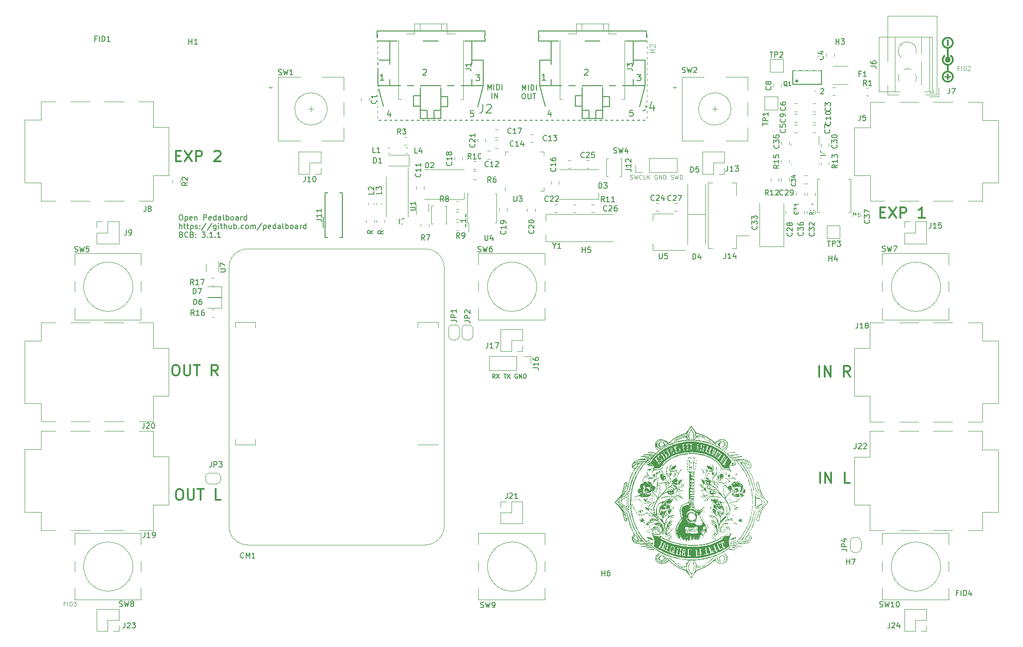
<source format=gto>
G04 #@! TF.GenerationSoftware,KiCad,Pcbnew,7.0.9-7.0.9~ubuntu23.04.1*
G04 #@! TF.CreationDate,2023-12-05T01:09:06+00:00*
G04 #@! TF.ProjectId,pedalboard-hw,70656461-6c62-46f6-9172-642d68772e6b,3.1.1*
G04 #@! TF.SameCoordinates,Original*
G04 #@! TF.FileFunction,Legend,Top*
G04 #@! TF.FilePolarity,Positive*
%FSLAX46Y46*%
G04 Gerber Fmt 4.6, Leading zero omitted, Abs format (unit mm)*
G04 Created by KiCad (PCBNEW 7.0.9-7.0.9~ubuntu23.04.1) date 2023-12-05 01:09:06*
%MOMM*%
%LPD*%
G01*
G04 APERTURE LIST*
%ADD10C,0.000000*%
%ADD11C,0.019755*%
%ADD12C,0.008210*%
%ADD13C,0.004304*%
%ADD14C,0.004635*%
%ADD15C,0.300000*%
%ADD16C,0.150000*%
%ADD17C,0.125000*%
%ADD18C,0.100000*%
%ADD19C,0.160020*%
%ADD20C,0.127000*%
%ADD21C,0.120000*%
%ADD22C,0.152400*%
%ADD23C,0.203200*%
%ADD24C,0.317500*%
%ADD25C,0.010000*%
%ADD26R,2.000000X2.000000*%
%ADD27C,2.700000*%
%ADD28C,3.000000*%
%ADD29O,1.200000X2.200000*%
%ADD30O,2.200000X1.200000*%
%ADD31R,4.400000X1.800000*%
%ADD32O,4.000000X1.800000*%
%ADD33O,1.800000X4.000000*%
%ADD34R,2.000000X1.500000*%
%ADD35R,2.000000X3.800000*%
%ADD36R,2.600000X2.600000*%
%ADD37C,2.600000*%
%ADD38R,1.350000X1.350000*%
%ADD39O,1.350000X1.350000*%
%ADD40R,1.700000X0.900000*%
%ADD41R,1.500000X1.000000*%
%ADD42R,1.700000X1.700000*%
%ADD43O,1.700000X1.700000*%
%ADD44C,0.600000*%
%ADD45R,2.000000X1.800000*%
%ADD46R,0.840000X0.840000*%
%ADD47C,0.840000*%
%ADD48O,1.850000X0.850000*%
%ADD49C,2.000000*%
%ADD50C,3.200000*%
%ADD51R,3.400000X2.710000*%
%ADD52R,0.800000X1.300000*%
%ADD53R,5.600000X2.100000*%
%ADD54C,6.100000*%
%ADD55R,0.700000X0.200000*%
%ADD56R,0.400000X0.650000*%
%ADD57R,5.100000X2.350000*%
%ADD58C,6.000000*%
%ADD59O,1.200000X1.750000*%
G04 APERTURE END LIST*
D10*
G36*
X143329721Y-103986939D02*
G01*
X143331298Y-103988442D01*
X143332688Y-103991099D01*
X143334896Y-103999796D01*
X143336318Y-104012875D01*
X143336928Y-104030182D01*
X143336702Y-104051560D01*
X143335612Y-104076856D01*
X143333634Y-104105914D01*
X143330740Y-104138578D01*
X143322107Y-104214108D01*
X143319301Y-104235091D01*
X143316195Y-104255629D01*
X143312820Y-104275609D01*
X143309208Y-104294917D01*
X143305389Y-104313439D01*
X143301395Y-104331063D01*
X143297255Y-104347673D01*
X143293002Y-104363157D01*
X143288667Y-104377401D01*
X143284279Y-104390291D01*
X143279872Y-104401713D01*
X143275474Y-104411554D01*
X143271118Y-104419700D01*
X143268965Y-104423102D01*
X143266834Y-104426037D01*
X143264729Y-104428492D01*
X143262653Y-104430452D01*
X143260612Y-104431903D01*
X143258607Y-104432831D01*
X143253410Y-104433825D01*
X143248407Y-104433548D01*
X143243607Y-104432071D01*
X143239018Y-104429469D01*
X143234649Y-104425812D01*
X143230508Y-104421173D01*
X143226603Y-104415625D01*
X143222943Y-104409239D01*
X143219537Y-104402089D01*
X143216392Y-104394246D01*
X143210920Y-104376772D01*
X143206596Y-104357397D01*
X143203486Y-104336699D01*
X143201657Y-104315257D01*
X143201178Y-104293649D01*
X143202114Y-104272455D01*
X143204534Y-104252253D01*
X143208503Y-104233621D01*
X143211091Y-104225076D01*
X143214091Y-104217140D01*
X143217512Y-104209886D01*
X143221363Y-104203387D01*
X143225651Y-104197715D01*
X143230386Y-104192941D01*
X143234472Y-104189190D01*
X143238764Y-104184590D01*
X143243222Y-104179206D01*
X143247804Y-104173098D01*
X143252469Y-104166328D01*
X143257174Y-104158959D01*
X143261880Y-104151053D01*
X143266545Y-104142671D01*
X143271127Y-104133875D01*
X143275585Y-104124729D01*
X143279877Y-104115293D01*
X143283963Y-104105629D01*
X143287801Y-104095800D01*
X143291349Y-104085868D01*
X143294567Y-104075895D01*
X143297412Y-104065942D01*
X143304395Y-104039623D01*
X143310773Y-104018771D01*
X143316520Y-104003232D01*
X143321611Y-103992850D01*
X143323903Y-103989545D01*
X143326020Y-103987471D01*
X143327961Y-103986608D01*
X143329721Y-103986939D01*
G37*
G36*
X139005375Y-112479527D02*
G01*
X139013059Y-112480117D01*
X139020598Y-112481016D01*
X139027976Y-112482216D01*
X139035175Y-112483709D01*
X139042181Y-112485489D01*
X139048977Y-112487549D01*
X139055547Y-112489882D01*
X139061875Y-112492480D01*
X139067944Y-112495337D01*
X139073739Y-112498444D01*
X139079243Y-112501796D01*
X139084440Y-112505385D01*
X139089315Y-112509204D01*
X139093850Y-112513246D01*
X139098030Y-112517504D01*
X139101838Y-112521970D01*
X139105259Y-112526637D01*
X139108276Y-112531500D01*
X139110874Y-112536549D01*
X139113035Y-112541779D01*
X139114744Y-112547181D01*
X139115985Y-112552750D01*
X139116741Y-112558478D01*
X139116997Y-112564357D01*
X139116905Y-112565979D01*
X139116631Y-112567538D01*
X139116183Y-112569030D01*
X139115563Y-112570455D01*
X139114779Y-112571810D01*
X139113834Y-112573093D01*
X139112734Y-112574303D01*
X139111484Y-112575437D01*
X139110090Y-112576494D01*
X139108556Y-112577471D01*
X139105090Y-112579179D01*
X139101128Y-112580546D01*
X139096712Y-112581557D01*
X139091882Y-112582195D01*
X139086679Y-112582446D01*
X139081146Y-112582294D01*
X139075324Y-112581723D01*
X139069254Y-112580717D01*
X139062977Y-112579263D01*
X139056534Y-112577343D01*
X139049968Y-112574942D01*
X139042698Y-112573163D01*
X139035464Y-112571793D01*
X139028303Y-112570826D01*
X139021250Y-112570256D01*
X139014342Y-112570080D01*
X139007614Y-112570291D01*
X139001104Y-112570884D01*
X138994847Y-112571855D01*
X138991824Y-112572481D01*
X138988879Y-112573198D01*
X138986015Y-112574008D01*
X138983237Y-112574908D01*
X138980549Y-112575899D01*
X138977956Y-112576979D01*
X138975463Y-112578149D01*
X138973074Y-112579407D01*
X138970793Y-112580754D01*
X138968625Y-112582187D01*
X138966575Y-112583707D01*
X138964647Y-112585312D01*
X138962845Y-112587003D01*
X138961175Y-112588779D01*
X138959640Y-112590638D01*
X138958246Y-112592581D01*
X138955980Y-112595884D01*
X138953182Y-112599162D01*
X138949898Y-112602387D01*
X138946175Y-112605535D01*
X138942059Y-112608580D01*
X138937597Y-112611495D01*
X138932835Y-112614256D01*
X138927820Y-112616835D01*
X138922598Y-112619208D01*
X138917215Y-112621348D01*
X138911720Y-112623230D01*
X138906157Y-112624828D01*
X138900573Y-112626116D01*
X138895015Y-112627067D01*
X138889529Y-112627657D01*
X138884163Y-112627860D01*
X138876295Y-112627525D01*
X138869216Y-112626546D01*
X138862910Y-112624961D01*
X138857360Y-112622809D01*
X138852549Y-112620127D01*
X138848460Y-112616953D01*
X138845076Y-112613326D01*
X138842381Y-112609283D01*
X138840358Y-112604864D01*
X138838989Y-112600105D01*
X138838259Y-112595045D01*
X138838150Y-112589722D01*
X138838646Y-112584174D01*
X138839730Y-112578440D01*
X138841385Y-112572557D01*
X138843594Y-112566564D01*
X138846340Y-112560498D01*
X138849607Y-112554398D01*
X138853378Y-112548302D01*
X138857636Y-112542248D01*
X138862364Y-112536274D01*
X138867546Y-112530418D01*
X138873164Y-112524719D01*
X138879202Y-112519214D01*
X138885643Y-112513942D01*
X138892471Y-112508940D01*
X138899668Y-112504247D01*
X138907217Y-112499901D01*
X138915103Y-112495940D01*
X138923307Y-112492402D01*
X138931814Y-112489325D01*
X138940607Y-112486748D01*
X138948872Y-112484618D01*
X138957122Y-112482852D01*
X138965339Y-112481445D01*
X138973508Y-112480388D01*
X138981612Y-112479675D01*
X138989635Y-112479299D01*
X138997562Y-112479252D01*
X139005375Y-112479527D01*
G37*
G36*
X130646361Y-111327149D02*
G01*
X130649318Y-111328353D01*
X130651991Y-111330266D01*
X130654384Y-111332896D01*
X130656504Y-111336251D01*
X130658355Y-111340340D01*
X130659942Y-111345172D01*
X130662347Y-111357095D01*
X130663759Y-111372087D01*
X130664221Y-111390216D01*
X130663773Y-111411549D01*
X130662457Y-111436153D01*
X130660314Y-111464096D01*
X130657386Y-111495444D01*
X130655690Y-111516279D01*
X130654568Y-111536453D01*
X130654014Y-111555966D01*
X130654023Y-111574817D01*
X130654591Y-111593007D01*
X130655712Y-111610536D01*
X130657380Y-111627403D01*
X130659591Y-111643609D01*
X130662339Y-111659153D01*
X130665620Y-111674036D01*
X130669427Y-111688257D01*
X130673757Y-111701817D01*
X130678603Y-111714715D01*
X130683961Y-111726952D01*
X130689826Y-111738528D01*
X130696191Y-111749442D01*
X130701519Y-111758439D01*
X130706899Y-111768170D01*
X130717689Y-111789461D01*
X130728314Y-111812570D01*
X130738525Y-111836755D01*
X130748075Y-111861269D01*
X130756715Y-111885371D01*
X130764198Y-111908315D01*
X130770275Y-111929358D01*
X130771359Y-111934308D01*
X130772623Y-111939231D01*
X130774060Y-111944121D01*
X130775663Y-111948974D01*
X130779344Y-111958542D01*
X130783614Y-111967888D01*
X130788422Y-111976965D01*
X130793715Y-111985726D01*
X130799443Y-111994127D01*
X130805553Y-112002118D01*
X130811993Y-112009656D01*
X130818713Y-112016691D01*
X130825660Y-112023180D01*
X130832783Y-112029074D01*
X130840029Y-112034327D01*
X130847349Y-112038893D01*
X130851019Y-112040903D01*
X130854688Y-112042725D01*
X130858350Y-112044351D01*
X130861997Y-112045776D01*
X130868685Y-112048124D01*
X130875481Y-112051164D01*
X130882329Y-112054845D01*
X130889172Y-112059115D01*
X130895953Y-112063923D01*
X130902615Y-112069216D01*
X130909101Y-112074943D01*
X130915355Y-112081053D01*
X130921319Y-112087494D01*
X130926937Y-112094213D01*
X130932152Y-112101160D01*
X130936907Y-112108283D01*
X130941145Y-112115530D01*
X130944810Y-112122849D01*
X130947844Y-112130188D01*
X130949107Y-112133850D01*
X130950191Y-112137497D01*
X130953219Y-112146417D01*
X130956350Y-112154655D01*
X130959580Y-112162212D01*
X130962911Y-112169089D01*
X130966339Y-112175287D01*
X130969865Y-112180805D01*
X130973486Y-112185645D01*
X130977201Y-112189808D01*
X130981009Y-112193294D01*
X130984910Y-112196103D01*
X130988900Y-112198237D01*
X130992980Y-112199696D01*
X130997147Y-112200480D01*
X131001401Y-112200591D01*
X131005740Y-112200028D01*
X131010164Y-112198793D01*
X131014670Y-112196886D01*
X131019257Y-112194308D01*
X131023924Y-112191060D01*
X131028671Y-112187142D01*
X131033494Y-112182554D01*
X131038394Y-112177298D01*
X131043369Y-112171374D01*
X131048418Y-112164783D01*
X131053539Y-112157525D01*
X131058731Y-112149601D01*
X131069323Y-112131757D01*
X131080183Y-112111258D01*
X131091302Y-112088107D01*
X131127755Y-112015052D01*
X131163319Y-111949153D01*
X131198428Y-111890128D01*
X131233516Y-111837691D01*
X131251188Y-111813855D01*
X131269018Y-111791559D01*
X131287059Y-111770768D01*
X131305367Y-111751447D01*
X131323995Y-111733560D01*
X131342998Y-111717071D01*
X131362429Y-111701945D01*
X131382344Y-111688147D01*
X131402796Y-111675640D01*
X131423840Y-111664390D01*
X131445530Y-111654361D01*
X131467920Y-111645517D01*
X131491065Y-111637823D01*
X131515018Y-111631244D01*
X131539835Y-111625743D01*
X131565568Y-111621285D01*
X131592273Y-111617835D01*
X131620004Y-111615357D01*
X131678760Y-111613175D01*
X131742271Y-111614456D01*
X131810969Y-111618915D01*
X131835466Y-111621185D01*
X131859973Y-111624010D01*
X131908810Y-111631235D01*
X131957069Y-111640402D01*
X132004336Y-111651327D01*
X132050197Y-111663822D01*
X132094239Y-111677702D01*
X132136049Y-111692781D01*
X132175212Y-111708873D01*
X132211317Y-111725792D01*
X132228093Y-111734504D01*
X132243949Y-111743352D01*
X132258833Y-111752314D01*
X132272695Y-111761366D01*
X132285481Y-111770486D01*
X132297141Y-111779649D01*
X132307623Y-111788833D01*
X132316875Y-111798015D01*
X132324845Y-111807170D01*
X132331482Y-111816277D01*
X132336734Y-111825311D01*
X132340549Y-111834250D01*
X132342876Y-111843070D01*
X132343664Y-111851747D01*
X132343581Y-111859800D01*
X132343168Y-111866727D01*
X132342175Y-111872475D01*
X132340356Y-111876993D01*
X132339059Y-111878775D01*
X132337462Y-111880230D01*
X132335535Y-111881352D01*
X132333245Y-111882134D01*
X132330563Y-111882569D01*
X132327458Y-111882652D01*
X132319851Y-111881734D01*
X132310177Y-111879328D01*
X132298188Y-111875381D01*
X132283636Y-111869843D01*
X132266273Y-111862662D01*
X132222120Y-111843163D01*
X132163747Y-111816470D01*
X132130119Y-111802126D01*
X132097959Y-111789523D01*
X132067163Y-111778666D01*
X132037629Y-111769562D01*
X132009251Y-111762214D01*
X131981928Y-111756629D01*
X131955556Y-111752811D01*
X131930032Y-111750765D01*
X131905251Y-111750497D01*
X131881111Y-111752012D01*
X131857509Y-111755315D01*
X131834341Y-111760412D01*
X131811503Y-111767306D01*
X131788893Y-111776004D01*
X131766407Y-111786511D01*
X131743941Y-111798831D01*
X131722292Y-111810813D01*
X131695104Y-111825234D01*
X131628407Y-111859244D01*
X131552449Y-111896561D01*
X131475831Y-111932886D01*
X131443270Y-111949406D01*
X131411800Y-111967151D01*
X131381518Y-111986022D01*
X131352524Y-112005922D01*
X131324914Y-112026752D01*
X131298787Y-112048413D01*
X131274242Y-112070809D01*
X131251376Y-112093841D01*
X131230287Y-112117409D01*
X131211075Y-112141418D01*
X131193836Y-112165767D01*
X131178670Y-112190359D01*
X131165674Y-112215096D01*
X131154947Y-112239880D01*
X131150465Y-112252258D01*
X131146587Y-112264612D01*
X131143325Y-112276928D01*
X131140691Y-112289194D01*
X131138545Y-112298505D01*
X131136085Y-112307257D01*
X131133331Y-112315447D01*
X131130301Y-112323072D01*
X131127012Y-112330132D01*
X131123483Y-112336624D01*
X131119732Y-112342547D01*
X131115777Y-112347897D01*
X131111635Y-112352674D01*
X131107326Y-112356876D01*
X131102866Y-112360500D01*
X131098275Y-112363545D01*
X131093571Y-112366008D01*
X131088770Y-112367888D01*
X131083893Y-112369183D01*
X131078955Y-112369890D01*
X131073977Y-112370009D01*
X131068975Y-112369536D01*
X131063968Y-112368471D01*
X131058974Y-112366810D01*
X131054011Y-112364553D01*
X131049097Y-112361697D01*
X131044250Y-112358240D01*
X131039488Y-112354180D01*
X131034830Y-112349516D01*
X131030293Y-112344245D01*
X131025896Y-112338366D01*
X131021657Y-112331876D01*
X131017593Y-112324774D01*
X131013722Y-112317058D01*
X131010064Y-112308725D01*
X131006636Y-112299774D01*
X131002926Y-112291144D01*
X130998450Y-112282488D01*
X130993272Y-112273862D01*
X130987453Y-112265325D01*
X130981056Y-112256932D01*
X130974142Y-112248740D01*
X130966773Y-112240807D01*
X130959011Y-112233189D01*
X130950918Y-112225943D01*
X130942557Y-112219126D01*
X130933989Y-112212794D01*
X130925276Y-112207006D01*
X130916481Y-112201816D01*
X130907665Y-112197283D01*
X130898890Y-112193463D01*
X130890219Y-112190413D01*
X130874532Y-112185255D01*
X130859144Y-112177591D01*
X130843943Y-112167229D01*
X130828814Y-112153978D01*
X130813643Y-112137648D01*
X130798318Y-112118046D01*
X130782724Y-112094982D01*
X130766747Y-112068265D01*
X130750274Y-112037702D01*
X130733192Y-112003104D01*
X130715386Y-111964278D01*
X130696743Y-111921035D01*
X130656490Y-111820527D01*
X130611525Y-111700052D01*
X130597837Y-111662027D01*
X130585866Y-111627195D01*
X130575589Y-111595361D01*
X130566987Y-111566327D01*
X130560038Y-111539898D01*
X130557177Y-111527599D01*
X130554722Y-111515878D01*
X130552670Y-111504709D01*
X130551019Y-111494068D01*
X130549765Y-111483932D01*
X130548907Y-111474275D01*
X130548441Y-111465072D01*
X130548366Y-111456300D01*
X130548678Y-111447933D01*
X130549375Y-111439948D01*
X130550455Y-111432319D01*
X130551914Y-111425022D01*
X130553751Y-111418032D01*
X130555962Y-111411326D01*
X130558546Y-111404878D01*
X130561498Y-111398663D01*
X130564818Y-111392658D01*
X130568502Y-111386838D01*
X130572548Y-111381178D01*
X130576953Y-111375653D01*
X130581715Y-111370240D01*
X130586830Y-111364913D01*
X130600025Y-111352232D01*
X130611855Y-111342017D01*
X130622363Y-111334334D01*
X130627133Y-111331463D01*
X130631589Y-111329250D01*
X130635734Y-111327704D01*
X130639575Y-111326833D01*
X130643115Y-111326645D01*
X130646361Y-111327149D01*
G37*
G36*
X144702373Y-111273845D02*
G01*
X144705093Y-111274316D01*
X144707874Y-111275046D01*
X144710729Y-111276037D01*
X144713666Y-111277289D01*
X144716696Y-111278803D01*
X144719829Y-111280579D01*
X144723076Y-111282617D01*
X144726447Y-111284919D01*
X144729952Y-111287486D01*
X144737407Y-111293414D01*
X144745523Y-111300407D01*
X144754384Y-111308469D01*
X144762447Y-111316707D01*
X144766076Y-111320568D01*
X144769440Y-111324269D01*
X144772537Y-111327816D01*
X144775368Y-111331220D01*
X144777935Y-111334488D01*
X144780237Y-111337629D01*
X144782276Y-111340651D01*
X144784052Y-111343563D01*
X144785565Y-111346372D01*
X144786818Y-111349088D01*
X144787809Y-111351718D01*
X144788539Y-111354272D01*
X144789010Y-111356757D01*
X144789222Y-111359182D01*
X144789176Y-111361555D01*
X144788872Y-111363885D01*
X144788311Y-111366180D01*
X144787493Y-111368449D01*
X144786420Y-111370699D01*
X144785091Y-111372940D01*
X144783508Y-111375180D01*
X144781671Y-111377426D01*
X144779581Y-111379689D01*
X144777238Y-111381975D01*
X144774643Y-111384293D01*
X144771797Y-111386652D01*
X144768700Y-111389060D01*
X144765354Y-111391526D01*
X144757913Y-111396663D01*
X144748729Y-111402227D01*
X144739711Y-111407028D01*
X144730882Y-111411087D01*
X144722263Y-111414427D01*
X144713877Y-111417069D01*
X144705746Y-111419035D01*
X144697891Y-111420347D01*
X144690334Y-111421028D01*
X144683098Y-111421099D01*
X144676204Y-111420582D01*
X144669674Y-111419500D01*
X144663531Y-111417873D01*
X144657796Y-111415724D01*
X144652491Y-111413076D01*
X144647638Y-111409949D01*
X144643260Y-111406367D01*
X144639377Y-111402350D01*
X144636013Y-111397921D01*
X144633189Y-111393102D01*
X144630926Y-111387915D01*
X144629248Y-111382381D01*
X144628175Y-111376524D01*
X144627731Y-111370364D01*
X144627936Y-111363923D01*
X144628813Y-111357224D01*
X144630384Y-111350289D01*
X144632670Y-111343139D01*
X144635695Y-111335797D01*
X144639478Y-111328284D01*
X144644044Y-111320623D01*
X144649413Y-111312835D01*
X144655608Y-111304942D01*
X144661988Y-111297502D01*
X144667954Y-111291058D01*
X144670809Y-111288212D01*
X144673591Y-111285618D01*
X144676310Y-111283275D01*
X144678979Y-111281185D01*
X144681606Y-111279348D01*
X144684201Y-111277764D01*
X144686777Y-111276436D01*
X144689342Y-111275362D01*
X144691906Y-111274545D01*
X144694482Y-111273983D01*
X144697078Y-111273679D01*
X144699704Y-111273633D01*
X144702373Y-111273845D01*
G37*
G36*
X142231583Y-108898116D02*
G01*
X142234039Y-108898436D01*
X142236620Y-108899068D01*
X142239337Y-108900013D01*
X142242200Y-108901271D01*
X142245221Y-108902845D01*
X142248411Y-108904736D01*
X142251780Y-108906944D01*
X142255340Y-108909471D01*
X142263075Y-108915488D01*
X142271704Y-108922797D01*
X142281315Y-108931408D01*
X142291995Y-108941332D01*
X142298485Y-108947475D01*
X142304718Y-108953975D01*
X142310688Y-108960795D01*
X142316387Y-108967900D01*
X142321806Y-108975253D01*
X142326939Y-108982817D01*
X142331777Y-108990557D01*
X142336313Y-108998437D01*
X142340539Y-109006420D01*
X142344447Y-109014471D01*
X142348030Y-109022552D01*
X142351279Y-109030628D01*
X142354187Y-109038663D01*
X142356746Y-109046620D01*
X142358949Y-109054464D01*
X142360787Y-109062158D01*
X142362254Y-109069665D01*
X142363340Y-109076951D01*
X142364039Y-109083978D01*
X142364343Y-109090711D01*
X142364243Y-109097113D01*
X142363733Y-109103148D01*
X142362804Y-109108779D01*
X142361449Y-109113972D01*
X142359659Y-109118689D01*
X142357428Y-109122895D01*
X142354748Y-109126553D01*
X142351610Y-109129627D01*
X142348006Y-109132080D01*
X142343931Y-109133878D01*
X142339374Y-109134983D01*
X142334329Y-109135359D01*
X142329239Y-109134933D01*
X142323910Y-109133682D01*
X142318371Y-109131653D01*
X142312653Y-109128889D01*
X142306785Y-109125436D01*
X142300797Y-109121337D01*
X142288579Y-109111381D01*
X142276237Y-109099379D01*
X142264008Y-109085688D01*
X142252131Y-109070663D01*
X142240844Y-109054661D01*
X142230383Y-109038039D01*
X142220986Y-109021154D01*
X142212892Y-109004362D01*
X142206338Y-108988019D01*
X142201561Y-108972483D01*
X142199914Y-108965128D01*
X142198800Y-108958109D01*
X142198249Y-108951469D01*
X142198292Y-108945254D01*
X142198957Y-108939508D01*
X142200275Y-108934276D01*
X142204134Y-108925596D01*
X142207833Y-108918084D01*
X142211459Y-108911750D01*
X142213273Y-108909028D01*
X142215102Y-108906604D01*
X142216956Y-108904481D01*
X142218847Y-108902658D01*
X142220786Y-108901138D01*
X142222784Y-108899921D01*
X142224851Y-108899009D01*
X142227000Y-108898403D01*
X142229240Y-108898105D01*
X142231583Y-108898116D01*
G37*
G36*
X133694012Y-98200305D02*
G01*
X133694951Y-98200832D01*
X133695864Y-98201710D01*
X133696759Y-98202940D01*
X133697644Y-98204522D01*
X133698527Y-98206454D01*
X133700315Y-98211374D01*
X133702185Y-98217699D01*
X133704201Y-98225430D01*
X133708913Y-98245109D01*
X133710434Y-98251660D01*
X133711693Y-98258074D01*
X133712697Y-98264342D01*
X133713454Y-98270451D01*
X133713971Y-98276389D01*
X133714254Y-98282145D01*
X133714312Y-98287708D01*
X133714150Y-98293065D01*
X133713776Y-98298204D01*
X133713198Y-98303116D01*
X133712422Y-98307787D01*
X133711456Y-98312206D01*
X133710306Y-98316361D01*
X133708980Y-98320241D01*
X133707484Y-98323835D01*
X133705827Y-98327130D01*
X133704014Y-98330115D01*
X133702053Y-98332778D01*
X133699952Y-98335108D01*
X133697717Y-98337093D01*
X133695355Y-98338722D01*
X133692874Y-98339982D01*
X133690280Y-98340862D01*
X133687581Y-98341351D01*
X133684784Y-98341437D01*
X133681896Y-98341109D01*
X133678924Y-98340353D01*
X133675875Y-98339160D01*
X133672756Y-98337518D01*
X133669575Y-98335414D01*
X133666338Y-98332837D01*
X133663052Y-98329776D01*
X133661781Y-98328702D01*
X133660611Y-98327468D01*
X133659543Y-98326081D01*
X133658574Y-98324546D01*
X133656929Y-98321055D01*
X133655666Y-98317042D01*
X133654775Y-98312554D01*
X133654246Y-98307637D01*
X133654069Y-98302338D01*
X133654233Y-98296702D01*
X133654727Y-98290778D01*
X133655542Y-98284610D01*
X133656667Y-98278246D01*
X133658091Y-98271732D01*
X133659805Y-98265115D01*
X133661798Y-98258441D01*
X133664060Y-98251757D01*
X133666580Y-98245109D01*
X133675923Y-98225430D01*
X133679758Y-98217699D01*
X133683117Y-98211374D01*
X133686062Y-98206454D01*
X133687400Y-98204522D01*
X133688657Y-98202940D01*
X133689841Y-98201710D01*
X133690961Y-98200832D01*
X133692025Y-98200305D01*
X133693039Y-98200129D01*
X133694012Y-98200305D01*
G37*
G36*
X133698358Y-109122627D02*
G01*
X133699606Y-109123291D01*
X133700762Y-109124562D01*
X133701837Y-109126436D01*
X133702843Y-109128912D01*
X133703790Y-109131989D01*
X133705551Y-109139934D01*
X133707209Y-109150256D01*
X133708852Y-109162940D01*
X133712442Y-109195331D01*
X133715398Y-109215884D01*
X133718891Y-109237388D01*
X133722797Y-109259141D01*
X133726993Y-109280439D01*
X133731355Y-109300579D01*
X133735758Y-109318859D01*
X133740078Y-109334575D01*
X133742168Y-109341253D01*
X133744192Y-109347026D01*
X133749257Y-109359300D01*
X133753872Y-109371631D01*
X133758041Y-109383995D01*
X133761769Y-109396366D01*
X133765060Y-109408719D01*
X133767919Y-109421028D01*
X133770350Y-109433270D01*
X133772359Y-109445417D01*
X133773949Y-109457446D01*
X133775124Y-109469330D01*
X133775890Y-109481046D01*
X133776252Y-109492566D01*
X133776212Y-109503868D01*
X133775777Y-109514924D01*
X133774950Y-109525711D01*
X133773737Y-109536202D01*
X133772141Y-109546373D01*
X133770167Y-109556198D01*
X133767819Y-109565653D01*
X133765103Y-109574712D01*
X133762023Y-109583349D01*
X133758582Y-109591540D01*
X133754787Y-109599260D01*
X133750641Y-109606483D01*
X133746148Y-109613184D01*
X133741314Y-109619337D01*
X133736142Y-109624919D01*
X133730638Y-109629903D01*
X133724806Y-109634264D01*
X133718650Y-109637977D01*
X133712175Y-109641018D01*
X133705385Y-109643359D01*
X133684896Y-109648522D01*
X133665124Y-109652787D01*
X133646104Y-109656186D01*
X133627871Y-109658752D01*
X133610459Y-109660517D01*
X133593904Y-109661513D01*
X133578240Y-109661773D01*
X133563503Y-109661329D01*
X133549727Y-109660213D01*
X133536946Y-109658457D01*
X133525197Y-109656095D01*
X133514514Y-109653157D01*
X133504931Y-109649677D01*
X133496484Y-109645686D01*
X133489207Y-109641218D01*
X133483136Y-109636303D01*
X133478305Y-109630976D01*
X133474749Y-109625267D01*
X133472503Y-109619210D01*
X133471602Y-109612835D01*
X133472080Y-109606177D01*
X133473974Y-109599267D01*
X133477316Y-109592137D01*
X133482144Y-109584820D01*
X133488490Y-109577348D01*
X133496391Y-109569753D01*
X133505881Y-109562068D01*
X133516994Y-109554324D01*
X133529767Y-109546555D01*
X133544233Y-109538792D01*
X133560428Y-109531068D01*
X133578386Y-109523415D01*
X133588390Y-109519094D01*
X133597897Y-109514731D01*
X133606905Y-109510324D01*
X133615414Y-109505872D01*
X133623421Y-109501373D01*
X133630925Y-109496826D01*
X133637926Y-109492231D01*
X133644422Y-109487585D01*
X133650411Y-109482887D01*
X133655892Y-109478136D01*
X133660864Y-109473331D01*
X133665326Y-109468471D01*
X133669277Y-109463554D01*
X133672714Y-109458578D01*
X133675638Y-109453543D01*
X133678046Y-109448448D01*
X133679937Y-109443290D01*
X133681310Y-109438070D01*
X133682164Y-109432784D01*
X133682497Y-109427433D01*
X133682308Y-109422014D01*
X133681596Y-109416527D01*
X133680359Y-109410971D01*
X133678597Y-109405343D01*
X133676307Y-109399643D01*
X133673489Y-109393869D01*
X133670142Y-109388021D01*
X133666263Y-109382096D01*
X133661852Y-109376093D01*
X133656908Y-109370012D01*
X133651429Y-109363851D01*
X133645413Y-109357608D01*
X133640454Y-109352145D01*
X133636167Y-109346315D01*
X133632561Y-109340083D01*
X133629649Y-109333410D01*
X133627439Y-109326263D01*
X133625942Y-109318603D01*
X133625168Y-109310396D01*
X133625129Y-109301605D01*
X133625833Y-109292194D01*
X133627292Y-109282127D01*
X133629516Y-109271367D01*
X133632515Y-109259878D01*
X133636299Y-109247625D01*
X133640880Y-109234571D01*
X133646266Y-109220679D01*
X133652469Y-109205914D01*
X133668792Y-109170010D01*
X133675436Y-109155863D01*
X133681187Y-109144233D01*
X133686132Y-109135105D01*
X133690358Y-109128462D01*
X133692229Y-109126067D01*
X133693954Y-109124289D01*
X133695543Y-109123124D01*
X133697007Y-109122571D01*
X133698358Y-109122627D01*
G37*
G36*
X131621139Y-101784162D02*
G01*
X131622895Y-101784435D01*
X131627022Y-101785693D01*
X131631935Y-101787880D01*
X131637591Y-101790977D01*
X131643951Y-101794963D01*
X131650972Y-101799817D01*
X131658613Y-101805519D01*
X131666833Y-101812047D01*
X131675591Y-101819382D01*
X131684844Y-101827501D01*
X131694553Y-101836386D01*
X131703193Y-101845692D01*
X131711255Y-101855061D01*
X131718740Y-101864455D01*
X131725648Y-101873834D01*
X131731980Y-101883159D01*
X131737736Y-101892390D01*
X131742917Y-101901489D01*
X131747524Y-101910414D01*
X131751558Y-101919128D01*
X131755018Y-101927591D01*
X131757906Y-101935763D01*
X131760223Y-101943604D01*
X131761968Y-101951077D01*
X131763143Y-101958140D01*
X131763749Y-101964755D01*
X131763785Y-101970883D01*
X131763253Y-101976483D01*
X131762153Y-101981517D01*
X131760486Y-101985945D01*
X131758252Y-101989727D01*
X131755453Y-101992825D01*
X131753841Y-101994105D01*
X131752088Y-101995199D01*
X131750194Y-101996102D01*
X131748159Y-101996809D01*
X131743666Y-101997617D01*
X131738609Y-101997582D01*
X131732990Y-101996665D01*
X131726809Y-101994827D01*
X131720067Y-101992028D01*
X131712764Y-101988230D01*
X131704901Y-101983392D01*
X131696478Y-101977476D01*
X131687497Y-101970441D01*
X131680547Y-101964949D01*
X131674233Y-101960402D01*
X131668529Y-101956838D01*
X131665898Y-101955435D01*
X131663409Y-101954291D01*
X131661060Y-101953411D01*
X131658847Y-101952799D01*
X131656767Y-101952459D01*
X131654817Y-101952397D01*
X131652993Y-101952616D01*
X131651293Y-101953121D01*
X131649713Y-101953917D01*
X131648250Y-101955008D01*
X131646901Y-101956399D01*
X131645662Y-101958094D01*
X131644531Y-101960098D01*
X131643503Y-101962416D01*
X131642576Y-101965051D01*
X131641747Y-101968008D01*
X131640368Y-101974908D01*
X131639340Y-101983151D01*
X131638639Y-101992774D01*
X131638236Y-102003813D01*
X131638108Y-102016304D01*
X131638229Y-102025516D01*
X131638583Y-102034604D01*
X131639154Y-102043527D01*
X131639927Y-102052242D01*
X131640886Y-102060710D01*
X131642015Y-102068889D01*
X131643299Y-102076737D01*
X131644723Y-102084213D01*
X131646270Y-102091275D01*
X131647927Y-102097883D01*
X131649676Y-102103994D01*
X131651503Y-102109568D01*
X131653392Y-102114564D01*
X131655327Y-102118939D01*
X131657293Y-102122653D01*
X131659275Y-102125664D01*
X131663110Y-102130290D01*
X131666677Y-102136171D01*
X131669978Y-102143218D01*
X131673014Y-102151344D01*
X131678297Y-102170475D01*
X131682536Y-102192857D01*
X131685742Y-102217782D01*
X131687924Y-102244541D01*
X131689094Y-102272427D01*
X131689261Y-102300731D01*
X131688436Y-102328745D01*
X131686629Y-102355763D01*
X131683850Y-102381075D01*
X131680111Y-102403974D01*
X131675420Y-102423751D01*
X131669789Y-102439699D01*
X131666624Y-102446016D01*
X131663228Y-102451110D01*
X131659602Y-102454893D01*
X131655747Y-102457276D01*
X131647433Y-102458563D01*
X131637145Y-102457238D01*
X131625042Y-102453459D01*
X131611278Y-102447382D01*
X131596010Y-102439166D01*
X131579395Y-102428968D01*
X131542748Y-102403257D01*
X131502587Y-102371510D01*
X131460162Y-102334988D01*
X131416724Y-102294953D01*
X131373525Y-102252664D01*
X131331813Y-102209383D01*
X131292840Y-102166371D01*
X131257857Y-102124889D01*
X131228114Y-102086197D01*
X131204861Y-102051556D01*
X131196060Y-102036149D01*
X131189350Y-102022228D01*
X131184888Y-102009950D01*
X131182830Y-101999473D01*
X131183333Y-101990955D01*
X131186552Y-101984553D01*
X131195262Y-101974187D01*
X131204185Y-101964260D01*
X131213306Y-101954777D01*
X131222609Y-101945740D01*
X131232080Y-101937156D01*
X131241704Y-101929029D01*
X131251466Y-101921363D01*
X131261352Y-101914163D01*
X131271347Y-101907433D01*
X131281435Y-101901177D01*
X131291601Y-101895401D01*
X131301832Y-101890109D01*
X131312112Y-101885305D01*
X131322426Y-101880994D01*
X131332760Y-101877181D01*
X131343098Y-101873869D01*
X131353425Y-101871064D01*
X131363728Y-101868770D01*
X131373990Y-101866991D01*
X131384198Y-101865732D01*
X131394335Y-101864998D01*
X131404389Y-101864792D01*
X131414342Y-101865121D01*
X131424181Y-101865987D01*
X131433892Y-101867396D01*
X131443458Y-101869352D01*
X131452865Y-101871860D01*
X131462098Y-101874924D01*
X131471143Y-101878548D01*
X131479984Y-101882738D01*
X131488607Y-101887498D01*
X131496997Y-101892832D01*
X131505211Y-101898435D01*
X131513304Y-101903350D01*
X131521261Y-101907589D01*
X131529064Y-101911166D01*
X131536696Y-101914095D01*
X131544141Y-101916388D01*
X131551382Y-101918060D01*
X131558402Y-101919124D01*
X131565185Y-101919594D01*
X131571712Y-101919483D01*
X131577969Y-101918805D01*
X131583937Y-101917574D01*
X131589601Y-101915802D01*
X131594943Y-101913504D01*
X131599946Y-101910693D01*
X131604594Y-101907383D01*
X131608870Y-101903587D01*
X131612757Y-101899319D01*
X131616239Y-101894592D01*
X131619298Y-101889420D01*
X131621918Y-101883817D01*
X131624082Y-101877796D01*
X131625772Y-101871370D01*
X131626974Y-101864554D01*
X131627669Y-101857360D01*
X131627840Y-101849803D01*
X131627472Y-101841895D01*
X131626547Y-101833651D01*
X131625048Y-101825084D01*
X131622959Y-101816208D01*
X131620262Y-101807036D01*
X131616942Y-101797582D01*
X131615488Y-101792824D01*
X131615151Y-101790842D01*
X131615068Y-101789121D01*
X131615232Y-101787658D01*
X131615639Y-101786451D01*
X131616284Y-101785497D01*
X131617162Y-101784794D01*
X131618267Y-101784338D01*
X131619594Y-101784129D01*
X131621139Y-101784162D01*
G37*
G36*
X143260075Y-103600182D02*
G01*
X143268749Y-103600441D01*
X143277920Y-103600928D01*
X143287546Y-103601647D01*
X143297585Y-103602604D01*
X143307996Y-103603804D01*
X143322478Y-103605308D01*
X143335550Y-103607242D01*
X143347288Y-103609702D01*
X143352682Y-103611161D01*
X143357771Y-103612788D01*
X143362566Y-103614596D01*
X143367075Y-103616597D01*
X143371310Y-103618804D01*
X143375279Y-103621228D01*
X143378992Y-103623883D01*
X143382460Y-103626779D01*
X143385690Y-103629930D01*
X143388694Y-103633348D01*
X143391481Y-103637045D01*
X143394061Y-103641033D01*
X143396443Y-103645325D01*
X143398637Y-103649933D01*
X143400653Y-103654869D01*
X143402500Y-103660145D01*
X143405727Y-103671768D01*
X143408396Y-103684900D01*
X143410584Y-103699638D01*
X143412369Y-103716083D01*
X143413829Y-103734330D01*
X143417116Y-103772544D01*
X143418039Y-103787583D01*
X143418295Y-103799926D01*
X143418129Y-103805088D01*
X143417745Y-103809581D01*
X143417124Y-103813404D01*
X143416249Y-103816559D01*
X143415102Y-103819047D01*
X143413668Y-103820871D01*
X143411926Y-103822030D01*
X143409862Y-103822526D01*
X143407456Y-103822361D01*
X143404691Y-103821535D01*
X143401551Y-103820051D01*
X143398018Y-103817909D01*
X143394073Y-103815111D01*
X143389700Y-103811658D01*
X143379600Y-103802792D01*
X143367578Y-103791321D01*
X143353493Y-103777257D01*
X143318581Y-103741386D01*
X143296662Y-103717980D01*
X143276191Y-103695690D01*
X143257622Y-103674972D01*
X143241409Y-103656279D01*
X143234329Y-103647834D01*
X143228008Y-103640066D01*
X143222503Y-103633032D01*
X143217872Y-103626788D01*
X143214171Y-103621392D01*
X143211457Y-103616901D01*
X143210488Y-103615012D01*
X143209787Y-103613370D01*
X143209361Y-103611983D01*
X143209218Y-103610858D01*
X143209341Y-103609886D01*
X143209707Y-103608957D01*
X143210311Y-103608070D01*
X143211147Y-103607227D01*
X143213497Y-103605672D01*
X143216714Y-103604299D01*
X143220759Y-103603111D01*
X143225589Y-103602115D01*
X143231163Y-103601315D01*
X143237440Y-103600716D01*
X143244379Y-103600324D01*
X143251937Y-103600145D01*
X143260075Y-103600182D01*
G37*
G36*
X137602015Y-98975430D02*
G01*
X137603936Y-98975643D01*
X137605813Y-98975992D01*
X137607645Y-98976475D01*
X137609430Y-98977087D01*
X137611168Y-98977824D01*
X137612856Y-98978682D01*
X137614494Y-98979658D01*
X137616080Y-98980748D01*
X137617613Y-98981948D01*
X137619092Y-98983253D01*
X137620516Y-98984661D01*
X137623191Y-98987767D01*
X137625629Y-98991234D01*
X137627818Y-98995032D01*
X137629749Y-98999130D01*
X137631411Y-99003497D01*
X137632794Y-99008101D01*
X137633888Y-99012912D01*
X137634682Y-99017899D01*
X137635166Y-99023030D01*
X137635330Y-99028275D01*
X137635289Y-99030910D01*
X137635166Y-99033521D01*
X137634964Y-99036102D01*
X137634682Y-99038652D01*
X137634323Y-99041165D01*
X137633888Y-99043639D01*
X137633378Y-99046068D01*
X137632794Y-99048450D01*
X137632138Y-99050780D01*
X137631411Y-99053054D01*
X137630614Y-99055269D01*
X137629749Y-99057421D01*
X137628816Y-99059505D01*
X137627818Y-99061519D01*
X137626755Y-99063457D01*
X137625629Y-99065317D01*
X137624440Y-99067094D01*
X137623191Y-99068784D01*
X137621883Y-99070385D01*
X137620516Y-99071890D01*
X137619092Y-99073298D01*
X137617613Y-99074603D01*
X137616080Y-99075803D01*
X137614494Y-99076893D01*
X137612856Y-99077869D01*
X137611168Y-99078727D01*
X137609430Y-99079464D01*
X137607645Y-99080076D01*
X137605813Y-99080558D01*
X137603936Y-99080908D01*
X137602015Y-99081120D01*
X137600052Y-99081192D01*
X137598399Y-99081120D01*
X137596749Y-99080908D01*
X137595105Y-99080558D01*
X137593472Y-99080076D01*
X137591851Y-99079464D01*
X137590246Y-99078727D01*
X137588661Y-99077869D01*
X137587098Y-99076893D01*
X137584053Y-99074603D01*
X137581138Y-99071890D01*
X137578377Y-99068784D01*
X137575798Y-99065317D01*
X137573425Y-99061519D01*
X137571285Y-99057421D01*
X137569403Y-99053054D01*
X137567805Y-99048450D01*
X137566518Y-99043639D01*
X137565566Y-99038652D01*
X137564976Y-99033521D01*
X137564773Y-99028275D01*
X137564825Y-99025641D01*
X137564976Y-99023030D01*
X137565224Y-99020449D01*
X137565566Y-99017899D01*
X137565998Y-99015386D01*
X137566518Y-99012912D01*
X137567121Y-99010483D01*
X137567805Y-99008101D01*
X137568567Y-99005771D01*
X137569403Y-99003497D01*
X137570310Y-99001282D01*
X137571285Y-98999130D01*
X137572324Y-98997046D01*
X137573425Y-98995032D01*
X137574584Y-98993094D01*
X137575798Y-98991234D01*
X137577063Y-98989457D01*
X137578377Y-98987767D01*
X137579737Y-98986167D01*
X137581138Y-98984661D01*
X137582578Y-98983253D01*
X137584053Y-98981948D01*
X137585561Y-98980748D01*
X137587098Y-98979658D01*
X137588661Y-98978682D01*
X137590246Y-98977824D01*
X137591851Y-98977087D01*
X137593472Y-98976475D01*
X137595105Y-98975992D01*
X137596749Y-98975643D01*
X137598399Y-98975430D01*
X137600052Y-98975359D01*
X137602015Y-98975430D01*
G37*
G36*
X145706715Y-106647120D02*
G01*
X145708104Y-106647322D01*
X145709339Y-106647707D01*
X145710412Y-106648276D01*
X145711241Y-106649411D01*
X145711745Y-106650828D01*
X145711933Y-106652517D01*
X145711811Y-106654470D01*
X145710668Y-106659136D01*
X145708373Y-106664757D01*
X145704982Y-106671268D01*
X145700553Y-106678600D01*
X145695142Y-106686686D01*
X145688805Y-106695460D01*
X145681601Y-106704854D01*
X145673585Y-106714800D01*
X145664815Y-106725233D01*
X145655347Y-106736084D01*
X145634546Y-106758773D01*
X145611636Y-106782330D01*
X145590012Y-106802312D01*
X145571432Y-106818656D01*
X145555880Y-106831444D01*
X145543340Y-106840760D01*
X145533798Y-106846686D01*
X145530146Y-106848403D01*
X145527238Y-106849304D01*
X145525071Y-106849399D01*
X145523643Y-106848698D01*
X145522954Y-106847211D01*
X145523000Y-106844950D01*
X145523780Y-106841923D01*
X145525292Y-106838142D01*
X145530503Y-106828358D01*
X145538619Y-106815680D01*
X145549623Y-106800191D01*
X145563501Y-106781973D01*
X145580236Y-106761109D01*
X145599814Y-106737683D01*
X145622218Y-106711775D01*
X145629487Y-106703427D01*
X145636715Y-106695591D01*
X145643860Y-106688281D01*
X145650881Y-106681514D01*
X145657737Y-106675305D01*
X145664386Y-106669670D01*
X145670787Y-106664624D01*
X145676899Y-106660182D01*
X145682680Y-106656361D01*
X145688089Y-106653175D01*
X145693084Y-106650640D01*
X145695414Y-106649622D01*
X145697625Y-106648772D01*
X145699712Y-106648093D01*
X145701669Y-106647586D01*
X145703493Y-106647254D01*
X145705176Y-106647098D01*
X145706715Y-106647120D01*
G37*
G36*
X147276746Y-104482221D02*
G01*
X147286131Y-104482303D01*
X147294446Y-104482551D01*
X147301697Y-104482965D01*
X147307889Y-104483543D01*
X147310589Y-104483895D01*
X147313026Y-104484287D01*
X147315201Y-104484721D01*
X147317115Y-104485197D01*
X147318767Y-104485713D01*
X147320159Y-104486271D01*
X147321292Y-104486871D01*
X147322165Y-104487512D01*
X147322780Y-104488194D01*
X147323138Y-104488917D01*
X147323238Y-104489682D01*
X147323082Y-104490488D01*
X147322670Y-104491335D01*
X147322003Y-104492224D01*
X147321081Y-104493154D01*
X147319905Y-104494126D01*
X147318477Y-104495139D01*
X147316796Y-104496193D01*
X147314862Y-104497288D01*
X147312678Y-104498425D01*
X147307558Y-104500823D01*
X147301440Y-104503386D01*
X147296073Y-104505571D01*
X147290581Y-104508133D01*
X147285007Y-104511037D01*
X147279392Y-104514245D01*
X147273776Y-104517722D01*
X147268202Y-104521432D01*
X147262710Y-104525338D01*
X147257343Y-104529404D01*
X147252141Y-104533594D01*
X147247145Y-104537872D01*
X147242398Y-104542202D01*
X147237940Y-104546547D01*
X147233813Y-104550871D01*
X147230057Y-104555139D01*
X147226715Y-104559314D01*
X147223828Y-104563359D01*
X147220604Y-104567578D01*
X147219056Y-104569380D01*
X147217551Y-104570980D01*
X147216090Y-104572378D01*
X147214674Y-104573576D01*
X147213302Y-104574574D01*
X147211977Y-104575376D01*
X147210698Y-104575980D01*
X147209466Y-104576390D01*
X147208283Y-104576606D01*
X147207147Y-104576629D01*
X147206061Y-104576462D01*
X147205024Y-104576104D01*
X147204038Y-104575558D01*
X147203103Y-104574824D01*
X147202219Y-104573904D01*
X147201388Y-104572800D01*
X147200610Y-104571512D01*
X147199885Y-104570042D01*
X147199215Y-104568391D01*
X147198600Y-104566561D01*
X147197536Y-104562366D01*
X147196700Y-104557469D01*
X147196096Y-104551880D01*
X147195730Y-104545608D01*
X147195607Y-104538664D01*
X147195898Y-104531597D01*
X147196778Y-104524953D01*
X147197443Y-104521793D01*
X147198258Y-104518743D01*
X147199226Y-104515805D01*
X147200347Y-104512978D01*
X147201624Y-104510265D01*
X147203057Y-104507668D01*
X147204648Y-104505186D01*
X147206397Y-104502822D01*
X147208307Y-104500577D01*
X147210378Y-104498452D01*
X147212612Y-104496449D01*
X147215010Y-104494568D01*
X147217573Y-104492811D01*
X147220303Y-104491180D01*
X147223201Y-104489675D01*
X147226268Y-104488298D01*
X147229506Y-104487050D01*
X147232916Y-104485933D01*
X147236498Y-104484947D01*
X147240255Y-104484095D01*
X147248298Y-104482794D01*
X147257054Y-104482041D01*
X147266533Y-104481847D01*
X147276746Y-104482221D01*
G37*
G36*
X143572804Y-104984004D02*
G01*
X143574404Y-104984186D01*
X143577871Y-104984928D01*
X143581670Y-104986167D01*
X143585768Y-104987891D01*
X143590134Y-104990090D01*
X143594738Y-104992755D01*
X143599549Y-104995875D01*
X143604536Y-104999439D01*
X143609667Y-105003437D01*
X143614912Y-105007858D01*
X143620158Y-105012727D01*
X143625289Y-105018035D01*
X143630276Y-105023726D01*
X143635087Y-105029742D01*
X143639692Y-105036027D01*
X143644058Y-105042523D01*
X143648156Y-105049175D01*
X143651955Y-105055925D01*
X143655422Y-105062716D01*
X143658528Y-105069492D01*
X143661241Y-105076195D01*
X143663530Y-105082769D01*
X143665365Y-105089157D01*
X143666714Y-105095302D01*
X143667546Y-105101147D01*
X143667830Y-105106636D01*
X143667536Y-105111769D01*
X143666680Y-105115949D01*
X143665298Y-105119216D01*
X143663427Y-105121609D01*
X143661104Y-105123167D01*
X143658365Y-105123930D01*
X143655248Y-105123937D01*
X143651789Y-105123228D01*
X143648026Y-105121842D01*
X143643994Y-105119819D01*
X143639731Y-105117197D01*
X143635274Y-105114016D01*
X143625923Y-105106137D01*
X143616236Y-105096495D01*
X143606508Y-105085406D01*
X143597033Y-105073185D01*
X143588106Y-105060148D01*
X143580021Y-105046610D01*
X143573073Y-105032885D01*
X143567557Y-105019290D01*
X143565427Y-105012640D01*
X143563766Y-105006140D01*
X143562610Y-104999829D01*
X143561996Y-104993749D01*
X143562068Y-104992167D01*
X143562281Y-104990729D01*
X143562630Y-104989433D01*
X143563113Y-104988278D01*
X143563724Y-104987262D01*
X143564461Y-104986384D01*
X143565320Y-104985644D01*
X143566296Y-104985039D01*
X143567386Y-104984568D01*
X143568585Y-104984231D01*
X143569891Y-104984025D01*
X143571298Y-104983950D01*
X143572804Y-104984004D01*
G37*
G36*
X144227787Y-112487775D02*
G01*
X144231398Y-112488947D01*
X144234920Y-112490718D01*
X144238338Y-112493078D01*
X144241639Y-112496017D01*
X144244808Y-112499526D01*
X144247831Y-112503595D01*
X144250694Y-112508215D01*
X144253383Y-112513375D01*
X144255883Y-112519066D01*
X144258180Y-112525279D01*
X144260260Y-112532003D01*
X144262109Y-112539229D01*
X144263713Y-112546947D01*
X144265056Y-112555147D01*
X144266126Y-112563821D01*
X144266908Y-112572957D01*
X144267388Y-112582547D01*
X144267551Y-112592581D01*
X144267499Y-112597851D01*
X144267348Y-112603071D01*
X144266758Y-112613334D01*
X144265807Y-112623308D01*
X144264519Y-112632930D01*
X144262921Y-112642139D01*
X144261040Y-112650872D01*
X144258900Y-112659068D01*
X144257741Y-112662945D01*
X144256527Y-112666664D01*
X144255261Y-112670218D01*
X144253947Y-112673599D01*
X144252588Y-112676800D01*
X144251187Y-112679811D01*
X144249747Y-112682626D01*
X144248272Y-112685237D01*
X144246764Y-112687636D01*
X144245227Y-112689816D01*
X144243665Y-112691768D01*
X144242079Y-112693485D01*
X144240475Y-112694959D01*
X144238854Y-112696182D01*
X144237220Y-112697147D01*
X144235577Y-112697846D01*
X144233927Y-112698271D01*
X144232274Y-112698415D01*
X144227686Y-112698150D01*
X144223191Y-112697368D01*
X144218796Y-112696092D01*
X144214511Y-112694343D01*
X144210345Y-112692141D01*
X144206307Y-112689508D01*
X144202406Y-112686466D01*
X144198650Y-112683036D01*
X144195050Y-112679239D01*
X144191614Y-112675096D01*
X144188351Y-112670629D01*
X144185270Y-112665859D01*
X144179690Y-112655495D01*
X144174948Y-112644175D01*
X144171116Y-112632070D01*
X144168265Y-112619350D01*
X144166468Y-112606185D01*
X144165798Y-112592747D01*
X144166327Y-112579205D01*
X144167064Y-112572449D01*
X144168127Y-112565731D01*
X144169526Y-112559072D01*
X144171271Y-112552494D01*
X144173369Y-112546018D01*
X144175830Y-112539665D01*
X144179197Y-112531437D01*
X144182674Y-112523943D01*
X144186246Y-112517174D01*
X144189900Y-112511119D01*
X144193621Y-112505771D01*
X144197395Y-112501117D01*
X144201207Y-112497150D01*
X144205044Y-112493859D01*
X144208892Y-112491235D01*
X144212735Y-112489268D01*
X144216561Y-112487948D01*
X144220354Y-112487266D01*
X144224101Y-112487211D01*
X144227787Y-112487775D01*
G37*
G36*
X146040093Y-102433225D02*
G01*
X146066662Y-102435122D01*
X146093437Y-102438226D01*
X146120345Y-102442490D01*
X146147312Y-102447864D01*
X146174265Y-102454301D01*
X146201132Y-102461754D01*
X146227839Y-102470174D01*
X146254314Y-102479515D01*
X146280483Y-102489727D01*
X146306273Y-102500763D01*
X146331612Y-102512576D01*
X146356427Y-102525118D01*
X146380644Y-102538341D01*
X146404190Y-102552196D01*
X146426993Y-102566637D01*
X146448980Y-102581615D01*
X146470077Y-102597083D01*
X146490211Y-102612993D01*
X146509310Y-102629296D01*
X146527301Y-102645946D01*
X146544110Y-102662895D01*
X146559665Y-102680094D01*
X146573892Y-102697495D01*
X146586719Y-102715052D01*
X146598072Y-102732716D01*
X146607879Y-102750440D01*
X146616067Y-102768175D01*
X146622562Y-102785874D01*
X146627292Y-102803489D01*
X146630183Y-102820972D01*
X146631163Y-102838276D01*
X146630808Y-102847085D01*
X146629774Y-102855004D01*
X146628102Y-102862054D01*
X146625837Y-102868255D01*
X146623021Y-102873626D01*
X146619698Y-102878188D01*
X146615912Y-102881960D01*
X146611705Y-102884964D01*
X146607121Y-102887217D01*
X146602202Y-102888742D01*
X146596994Y-102889557D01*
X146591537Y-102889683D01*
X146585877Y-102889140D01*
X146580056Y-102887948D01*
X146574117Y-102886126D01*
X146568104Y-102883696D01*
X146562060Y-102880676D01*
X146556028Y-102877087D01*
X146550051Y-102872949D01*
X146544174Y-102868282D01*
X146538439Y-102863106D01*
X146532889Y-102857441D01*
X146527567Y-102851308D01*
X146522518Y-102844725D01*
X146517784Y-102837713D01*
X146513408Y-102830292D01*
X146509434Y-102822483D01*
X146505906Y-102814304D01*
X146502865Y-102805777D01*
X146500356Y-102796921D01*
X146498423Y-102787756D01*
X146497107Y-102778303D01*
X146494989Y-102767271D01*
X146491324Y-102756028D01*
X146486179Y-102744610D01*
X146479620Y-102733055D01*
X146471711Y-102721399D01*
X146462520Y-102709679D01*
X146440552Y-102686195D01*
X146414244Y-102662897D01*
X146384122Y-102640079D01*
X146350713Y-102618037D01*
X146314545Y-102597064D01*
X146276144Y-102577455D01*
X146236038Y-102559505D01*
X146194754Y-102543509D01*
X146152818Y-102529760D01*
X146110759Y-102518554D01*
X146069102Y-102510185D01*
X146028376Y-102504948D01*
X145989107Y-102503137D01*
X145975393Y-102502934D01*
X145962077Y-102502344D01*
X145949225Y-102501393D01*
X145936907Y-102500105D01*
X145925187Y-102498507D01*
X145914134Y-102496625D01*
X145903816Y-102494485D01*
X145894297Y-102492112D01*
X145885648Y-102489533D01*
X145881669Y-102488174D01*
X145877933Y-102486773D01*
X145874448Y-102485333D01*
X145871221Y-102483857D01*
X145868262Y-102482349D01*
X145865579Y-102480813D01*
X145863180Y-102479250D01*
X145861074Y-102477665D01*
X145859268Y-102476060D01*
X145857772Y-102474439D01*
X145856594Y-102472805D01*
X145855742Y-102471162D01*
X145855225Y-102469512D01*
X145855051Y-102467859D01*
X145855256Y-102465895D01*
X145855864Y-102463974D01*
X145856867Y-102462097D01*
X145858255Y-102460266D01*
X145862143Y-102456743D01*
X145867453Y-102453417D01*
X145874106Y-102450297D01*
X145882026Y-102447395D01*
X145891134Y-102444720D01*
X145901353Y-102442282D01*
X145912606Y-102440093D01*
X145924814Y-102438162D01*
X145937902Y-102436500D01*
X145951790Y-102435117D01*
X145966401Y-102434023D01*
X145981659Y-102433229D01*
X145997485Y-102432745D01*
X146013801Y-102432581D01*
X146040093Y-102433225D01*
G37*
G36*
X140627259Y-107920646D02*
G01*
X140633539Y-107921867D01*
X140639878Y-107923722D01*
X140646287Y-107926213D01*
X140652780Y-107929346D01*
X140659367Y-107933123D01*
X140666060Y-107937548D01*
X140672870Y-107942626D01*
X140679809Y-107948360D01*
X140686890Y-107954754D01*
X140694123Y-107961813D01*
X140701519Y-107969539D01*
X140716852Y-107987011D01*
X140732980Y-108007201D01*
X140749997Y-108030140D01*
X140767996Y-108055859D01*
X140792725Y-108094217D01*
X140802901Y-108112143D01*
X140811707Y-108129888D01*
X140819212Y-108147942D01*
X140825481Y-108166798D01*
X140830582Y-108186946D01*
X140834583Y-108208877D01*
X140837550Y-108233081D01*
X140839551Y-108260050D01*
X140840652Y-108290274D01*
X140840922Y-108324246D01*
X140839234Y-108405391D01*
X140835025Y-108507414D01*
X140831512Y-108575298D01*
X140827590Y-108638728D01*
X140823266Y-108697713D01*
X140818543Y-108752264D01*
X140813428Y-108802392D01*
X140807925Y-108848107D01*
X140802040Y-108889419D01*
X140795778Y-108926338D01*
X140789144Y-108958876D01*
X140782142Y-108987041D01*
X140778506Y-108999488D01*
X140774779Y-109010845D01*
X140770964Y-109021115D01*
X140767060Y-109030298D01*
X140763068Y-109038396D01*
X140758989Y-109045410D01*
X140754823Y-109051341D01*
X140750572Y-109056191D01*
X140746235Y-109059961D01*
X140741813Y-109062653D01*
X140737308Y-109064267D01*
X140732719Y-109064804D01*
X140730787Y-109064732D01*
X140728958Y-109064517D01*
X140727234Y-109064162D01*
X140725615Y-109063667D01*
X140724103Y-109063036D01*
X140722697Y-109062269D01*
X140721398Y-109061370D01*
X140720207Y-109060339D01*
X140719124Y-109059179D01*
X140718151Y-109057892D01*
X140717287Y-109056480D01*
X140716534Y-109054944D01*
X140715892Y-109053287D01*
X140715362Y-109051510D01*
X140714944Y-109049616D01*
X140714639Y-109047606D01*
X140714371Y-109043247D01*
X140714563Y-109038449D01*
X140715221Y-109033227D01*
X140716348Y-109027597D01*
X140717951Y-109021574D01*
X140720034Y-109015173D01*
X140722604Y-109008411D01*
X140725664Y-109001303D01*
X140728387Y-108993567D01*
X140731244Y-108982410D01*
X140737238Y-108950701D01*
X140743398Y-108907913D01*
X140749475Y-108855782D01*
X140755222Y-108796044D01*
X140760389Y-108730436D01*
X140764730Y-108660693D01*
X140767996Y-108588553D01*
X140771200Y-108480597D01*
X140772112Y-108435229D01*
X140772461Y-108394966D01*
X140772169Y-108359333D01*
X140771159Y-108327856D01*
X140770360Y-108313526D01*
X140769353Y-108300057D01*
X140768127Y-108287389D01*
X140766673Y-108275463D01*
X140764982Y-108264218D01*
X140763043Y-108253597D01*
X140760847Y-108243538D01*
X140758385Y-108233984D01*
X140755645Y-108224874D01*
X140752620Y-108216148D01*
X140749299Y-108207749D01*
X140745672Y-108199615D01*
X140741730Y-108191689D01*
X140737463Y-108183909D01*
X140732862Y-108176217D01*
X140727916Y-108168554D01*
X140716953Y-108153075D01*
X140704497Y-108136997D01*
X140696542Y-108127013D01*
X140688563Y-108117572D01*
X140680580Y-108108675D01*
X140672609Y-108100327D01*
X140664669Y-108092533D01*
X140656779Y-108085295D01*
X140648955Y-108078618D01*
X140641217Y-108072505D01*
X140633582Y-108066961D01*
X140626069Y-108061989D01*
X140618695Y-108057593D01*
X140611479Y-108053778D01*
X140604438Y-108050546D01*
X140597592Y-108047902D01*
X140590957Y-108045850D01*
X140584552Y-108044393D01*
X140578395Y-108043536D01*
X140572504Y-108043282D01*
X140566898Y-108043636D01*
X140561593Y-108044600D01*
X140556610Y-108046180D01*
X140551964Y-108048378D01*
X140547675Y-108051199D01*
X140543761Y-108054646D01*
X140540240Y-108058724D01*
X140537129Y-108063436D01*
X140534448Y-108068787D01*
X140532213Y-108074779D01*
X140530444Y-108081418D01*
X140529157Y-108088706D01*
X140528372Y-108096648D01*
X140528107Y-108105248D01*
X140527579Y-108112588D01*
X140526033Y-108121309D01*
X140523526Y-108131301D01*
X140520114Y-108142455D01*
X140515855Y-108154664D01*
X140510806Y-108167818D01*
X140498562Y-108196529D01*
X140483838Y-108227721D01*
X140467088Y-108260525D01*
X140448767Y-108294074D01*
X140429330Y-108327498D01*
X140403540Y-108364837D01*
X140375223Y-108400117D01*
X140344543Y-108433325D01*
X140311659Y-108464447D01*
X140276735Y-108493471D01*
X140239931Y-108520385D01*
X140201408Y-108545174D01*
X140161329Y-108567827D01*
X140119854Y-108588330D01*
X140077146Y-108606671D01*
X140033366Y-108622835D01*
X139988674Y-108636812D01*
X139943234Y-108648587D01*
X139897205Y-108658147D01*
X139850750Y-108665480D01*
X139804031Y-108670574D01*
X139757208Y-108673414D01*
X139710443Y-108673988D01*
X139663898Y-108672283D01*
X139617734Y-108668286D01*
X139572112Y-108661984D01*
X139527195Y-108653365D01*
X139483143Y-108642415D01*
X139440118Y-108629122D01*
X139398282Y-108613472D01*
X139357796Y-108595453D01*
X139318821Y-108575052D01*
X139281520Y-108552255D01*
X139246053Y-108527050D01*
X139212582Y-108499424D01*
X139181268Y-108469364D01*
X139152273Y-108436858D01*
X139126972Y-108405444D01*
X139105303Y-108377368D01*
X139087262Y-108352662D01*
X139072844Y-108331355D01*
X139062043Y-108313481D01*
X139057997Y-108305840D01*
X139054854Y-108299068D01*
X139052612Y-108293170D01*
X139051272Y-108288149D01*
X139050832Y-108284009D01*
X139051292Y-108280754D01*
X139052651Y-108278388D01*
X139054908Y-108276915D01*
X139058063Y-108276338D01*
X139062116Y-108276662D01*
X139067065Y-108277889D01*
X139072910Y-108280026D01*
X139079651Y-108283074D01*
X139087286Y-108287038D01*
X139105237Y-108297730D01*
X139126760Y-108312132D01*
X139151848Y-108330275D01*
X139180496Y-108352191D01*
X139217289Y-108380994D01*
X139251265Y-108406665D01*
X139282916Y-108429381D01*
X139312733Y-108449316D01*
X139341205Y-108466647D01*
X139368826Y-108481549D01*
X139396084Y-108494197D01*
X139423472Y-108504769D01*
X139451479Y-108513438D01*
X139480598Y-108520382D01*
X139511319Y-108525775D01*
X139544133Y-108529794D01*
X139579530Y-108532614D01*
X139618003Y-108534411D01*
X139660041Y-108535360D01*
X139706135Y-108535637D01*
X139767069Y-108534626D01*
X139824344Y-108531517D01*
X139878187Y-108526196D01*
X139903893Y-108522670D01*
X139928827Y-108518549D01*
X139953016Y-108513819D01*
X139976490Y-108508464D01*
X139999276Y-108502471D01*
X140021403Y-108495826D01*
X140042900Y-108488514D01*
X140063795Y-108480521D01*
X140084116Y-108471833D01*
X140103893Y-108462436D01*
X140123152Y-108452315D01*
X140141923Y-108441457D01*
X140160234Y-108429847D01*
X140178114Y-108417470D01*
X140195590Y-108404314D01*
X140212692Y-108390362D01*
X140229448Y-108375603D01*
X140245885Y-108360020D01*
X140262034Y-108343600D01*
X140277921Y-108326328D01*
X140293576Y-108308191D01*
X140309027Y-108289175D01*
X140339430Y-108248445D01*
X140369357Y-108204025D01*
X140394878Y-108164338D01*
X140420730Y-108125312D01*
X140446252Y-108087939D01*
X140470781Y-108053213D01*
X140493656Y-108022124D01*
X140514217Y-107995666D01*
X140523422Y-107984483D01*
X140531800Y-107974830D01*
X140539269Y-107966830D01*
X140545746Y-107960608D01*
X140552311Y-107953953D01*
X140558784Y-107947880D01*
X140565177Y-107942394D01*
X140571501Y-107937499D01*
X140577769Y-107933198D01*
X140583991Y-107929494D01*
X140590180Y-107926393D01*
X140596347Y-107923898D01*
X140602504Y-107922013D01*
X140608662Y-107920741D01*
X140614833Y-107920086D01*
X140621028Y-107920053D01*
X140627259Y-107920646D01*
G37*
G36*
X140412063Y-101516280D02*
G01*
X140416287Y-101517118D01*
X140420951Y-101518446D01*
X140431533Y-101522555D01*
X140443681Y-101528581D01*
X140457266Y-101536499D01*
X140472158Y-101546282D01*
X140488229Y-101557905D01*
X140505349Y-101571342D01*
X140523388Y-101586566D01*
X140542218Y-101603553D01*
X140550320Y-101611458D01*
X140558085Y-101619288D01*
X140565508Y-101627034D01*
X140572583Y-101634683D01*
X140579304Y-101642223D01*
X140585665Y-101649643D01*
X140591660Y-101656931D01*
X140597284Y-101664076D01*
X140602531Y-101671066D01*
X140607395Y-101677889D01*
X140611870Y-101684534D01*
X140615950Y-101690989D01*
X140619630Y-101697243D01*
X140622903Y-101703283D01*
X140625764Y-101709099D01*
X140628208Y-101714678D01*
X140630227Y-101720009D01*
X140631817Y-101725080D01*
X140632972Y-101729880D01*
X140633686Y-101734398D01*
X140633952Y-101738620D01*
X140633766Y-101742537D01*
X140633121Y-101746135D01*
X140632011Y-101749405D01*
X140630432Y-101752333D01*
X140629464Y-101753665D01*
X140628376Y-101754908D01*
X140627168Y-101756060D01*
X140625838Y-101757119D01*
X140622813Y-101758955D01*
X140619294Y-101760402D01*
X140615276Y-101761451D01*
X140610753Y-101762088D01*
X140605719Y-101762303D01*
X140602479Y-101761937D01*
X140598733Y-101760858D01*
X140589851Y-101756695D01*
X140579325Y-101750071D01*
X140567409Y-101741247D01*
X140554357Y-101730479D01*
X140540421Y-101718027D01*
X140525854Y-101704148D01*
X140510910Y-101689102D01*
X140495842Y-101673146D01*
X140480903Y-101656538D01*
X140466347Y-101639539D01*
X140452426Y-101622405D01*
X140439394Y-101605395D01*
X140427504Y-101588767D01*
X140417010Y-101572780D01*
X140408163Y-101557693D01*
X140401568Y-101545534D01*
X140399254Y-101540253D01*
X140397573Y-101535499D01*
X140396509Y-101531270D01*
X140396047Y-101527563D01*
X140396171Y-101524373D01*
X140396863Y-101521698D01*
X140398108Y-101519535D01*
X140399890Y-101517880D01*
X140402193Y-101516730D01*
X140405000Y-101516083D01*
X140408296Y-101515933D01*
X140412063Y-101516280D01*
G37*
G36*
X131234405Y-110107386D02*
G01*
X131298026Y-110111080D01*
X131362500Y-110117845D01*
X131427098Y-110127586D01*
X131491092Y-110140210D01*
X131553752Y-110155625D01*
X131614351Y-110173737D01*
X131672158Y-110194454D01*
X131726447Y-110217683D01*
X131776488Y-110243329D01*
X131821552Y-110271301D01*
X131830884Y-110277828D01*
X131840314Y-110284159D01*
X131849775Y-110290262D01*
X131859200Y-110296107D01*
X131868522Y-110301662D01*
X131877673Y-110306897D01*
X131886586Y-110311781D01*
X131895195Y-110316282D01*
X131903431Y-110320370D01*
X131911228Y-110324013D01*
X131918519Y-110327181D01*
X131925236Y-110329843D01*
X131931312Y-110331967D01*
X131936681Y-110333522D01*
X131941274Y-110334478D01*
X131945025Y-110334804D01*
X131948602Y-110335577D01*
X131953961Y-110337849D01*
X131960985Y-110341548D01*
X131969554Y-110346600D01*
X131990852Y-110360477D01*
X132016903Y-110378901D01*
X132046758Y-110401295D01*
X132079466Y-110427077D01*
X132114075Y-110455671D01*
X132149635Y-110486498D01*
X132188620Y-110519081D01*
X132230664Y-110552698D01*
X132274527Y-110586397D01*
X132318969Y-110619229D01*
X132362749Y-110650242D01*
X132404628Y-110678485D01*
X132443365Y-110703008D01*
X132461168Y-110713577D01*
X132477720Y-110722859D01*
X132488817Y-110729161D01*
X132499612Y-110735490D01*
X132510088Y-110741830D01*
X132520232Y-110748167D01*
X132530030Y-110754486D01*
X132539468Y-110760772D01*
X132548531Y-110767010D01*
X132557205Y-110773186D01*
X132565476Y-110779283D01*
X132573330Y-110785289D01*
X132580752Y-110791187D01*
X132587728Y-110796963D01*
X132594245Y-110802603D01*
X132600287Y-110808090D01*
X132605841Y-110813411D01*
X132610893Y-110818550D01*
X132615428Y-110823493D01*
X132619432Y-110828225D01*
X132622890Y-110832730D01*
X132625790Y-110836995D01*
X132628115Y-110841004D01*
X132629853Y-110844742D01*
X132630989Y-110848195D01*
X132631508Y-110851347D01*
X132631533Y-110852806D01*
X132631397Y-110854184D01*
X132631101Y-110855480D01*
X132630642Y-110856691D01*
X132630018Y-110857816D01*
X132629227Y-110858853D01*
X132628269Y-110859800D01*
X132627140Y-110860655D01*
X132625839Y-110861417D01*
X132624365Y-110862083D01*
X132620888Y-110863121D01*
X132616696Y-110863755D01*
X132611774Y-110863970D01*
X132597355Y-110862710D01*
X132579432Y-110859022D01*
X132558305Y-110853040D01*
X132534274Y-110844898D01*
X132507638Y-110834730D01*
X132478698Y-110822670D01*
X132415101Y-110793415D01*
X132345882Y-110758206D01*
X132273439Y-110718119D01*
X132200168Y-110674228D01*
X132163973Y-110651193D01*
X132128469Y-110627609D01*
X132077840Y-110597113D01*
X132053404Y-110582914D01*
X132029691Y-110569511D01*
X132006805Y-110556976D01*
X131984850Y-110545381D01*
X131963928Y-110534800D01*
X131944143Y-110525303D01*
X131925598Y-110516964D01*
X131908396Y-110509855D01*
X131892642Y-110504048D01*
X131878438Y-110499616D01*
X131865887Y-110496631D01*
X131860264Y-110495704D01*
X131855094Y-110495165D01*
X131850388Y-110495025D01*
X131846161Y-110495291D01*
X131842424Y-110495974D01*
X131839191Y-110497081D01*
X131833337Y-110498738D01*
X131826424Y-110499755D01*
X131818549Y-110500151D01*
X131809812Y-110499948D01*
X131800309Y-110499166D01*
X131790140Y-110497826D01*
X131779403Y-110495949D01*
X131768195Y-110493555D01*
X131756615Y-110490664D01*
X131744761Y-110487298D01*
X131732732Y-110483478D01*
X131720625Y-110479223D01*
X131708539Y-110474555D01*
X131696571Y-110469494D01*
X131684821Y-110464061D01*
X131673386Y-110458276D01*
X131662239Y-110452962D01*
X131650028Y-110448253D01*
X131636845Y-110444136D01*
X131622784Y-110440596D01*
X131607938Y-110437619D01*
X131592398Y-110435192D01*
X131559615Y-110431928D01*
X131525178Y-110430689D01*
X131489831Y-110431362D01*
X131454319Y-110433834D01*
X131419386Y-110437990D01*
X131385776Y-110443718D01*
X131354232Y-110450902D01*
X131325500Y-110459431D01*
X131312421Y-110464163D01*
X131300323Y-110469189D01*
X131289301Y-110474494D01*
X131279446Y-110480063D01*
X131270852Y-110485883D01*
X131263612Y-110491940D01*
X131257820Y-110498219D01*
X131253567Y-110504706D01*
X131250947Y-110511386D01*
X131250053Y-110518247D01*
X131249858Y-110519569D01*
X131249280Y-110520889D01*
X131247014Y-110523511D01*
X131243332Y-110526091D01*
X131238312Y-110528610D01*
X131232030Y-110531046D01*
X131224566Y-110533378D01*
X131215995Y-110535587D01*
X131206396Y-110537650D01*
X131195846Y-110539549D01*
X131184423Y-110541261D01*
X131172204Y-110542767D01*
X131159267Y-110544045D01*
X131145689Y-110545075D01*
X131131548Y-110545837D01*
X131116921Y-110546309D01*
X131101886Y-110546471D01*
X131081747Y-110546596D01*
X131063638Y-110546974D01*
X131055335Y-110547259D01*
X131047525Y-110547610D01*
X131040205Y-110548027D01*
X131033370Y-110548510D01*
X131027015Y-110549060D01*
X131021137Y-110549679D01*
X131015730Y-110550365D01*
X131010791Y-110551121D01*
X131006313Y-110551947D01*
X131002294Y-110552843D01*
X130998728Y-110553810D01*
X130995612Y-110554849D01*
X130992939Y-110555960D01*
X130990707Y-110557144D01*
X130988909Y-110558402D01*
X130988173Y-110559058D01*
X130987543Y-110559734D01*
X130987020Y-110560428D01*
X130986603Y-110561140D01*
X130986292Y-110561872D01*
X130986085Y-110562623D01*
X130985983Y-110563393D01*
X130985984Y-110564182D01*
X130986089Y-110564990D01*
X130986296Y-110565817D01*
X130986605Y-110566664D01*
X130987016Y-110567531D01*
X130988140Y-110569322D01*
X130989663Y-110571192D01*
X130991581Y-110573142D01*
X130993889Y-110575171D01*
X130996582Y-110577282D01*
X130999657Y-110579474D01*
X131003108Y-110581748D01*
X131010505Y-110586795D01*
X131016806Y-110591366D01*
X131021991Y-110595483D01*
X131026039Y-110599166D01*
X131027630Y-110600851D01*
X131028929Y-110602436D01*
X131029934Y-110603922D01*
X131030641Y-110605312D01*
X131031049Y-110606610D01*
X131031155Y-110607817D01*
X131030955Y-110608936D01*
X131030448Y-110609970D01*
X131029631Y-110610921D01*
X131028502Y-110611793D01*
X131027057Y-110612586D01*
X131025294Y-110613305D01*
X131023211Y-110613952D01*
X131020805Y-110614528D01*
X131015014Y-110615482D01*
X131007900Y-110616189D01*
X130999442Y-110616668D01*
X130989620Y-110616940D01*
X130978413Y-110617026D01*
X130969722Y-110617280D01*
X130961509Y-110618028D01*
X130953778Y-110619244D01*
X130946532Y-110620905D01*
X130939775Y-110622987D01*
X130933509Y-110625467D01*
X130927738Y-110628320D01*
X130922465Y-110631523D01*
X130917693Y-110635051D01*
X130913426Y-110638881D01*
X130909666Y-110642988D01*
X130906418Y-110647350D01*
X130903683Y-110651941D01*
X130901466Y-110656738D01*
X130899770Y-110661718D01*
X130898597Y-110666856D01*
X130897952Y-110672128D01*
X130897837Y-110677510D01*
X130898255Y-110682979D01*
X130899211Y-110688511D01*
X130900706Y-110694082D01*
X130902744Y-110699667D01*
X130905329Y-110705244D01*
X130908464Y-110710787D01*
X130912152Y-110716274D01*
X130916396Y-110721680D01*
X130921199Y-110726981D01*
X130926565Y-110732153D01*
X130932497Y-110737174D01*
X130938997Y-110742017D01*
X130946071Y-110746661D01*
X130953719Y-110751080D01*
X130961244Y-110754677D01*
X130969270Y-110757523D01*
X130977803Y-110759616D01*
X130986847Y-110760948D01*
X130996408Y-110761516D01*
X131006491Y-110761313D01*
X131017101Y-110760336D01*
X131028243Y-110758578D01*
X131039923Y-110756034D01*
X131052146Y-110752700D01*
X131064916Y-110748571D01*
X131078239Y-110743640D01*
X131092120Y-110737903D01*
X131106564Y-110731355D01*
X131121577Y-110723990D01*
X131137163Y-110715804D01*
X131164976Y-110702157D01*
X131190328Y-110690310D01*
X131213407Y-110680239D01*
X131224152Y-110675864D01*
X131234398Y-110671926D01*
X131244169Y-110668422D01*
X131253487Y-110665349D01*
X131262377Y-110662706D01*
X131270861Y-110660488D01*
X131278962Y-110658695D01*
X131286705Y-110657322D01*
X131294111Y-110656369D01*
X131301205Y-110655831D01*
X131308010Y-110655706D01*
X131314548Y-110655993D01*
X131320843Y-110656687D01*
X131326919Y-110657788D01*
X131332799Y-110659291D01*
X131338505Y-110661195D01*
X131344062Y-110663497D01*
X131349492Y-110666194D01*
X131354818Y-110669284D01*
X131360065Y-110672764D01*
X131365254Y-110676632D01*
X131370410Y-110680885D01*
X131375556Y-110685520D01*
X131380715Y-110690535D01*
X131385909Y-110695927D01*
X131391164Y-110701694D01*
X131396523Y-110709351D01*
X131400638Y-110716486D01*
X131403419Y-110723157D01*
X131404282Y-110726335D01*
X131404779Y-110729419D01*
X131404898Y-110732414D01*
X131404630Y-110735329D01*
X131403962Y-110738171D01*
X131402884Y-110740946D01*
X131401385Y-110743661D01*
X131399454Y-110746324D01*
X131397079Y-110748942D01*
X131394251Y-110751522D01*
X131390957Y-110754071D01*
X131387187Y-110756596D01*
X131378176Y-110761602D01*
X131367128Y-110766598D01*
X131353957Y-110771641D01*
X131338573Y-110776787D01*
X131320890Y-110782094D01*
X131300820Y-110787617D01*
X131278274Y-110793414D01*
X131244251Y-110802282D01*
X131206506Y-110812761D01*
X131166282Y-110824482D01*
X131124816Y-110837070D01*
X131083351Y-110850154D01*
X131043126Y-110863363D01*
X131005382Y-110876323D01*
X130971358Y-110888663D01*
X130945147Y-110897962D01*
X130921907Y-110906006D01*
X130901386Y-110912778D01*
X130892065Y-110915683D01*
X130883329Y-110918264D01*
X130875146Y-110920519D01*
X130867484Y-110922447D01*
X130860312Y-110924045D01*
X130853598Y-110925312D01*
X130847310Y-110926246D01*
X130841417Y-110926845D01*
X130835887Y-110927106D01*
X130830688Y-110927028D01*
X130825789Y-110926610D01*
X130821158Y-110925848D01*
X130816764Y-110924741D01*
X130812574Y-110923287D01*
X130808557Y-110921485D01*
X130804682Y-110919332D01*
X130800917Y-110916826D01*
X130797229Y-110913965D01*
X130793589Y-110910748D01*
X130789963Y-110907173D01*
X130786320Y-110903237D01*
X130782629Y-110898938D01*
X130778858Y-110894276D01*
X130774975Y-110889247D01*
X130766747Y-110878082D01*
X130763853Y-110874155D01*
X130761125Y-110870312D01*
X130758562Y-110866554D01*
X130756164Y-110862882D01*
X130753931Y-110859298D01*
X130751864Y-110855804D01*
X130749963Y-110852400D01*
X130748226Y-110849088D01*
X130746655Y-110845868D01*
X130745250Y-110842743D01*
X130744010Y-110839714D01*
X130742935Y-110836782D01*
X130742025Y-110833947D01*
X130741281Y-110831213D01*
X130740702Y-110828579D01*
X130740289Y-110826047D01*
X130740041Y-110823618D01*
X130739958Y-110821294D01*
X130740041Y-110819076D01*
X130740289Y-110816965D01*
X130740702Y-110814963D01*
X130741281Y-110813071D01*
X130742025Y-110811289D01*
X130742934Y-110809620D01*
X130744009Y-110808065D01*
X130745250Y-110806624D01*
X130746655Y-110805300D01*
X130748226Y-110804094D01*
X130749962Y-110803006D01*
X130751864Y-110802038D01*
X130753931Y-110801192D01*
X130756164Y-110800469D01*
X130761549Y-110798190D01*
X130766464Y-110795347D01*
X130770915Y-110791972D01*
X130774905Y-110788101D01*
X130778440Y-110783767D01*
X130781526Y-110779005D01*
X130784168Y-110773849D01*
X130786370Y-110768333D01*
X130788138Y-110762492D01*
X130789477Y-110756359D01*
X130790393Y-110749969D01*
X130790890Y-110743357D01*
X130790973Y-110736555D01*
X130790649Y-110729600D01*
X130789921Y-110722524D01*
X130788795Y-110715362D01*
X130787277Y-110708148D01*
X130785371Y-110700918D01*
X130783082Y-110693703D01*
X130780417Y-110686540D01*
X130777379Y-110679463D01*
X130773974Y-110672504D01*
X130770208Y-110665700D01*
X130766085Y-110659083D01*
X130761611Y-110652689D01*
X130756790Y-110646551D01*
X130751629Y-110640704D01*
X130746131Y-110635181D01*
X130740303Y-110630018D01*
X130734149Y-110625248D01*
X130727675Y-110620906D01*
X130720885Y-110617026D01*
X130706463Y-110608251D01*
X130693608Y-110598503D01*
X130682294Y-110587844D01*
X130672496Y-110576332D01*
X130664188Y-110564031D01*
X130657347Y-110550999D01*
X130651946Y-110537298D01*
X130647960Y-110522989D01*
X130645364Y-110508131D01*
X130644133Y-110492787D01*
X130644242Y-110477016D01*
X130645666Y-110460880D01*
X130645925Y-110459306D01*
X130793164Y-110459306D01*
X130793702Y-110465361D01*
X130794818Y-110471128D01*
X130796513Y-110476590D01*
X130798787Y-110481726D01*
X130801639Y-110486517D01*
X130805070Y-110490944D01*
X130809080Y-110494987D01*
X130813669Y-110498627D01*
X130818837Y-110501844D01*
X130824583Y-110504620D01*
X130830909Y-110506934D01*
X130837813Y-110508768D01*
X130845295Y-110510102D01*
X130853357Y-110510917D01*
X130861997Y-110511192D01*
X130865614Y-110511121D01*
X130869184Y-110510908D01*
X130872705Y-110510559D01*
X130876170Y-110510076D01*
X130879576Y-110509464D01*
X130882918Y-110508727D01*
X130886192Y-110507869D01*
X130889392Y-110506893D01*
X130892515Y-110505803D01*
X130895556Y-110504604D01*
X130898511Y-110503298D01*
X130901374Y-110501891D01*
X130904142Y-110500385D01*
X130906810Y-110498785D01*
X130909373Y-110497094D01*
X130911827Y-110495317D01*
X130914167Y-110493458D01*
X130916389Y-110491519D01*
X130918488Y-110489506D01*
X130920460Y-110487421D01*
X130922300Y-110485270D01*
X130924004Y-110483055D01*
X130925567Y-110480780D01*
X130926985Y-110478450D01*
X130928253Y-110476069D01*
X130929366Y-110473639D01*
X130930321Y-110471166D01*
X130931112Y-110468653D01*
X130931735Y-110466103D01*
X130932186Y-110463521D01*
X130932460Y-110460911D01*
X130932552Y-110458276D01*
X130932624Y-110455300D01*
X130932836Y-110452328D01*
X130933186Y-110449364D01*
X130933668Y-110446411D01*
X130934280Y-110443474D01*
X130935017Y-110440556D01*
X130935876Y-110437661D01*
X130936852Y-110434794D01*
X130937942Y-110431957D01*
X130939141Y-110429155D01*
X130940447Y-110426393D01*
X130941854Y-110423672D01*
X130943360Y-110420999D01*
X130944960Y-110418375D01*
X130948427Y-110413296D01*
X130952226Y-110408464D01*
X130956324Y-110403911D01*
X130960690Y-110399669D01*
X130965295Y-110395767D01*
X130967676Y-110393954D01*
X130970106Y-110392238D01*
X130972579Y-110390623D01*
X130975092Y-110389112D01*
X130977642Y-110387710D01*
X130980224Y-110386420D01*
X130982834Y-110385247D01*
X130985469Y-110384194D01*
X130990714Y-110381385D01*
X130995846Y-110378267D01*
X131000833Y-110374860D01*
X131005644Y-110371184D01*
X131010248Y-110367260D01*
X131014615Y-110363108D01*
X131018713Y-110358750D01*
X131022511Y-110354206D01*
X131025978Y-110349497D01*
X131029084Y-110344643D01*
X131031797Y-110339665D01*
X131034086Y-110334583D01*
X131035062Y-110332010D01*
X131035921Y-110329419D01*
X131036658Y-110326813D01*
X131037269Y-110324193D01*
X131037752Y-110321564D01*
X131038101Y-110318926D01*
X131038314Y-110316284D01*
X131038386Y-110313638D01*
X131038170Y-110307571D01*
X131037658Y-110303053D01*
X131250053Y-110303053D01*
X131250258Y-110304696D01*
X131250866Y-110306317D01*
X131251869Y-110307912D01*
X131253256Y-110309482D01*
X131257145Y-110312533D01*
X131262455Y-110315455D01*
X131269108Y-110318233D01*
X131277028Y-110320850D01*
X131286135Y-110323292D01*
X131296354Y-110325543D01*
X131307607Y-110327587D01*
X131319816Y-110329408D01*
X131332903Y-110330992D01*
X131346791Y-110332323D01*
X131361402Y-110333385D01*
X131376660Y-110334163D01*
X131392486Y-110334641D01*
X131408803Y-110334804D01*
X131425119Y-110334601D01*
X131440945Y-110334012D01*
X131456203Y-110333060D01*
X131470814Y-110331772D01*
X131484702Y-110330174D01*
X131497789Y-110328293D01*
X131509998Y-110326152D01*
X131521250Y-110323779D01*
X131531469Y-110321200D01*
X131540577Y-110318439D01*
X131548497Y-110315524D01*
X131551986Y-110314016D01*
X131555150Y-110312479D01*
X131557977Y-110310917D01*
X131560460Y-110309331D01*
X131562586Y-110307727D01*
X131564348Y-110306106D01*
X131565735Y-110304472D01*
X131566738Y-110302829D01*
X131567347Y-110301179D01*
X131567552Y-110299526D01*
X131567491Y-110297562D01*
X131567309Y-110295641D01*
X131567011Y-110293765D01*
X131566601Y-110291933D01*
X131566083Y-110290148D01*
X131565459Y-110288410D01*
X131564735Y-110286722D01*
X131563914Y-110285084D01*
X131563000Y-110283498D01*
X131561997Y-110281965D01*
X131560909Y-110280486D01*
X131559739Y-110279062D01*
X131558491Y-110277695D01*
X131557170Y-110276387D01*
X131555780Y-110275138D01*
X131554323Y-110273949D01*
X131552804Y-110272823D01*
X131551228Y-110271760D01*
X131547915Y-110269829D01*
X131544417Y-110268166D01*
X131540763Y-110266783D01*
X131536986Y-110265689D01*
X131533115Y-110264895D01*
X131529182Y-110264411D01*
X131525219Y-110264247D01*
X131514718Y-110263923D01*
X131502068Y-110262979D01*
X131487764Y-110261457D01*
X131472303Y-110259397D01*
X131456180Y-110256841D01*
X131439891Y-110253830D01*
X131423934Y-110250406D01*
X131408803Y-110246610D01*
X131401208Y-110245089D01*
X131393648Y-110243833D01*
X131386136Y-110242835D01*
X131378686Y-110242090D01*
X131371310Y-110241593D01*
X131364022Y-110241338D01*
X131356837Y-110241322D01*
X131349767Y-110241538D01*
X131342827Y-110241982D01*
X131336029Y-110242647D01*
X131329388Y-110243530D01*
X131322916Y-110244625D01*
X131316628Y-110245926D01*
X131310537Y-110247429D01*
X131304657Y-110249128D01*
X131299000Y-110251019D01*
X131293582Y-110253095D01*
X131288414Y-110255352D01*
X131283512Y-110257786D01*
X131278888Y-110260389D01*
X131274556Y-110263158D01*
X131270529Y-110266087D01*
X131266822Y-110269172D01*
X131263447Y-110272406D01*
X131260418Y-110275784D01*
X131257750Y-110279303D01*
X131255454Y-110282955D01*
X131253546Y-110286737D01*
X131252038Y-110290643D01*
X131250944Y-110294668D01*
X131250278Y-110298806D01*
X131250053Y-110303053D01*
X131037658Y-110303053D01*
X131037531Y-110301938D01*
X131036479Y-110296737D01*
X131035023Y-110291968D01*
X131033175Y-110287631D01*
X131030944Y-110283725D01*
X131028342Y-110280249D01*
X131025377Y-110277202D01*
X131022061Y-110274584D01*
X131018404Y-110272395D01*
X131014417Y-110270633D01*
X131010108Y-110269298D01*
X131005490Y-110268390D01*
X131000572Y-110267907D01*
X130995365Y-110267850D01*
X130989879Y-110268216D01*
X130984124Y-110269007D01*
X130978111Y-110270220D01*
X130971849Y-110271856D01*
X130965350Y-110273914D01*
X130951680Y-110279293D01*
X130937183Y-110286351D01*
X130921942Y-110295083D01*
X130906039Y-110305485D01*
X130889558Y-110317551D01*
X130872581Y-110331276D01*
X130863279Y-110339241D01*
X130854556Y-110347249D01*
X130846412Y-110355280D01*
X130838846Y-110363315D01*
X130831860Y-110371335D01*
X130825452Y-110379320D01*
X130819623Y-110387250D01*
X130814372Y-110395107D01*
X130809701Y-110402870D01*
X130805608Y-110410522D01*
X130802094Y-110418041D01*
X130799159Y-110425410D01*
X130796802Y-110432608D01*
X130795025Y-110439615D01*
X130793826Y-110446414D01*
X130793206Y-110452984D01*
X130793164Y-110459306D01*
X130645925Y-110459306D01*
X130648378Y-110444439D01*
X130652355Y-110427754D01*
X130657571Y-110410885D01*
X130664001Y-110393894D01*
X130671619Y-110376840D01*
X130680400Y-110359786D01*
X130690320Y-110342790D01*
X130701352Y-110325915D01*
X130713473Y-110309221D01*
X130726656Y-110292768D01*
X130740876Y-110276618D01*
X130756109Y-110260830D01*
X130772328Y-110245467D01*
X130789510Y-110230588D01*
X130807628Y-110216254D01*
X130826657Y-110202526D01*
X130846573Y-110189465D01*
X130867350Y-110177131D01*
X130888963Y-110165585D01*
X130911386Y-110154888D01*
X130954590Y-110138211D01*
X131003019Y-110125163D01*
X131055943Y-110115649D01*
X131112634Y-110109577D01*
X131172365Y-110106853D01*
X131234405Y-110107386D01*
G37*
G36*
X142515459Y-108238655D02*
G01*
X142525035Y-108239435D01*
X142534766Y-108240972D01*
X142544682Y-108243277D01*
X142554816Y-108246359D01*
X142565198Y-108250226D01*
X142575859Y-108254887D01*
X142586830Y-108260352D01*
X142598142Y-108266630D01*
X142621913Y-108281659D01*
X142647420Y-108300047D01*
X142674912Y-108321867D01*
X142704636Y-108347190D01*
X142736841Y-108376089D01*
X142771774Y-108408637D01*
X142793283Y-108429823D01*
X142812881Y-108449806D01*
X142830638Y-108468703D01*
X142846629Y-108486634D01*
X142860924Y-108503717D01*
X142873597Y-108520072D01*
X142884719Y-108535817D01*
X142894364Y-108551071D01*
X142902603Y-108565952D01*
X142909508Y-108580581D01*
X142915153Y-108595075D01*
X142919609Y-108609554D01*
X142922949Y-108624136D01*
X142925246Y-108638941D01*
X142926570Y-108654086D01*
X142926996Y-108669692D01*
X142927047Y-108675602D01*
X142927198Y-108681424D01*
X142927446Y-108687150D01*
X142927788Y-108692774D01*
X142928740Y-108703690D01*
X142930027Y-108714120D01*
X142931625Y-108724013D01*
X142933507Y-108733316D01*
X142934547Y-108737731D01*
X142935647Y-108741979D01*
X142936806Y-108746054D01*
X142938020Y-108749949D01*
X142939286Y-108753658D01*
X142940600Y-108757175D01*
X142941959Y-108760493D01*
X142943360Y-108763605D01*
X142944800Y-108766506D01*
X142946276Y-108769188D01*
X142947783Y-108771645D01*
X142949320Y-108773872D01*
X142950883Y-108775860D01*
X142952468Y-108777604D01*
X142954073Y-108779098D01*
X142955694Y-108780335D01*
X142957328Y-108781308D01*
X142958971Y-108782011D01*
X142960621Y-108782437D01*
X142962274Y-108782581D01*
X142967049Y-108782917D01*
X142971456Y-108783908D01*
X142975497Y-108785525D01*
X142979176Y-108787741D01*
X142982495Y-108790529D01*
X142985459Y-108793859D01*
X142988069Y-108797705D01*
X142990331Y-108802039D01*
X142992246Y-108806832D01*
X142993818Y-108812058D01*
X142995050Y-108817688D01*
X142995946Y-108823695D01*
X142996741Y-108836727D01*
X142996229Y-108850932D01*
X142994435Y-108866088D01*
X142991386Y-108881972D01*
X142987106Y-108898363D01*
X142981622Y-108915038D01*
X142974961Y-108931776D01*
X142967146Y-108948353D01*
X142958206Y-108964548D01*
X142948164Y-108980138D01*
X142940461Y-108990104D01*
X142933171Y-108998851D01*
X142926212Y-109006399D01*
X142922830Y-109009730D01*
X142919500Y-109012769D01*
X142916212Y-109015518D01*
X142912955Y-109017981D01*
X142909718Y-109020160D01*
X142906491Y-109022056D01*
X142903265Y-109023674D01*
X142900028Y-109025016D01*
X142896771Y-109026083D01*
X142893482Y-109026880D01*
X142890153Y-109027407D01*
X142886771Y-109027669D01*
X142883328Y-109027666D01*
X142879812Y-109027403D01*
X142876213Y-109026882D01*
X142872522Y-109026105D01*
X142868727Y-109025074D01*
X142864819Y-109023793D01*
X142860786Y-109022264D01*
X142856619Y-109020489D01*
X142847841Y-109016214D01*
X142838402Y-109010988D01*
X142828218Y-109004831D01*
X142821448Y-109001029D01*
X142814403Y-108997569D01*
X142807142Y-108994459D01*
X142799721Y-108991712D01*
X142792196Y-108989336D01*
X142784624Y-108987343D01*
X142777063Y-108985743D01*
X142769569Y-108984546D01*
X142762199Y-108983762D01*
X142755010Y-108983402D01*
X142748059Y-108983476D01*
X142741402Y-108983995D01*
X142735097Y-108984968D01*
X142729200Y-108986406D01*
X142726422Y-108987303D01*
X142723768Y-108988320D01*
X142721244Y-108989459D01*
X142718858Y-108990720D01*
X142714810Y-108993827D01*
X142711894Y-108997180D01*
X142710066Y-109000757D01*
X142709281Y-109004535D01*
X142709493Y-109008491D01*
X142710657Y-109012602D01*
X142712728Y-109016847D01*
X142715661Y-109021202D01*
X142719410Y-109025645D01*
X142723930Y-109030153D01*
X142735105Y-109039275D01*
X142748821Y-109048387D01*
X142764718Y-109057307D01*
X142782435Y-109065855D01*
X142801608Y-109073850D01*
X142821877Y-109081111D01*
X142842880Y-109087458D01*
X142864255Y-109092709D01*
X142885641Y-109096684D01*
X142906675Y-109099202D01*
X142926996Y-109100081D01*
X142935016Y-109100245D01*
X142942538Y-109100729D01*
X142949562Y-109101523D01*
X142956086Y-109102617D01*
X142962109Y-109104000D01*
X142967629Y-109105662D01*
X142972645Y-109107593D01*
X142977156Y-109109782D01*
X142981161Y-109112220D01*
X142984658Y-109114895D01*
X142987646Y-109117798D01*
X142990124Y-109120917D01*
X142992090Y-109124243D01*
X142993543Y-109127766D01*
X142994483Y-109131475D01*
X142994906Y-109135359D01*
X142994813Y-109139409D01*
X142994202Y-109143614D01*
X142993071Y-109147963D01*
X142991420Y-109152447D01*
X142989247Y-109157055D01*
X142986550Y-109161776D01*
X142983330Y-109166601D01*
X142979583Y-109171519D01*
X142975309Y-109176519D01*
X142970507Y-109181592D01*
X142965175Y-109186727D01*
X142959312Y-109191914D01*
X142952917Y-109197142D01*
X142945988Y-109202401D01*
X142938525Y-109207680D01*
X142930525Y-109212970D01*
X142918741Y-109220472D01*
X142908517Y-109227177D01*
X142899844Y-109233201D01*
X142896086Y-109235993D01*
X142892711Y-109238656D01*
X142889719Y-109241206D01*
X142887108Y-109243657D01*
X142884876Y-109246022D01*
X142883023Y-109248317D01*
X142881548Y-109250554D01*
X142880448Y-109252749D01*
X142879723Y-109254915D01*
X142879372Y-109257067D01*
X142879392Y-109259219D01*
X142879783Y-109261386D01*
X142880544Y-109263580D01*
X142881673Y-109265818D01*
X142883169Y-109268112D01*
X142885030Y-109270477D01*
X142887256Y-109272928D01*
X142889845Y-109275478D01*
X142892795Y-109278142D01*
X142896106Y-109280933D01*
X142903805Y-109286957D01*
X142912929Y-109293663D01*
X142923469Y-109301164D01*
X142931698Y-109306662D01*
X142939193Y-109312568D01*
X142945964Y-109318877D01*
X142952022Y-109325583D01*
X142957377Y-109332683D01*
X142962040Y-109340170D01*
X142966021Y-109348039D01*
X142969330Y-109356286D01*
X142971977Y-109364905D01*
X142973974Y-109373890D01*
X142975329Y-109383238D01*
X142976054Y-109392942D01*
X142976159Y-109402997D01*
X142975654Y-109413399D01*
X142974550Y-109424142D01*
X142972856Y-109435220D01*
X142970504Y-109447838D01*
X142968757Y-109459267D01*
X142968118Y-109464552D01*
X142967640Y-109469559D01*
X142967326Y-109474295D01*
X142967179Y-109478766D01*
X142967203Y-109482979D01*
X142967401Y-109486940D01*
X142967775Y-109490655D01*
X142968330Y-109494131D01*
X142969068Y-109497375D01*
X142969993Y-109500393D01*
X142971108Y-109503191D01*
X142972416Y-109505776D01*
X142973921Y-109508154D01*
X142975624Y-109510332D01*
X142977531Y-109512316D01*
X142979644Y-109514113D01*
X142981966Y-109515729D01*
X142984501Y-109517170D01*
X142987251Y-109518444D01*
X142990220Y-109519556D01*
X142993412Y-109520513D01*
X142996829Y-109521322D01*
X143000475Y-109521988D01*
X143004352Y-109522519D01*
X143008465Y-109522921D01*
X143012816Y-109523199D01*
X143022246Y-109523415D01*
X143029509Y-109523599D01*
X143036739Y-109524145D01*
X143043923Y-109525043D01*
X143051047Y-109526281D01*
X143058099Y-109527850D01*
X143065065Y-109529740D01*
X143071934Y-109531940D01*
X143078691Y-109534439D01*
X143085324Y-109537228D01*
X143091820Y-109540296D01*
X143098166Y-109543632D01*
X143104350Y-109547227D01*
X143110358Y-109551070D01*
X143116177Y-109555151D01*
X143121795Y-109559459D01*
X143127198Y-109563984D01*
X143132374Y-109568716D01*
X143137309Y-109573644D01*
X143141992Y-109578758D01*
X143146408Y-109584048D01*
X143150545Y-109589503D01*
X143154390Y-109595113D01*
X143157930Y-109600868D01*
X143161153Y-109606758D01*
X143164045Y-109612771D01*
X143166593Y-109618898D01*
X143168784Y-109625129D01*
X143170606Y-109631452D01*
X143172046Y-109637858D01*
X143173090Y-109644337D01*
X143173726Y-109650877D01*
X143173941Y-109657469D01*
X143173651Y-109663133D01*
X143173287Y-109665748D01*
X143172776Y-109668218D01*
X143172119Y-109670543D01*
X143171313Y-109672724D01*
X143170359Y-109674760D01*
X143169256Y-109676651D01*
X143168002Y-109678398D01*
X143166598Y-109680000D01*
X143165044Y-109681458D01*
X143163337Y-109682770D01*
X143161478Y-109683938D01*
X143159465Y-109684962D01*
X143157299Y-109685840D01*
X143154979Y-109686574D01*
X143152503Y-109687163D01*
X143149872Y-109687608D01*
X143147085Y-109687908D01*
X143144140Y-109688063D01*
X143137778Y-109687939D01*
X143130780Y-109687236D01*
X143123141Y-109685955D01*
X143114857Y-109684095D01*
X143105921Y-109681656D01*
X143096329Y-109678638D01*
X143082814Y-109674124D01*
X143069403Y-109669196D01*
X143042978Y-109658173D01*
X143017225Y-109645724D01*
X142992315Y-109632004D01*
X142968417Y-109617167D01*
X142945703Y-109601369D01*
X142924342Y-109584766D01*
X142904506Y-109567511D01*
X142886365Y-109549760D01*
X142870090Y-109531668D01*
X142862705Y-109522542D01*
X142855850Y-109513390D01*
X142849547Y-109504229D01*
X142843817Y-109495081D01*
X142838682Y-109485963D01*
X142834162Y-109476896D01*
X142830278Y-109467898D01*
X142827053Y-109458990D01*
X142824508Y-109450190D01*
X142822664Y-109441518D01*
X142821541Y-109432993D01*
X142821162Y-109424635D01*
X142820919Y-109415922D01*
X142820212Y-109407018D01*
X142819070Y-109397979D01*
X142817524Y-109388862D01*
X142815607Y-109379725D01*
X142813349Y-109370624D01*
X142810781Y-109361616D01*
X142807934Y-109352758D01*
X142804838Y-109344107D01*
X142801526Y-109335719D01*
X142798027Y-109327651D01*
X142794373Y-109319961D01*
X142790596Y-109312705D01*
X142786725Y-109305939D01*
X142782792Y-109299722D01*
X142778828Y-109294109D01*
X142768329Y-109283133D01*
X142755679Y-109269139D01*
X142741375Y-109252747D01*
X142725914Y-109234577D01*
X142693502Y-109195386D01*
X142662413Y-109156526D01*
X142627576Y-109113255D01*
X142584802Y-109061717D01*
X142539381Y-109008194D01*
X142496606Y-108958971D01*
X142486195Y-108948154D01*
X142476156Y-108936929D01*
X142466531Y-108925383D01*
X142457360Y-108913605D01*
X142448685Y-108901683D01*
X142440548Y-108889703D01*
X142432989Y-108877755D01*
X142426051Y-108865925D01*
X142419774Y-108854302D01*
X142414200Y-108842974D01*
X142409370Y-108832028D01*
X142405325Y-108821553D01*
X142402107Y-108811635D01*
X142399758Y-108802364D01*
X142398318Y-108793826D01*
X142397829Y-108786110D01*
X142397757Y-108782783D01*
X142397543Y-108779422D01*
X142397192Y-108776034D01*
X142396705Y-108772626D01*
X142396087Y-108769205D01*
X142395340Y-108765778D01*
X142394468Y-108762352D01*
X142393474Y-108758935D01*
X142392361Y-108755533D01*
X142391132Y-108752154D01*
X142389791Y-108748804D01*
X142388341Y-108745492D01*
X142386785Y-108742223D01*
X142385126Y-108739005D01*
X142383367Y-108735846D01*
X142381513Y-108732752D01*
X142379565Y-108729730D01*
X142377528Y-108726787D01*
X142375404Y-108723931D01*
X142373197Y-108721169D01*
X142370909Y-108718508D01*
X142368545Y-108715954D01*
X142366107Y-108713515D01*
X142363599Y-108711199D01*
X142361023Y-108709011D01*
X142358384Y-108706960D01*
X142355684Y-108705053D01*
X142352927Y-108703296D01*
X142350115Y-108701696D01*
X142347252Y-108700261D01*
X142345909Y-108699678D01*
X142522349Y-108699678D01*
X142522770Y-108704185D01*
X142523662Y-108709104D01*
X142525026Y-108714437D01*
X142526862Y-108720184D01*
X142529170Y-108726344D01*
X142531953Y-108732917D01*
X142535209Y-108739904D01*
X142538940Y-108747304D01*
X142546648Y-108761033D01*
X142553968Y-108773135D01*
X142561009Y-108783635D01*
X142564459Y-108788292D01*
X142567879Y-108792558D01*
X142571284Y-108796437D01*
X142574688Y-108799932D01*
X142578103Y-108803045D01*
X142581543Y-108805781D01*
X142585021Y-108808142D01*
X142588552Y-108810131D01*
X142592149Y-108811752D01*
X142595826Y-108813009D01*
X142599595Y-108813903D01*
X142603471Y-108814439D01*
X142607468Y-108814620D01*
X142611597Y-108814449D01*
X142615875Y-108813929D01*
X142620313Y-108813063D01*
X142624925Y-108811855D01*
X142629726Y-108810308D01*
X142634728Y-108808425D01*
X142639945Y-108806209D01*
X142651078Y-108800793D01*
X142658510Y-108796692D01*
X142750607Y-108796692D01*
X142750700Y-108799958D01*
X142750974Y-108803140D01*
X142751427Y-108806236D01*
X142752054Y-108809246D01*
X142752852Y-108812168D01*
X142753816Y-108815001D01*
X142754944Y-108817744D01*
X142756230Y-108820395D01*
X142757671Y-108822952D01*
X142759263Y-108825416D01*
X142761003Y-108827784D01*
X142762886Y-108830055D01*
X142764908Y-108832228D01*
X142767066Y-108834301D01*
X142769356Y-108836274D01*
X142771774Y-108838144D01*
X142774316Y-108839911D01*
X142776978Y-108841574D01*
X142782647Y-108844580D01*
X142788750Y-108847151D01*
X142795256Y-108849279D01*
X142802135Y-108850951D01*
X142809354Y-108852159D01*
X142816883Y-108852891D01*
X142824692Y-108853137D01*
X142828608Y-108853086D01*
X142832419Y-108852932D01*
X142836121Y-108852678D01*
X142839712Y-108852324D01*
X142843189Y-108851872D01*
X142846550Y-108851323D01*
X142849792Y-108850679D01*
X142852913Y-108849940D01*
X142855909Y-108849108D01*
X142858779Y-108848185D01*
X142861520Y-108847171D01*
X142864129Y-108846068D01*
X142866604Y-108844877D01*
X142868942Y-108843599D01*
X142871140Y-108842237D01*
X142873197Y-108840790D01*
X142875108Y-108839260D01*
X142876873Y-108837650D01*
X142878487Y-108835959D01*
X142879949Y-108834189D01*
X142881256Y-108832342D01*
X142882405Y-108830418D01*
X142883394Y-108828420D01*
X142884221Y-108826348D01*
X142884882Y-108824203D01*
X142885375Y-108821988D01*
X142885697Y-108819703D01*
X142885847Y-108817349D01*
X142885821Y-108814928D01*
X142885616Y-108812442D01*
X142885231Y-108809890D01*
X142884662Y-108807276D01*
X142882105Y-108801478D01*
X142879087Y-108795995D01*
X142875645Y-108790829D01*
X142871812Y-108785985D01*
X142867626Y-108781467D01*
X142863122Y-108777278D01*
X142858334Y-108773422D01*
X142853299Y-108769903D01*
X142848052Y-108766726D01*
X142842629Y-108763893D01*
X142837065Y-108761410D01*
X142831395Y-108759279D01*
X142825656Y-108757504D01*
X142819883Y-108756090D01*
X142814110Y-108755041D01*
X142808375Y-108754359D01*
X142802712Y-108754050D01*
X142797157Y-108754116D01*
X142791745Y-108754563D01*
X142786512Y-108755393D01*
X142781494Y-108756610D01*
X142776726Y-108758219D01*
X142772243Y-108760224D01*
X142768081Y-108762627D01*
X142764276Y-108765434D01*
X142760863Y-108768647D01*
X142757877Y-108772272D01*
X142755355Y-108776311D01*
X142753331Y-108780769D01*
X142751841Y-108785649D01*
X142750922Y-108790955D01*
X142750607Y-108796692D01*
X142658510Y-108796692D01*
X142663235Y-108794084D01*
X142676524Y-108786110D01*
X142683301Y-108781597D01*
X142689064Y-108777290D01*
X142691560Y-108775201D01*
X142693794Y-108773149D01*
X142695765Y-108771127D01*
X142697470Y-108769132D01*
X142698906Y-108767157D01*
X142700071Y-108765197D01*
X142700962Y-108763248D01*
X142701577Y-108761304D01*
X142701912Y-108759360D01*
X142701966Y-108757411D01*
X142701736Y-108755452D01*
X142701219Y-108753477D01*
X142700412Y-108751481D01*
X142699313Y-108749460D01*
X142697920Y-108747408D01*
X142696230Y-108745319D01*
X142694240Y-108743189D01*
X142691948Y-108741013D01*
X142689351Y-108738785D01*
X142686446Y-108736500D01*
X142679704Y-108731739D01*
X142671701Y-108726688D01*
X142662416Y-108721307D01*
X142651829Y-108715553D01*
X142630912Y-108705136D01*
X142621137Y-108700547D01*
X142611818Y-108696371D01*
X142602957Y-108692609D01*
X142594554Y-108689261D01*
X142586610Y-108686325D01*
X142579125Y-108683804D01*
X142572099Y-108681695D01*
X142565534Y-108680000D01*
X142559431Y-108678719D01*
X142553789Y-108677850D01*
X142548610Y-108677396D01*
X142543894Y-108677354D01*
X142539642Y-108677726D01*
X142535854Y-108678512D01*
X142532531Y-108679711D01*
X142529674Y-108681323D01*
X142527283Y-108683349D01*
X142525360Y-108685788D01*
X142523904Y-108688640D01*
X142522916Y-108691906D01*
X142522398Y-108695586D01*
X142522349Y-108699678D01*
X142345909Y-108699678D01*
X142344341Y-108698998D01*
X142341386Y-108697914D01*
X142333188Y-108693857D01*
X142325782Y-108688357D01*
X142319153Y-108681502D01*
X142313288Y-108673379D01*
X142308172Y-108664075D01*
X142303791Y-108653677D01*
X142300131Y-108642273D01*
X142297178Y-108629950D01*
X142294917Y-108616795D01*
X142293335Y-108602895D01*
X142292148Y-108573209D01*
X142293504Y-108541591D01*
X142297288Y-108508737D01*
X142299765Y-108495178D01*
X142470425Y-108495178D01*
X142470436Y-108499585D01*
X142470753Y-108503624D01*
X142471366Y-108507288D01*
X142472264Y-108510571D01*
X142473440Y-108513466D01*
X142474882Y-108515967D01*
X142476581Y-108518068D01*
X142478528Y-108519762D01*
X142480712Y-108521043D01*
X142483124Y-108521903D01*
X142485755Y-108522338D01*
X142488594Y-108522339D01*
X142491633Y-108521901D01*
X142494860Y-108521018D01*
X142498267Y-108519682D01*
X142501844Y-108517888D01*
X142505582Y-108515629D01*
X142506281Y-108515138D01*
X142661479Y-108515138D01*
X142661653Y-108517311D01*
X142662052Y-108519675D01*
X142662675Y-108522235D01*
X142663519Y-108525000D01*
X142664585Y-108527976D01*
X142667374Y-108534590D01*
X142671031Y-108542134D01*
X142675546Y-108550665D01*
X142680908Y-108560240D01*
X142687108Y-108570915D01*
X142689443Y-108574491D01*
X142691816Y-108577940D01*
X142694222Y-108581259D01*
X142696658Y-108584447D01*
X142699119Y-108587501D01*
X142701603Y-108590418D01*
X142704105Y-108593195D01*
X142706621Y-108595830D01*
X142709147Y-108598320D01*
X142711680Y-108600663D01*
X142714215Y-108602856D01*
X142716749Y-108604897D01*
X142719278Y-108606783D01*
X142721798Y-108608511D01*
X142724305Y-108610079D01*
X142726795Y-108611484D01*
X142729264Y-108612724D01*
X142731709Y-108613796D01*
X142734126Y-108614697D01*
X142736510Y-108615425D01*
X142738858Y-108615978D01*
X142741166Y-108616352D01*
X142743430Y-108616545D01*
X142745646Y-108616555D01*
X142747810Y-108616379D01*
X142749919Y-108616014D01*
X142751969Y-108615458D01*
X142753955Y-108614709D01*
X142755874Y-108613762D01*
X142757722Y-108612617D01*
X142759495Y-108611271D01*
X142761189Y-108609720D01*
X142762802Y-108608026D01*
X142764331Y-108606253D01*
X142765778Y-108604407D01*
X142767142Y-108602492D01*
X142769623Y-108598472D01*
X142771773Y-108594231D01*
X142773592Y-108589803D01*
X142775080Y-108585225D01*
X142776238Y-108580534D01*
X142777065Y-108575765D01*
X142777561Y-108570955D01*
X142777727Y-108566139D01*
X142777562Y-108561355D01*
X142777066Y-108556638D01*
X142776239Y-108552024D01*
X142775081Y-108547550D01*
X142773593Y-108543251D01*
X142771774Y-108539165D01*
X142768887Y-108535241D01*
X142765545Y-108531420D01*
X142761790Y-108527724D01*
X142757663Y-108524172D01*
X142753205Y-108520785D01*
X142748458Y-108517584D01*
X142743462Y-108514591D01*
X142738260Y-108511824D01*
X142732893Y-108509306D01*
X142727401Y-108507056D01*
X142721827Y-108505096D01*
X142716211Y-108503446D01*
X142710596Y-108502126D01*
X142705022Y-108501158D01*
X142699531Y-108500562D01*
X142694163Y-108500359D01*
X142686720Y-108500492D01*
X142680259Y-108500931D01*
X142674769Y-108501731D01*
X142672385Y-108502284D01*
X142670240Y-108502949D01*
X142668333Y-108503734D01*
X142666663Y-108504644D01*
X142665227Y-108505687D01*
X142664025Y-108506870D01*
X142663056Y-108508201D01*
X142662318Y-108509686D01*
X142661810Y-108511332D01*
X142661531Y-108513147D01*
X142661479Y-108515138D01*
X142506281Y-108515138D01*
X142509469Y-108512898D01*
X142513498Y-108509689D01*
X142517658Y-108505996D01*
X142521939Y-108501812D01*
X142526332Y-108497130D01*
X142530827Y-108491945D01*
X142535414Y-108486249D01*
X142540414Y-108479797D01*
X142544826Y-108473660D01*
X142546807Y-108470705D01*
X142548637Y-108467823D01*
X142550315Y-108465012D01*
X142551839Y-108462271D01*
X142553209Y-108459596D01*
X142554421Y-108456987D01*
X142555476Y-108454441D01*
X142556373Y-108451956D01*
X142557109Y-108449531D01*
X142557683Y-108447163D01*
X142558095Y-108444851D01*
X142558343Y-108442592D01*
X142558425Y-108440385D01*
X142558341Y-108438228D01*
X142558089Y-108436118D01*
X142557668Y-108434055D01*
X142557076Y-108432035D01*
X142556312Y-108430058D01*
X142555375Y-108428120D01*
X142554264Y-108426221D01*
X142552977Y-108424357D01*
X142551513Y-108422528D01*
X142549871Y-108420732D01*
X142548049Y-108418965D01*
X142546046Y-108417227D01*
X142543861Y-108415516D01*
X142541493Y-108413829D01*
X142538940Y-108412164D01*
X142537257Y-108411244D01*
X142535516Y-108410468D01*
X142533724Y-108409833D01*
X142531885Y-108409339D01*
X142530005Y-108408985D01*
X142528088Y-108408769D01*
X142526141Y-108408690D01*
X142524168Y-108408747D01*
X142522174Y-108408938D01*
X142520165Y-108409262D01*
X142518145Y-108409718D01*
X142516120Y-108410304D01*
X142514095Y-108411020D01*
X142512076Y-108411863D01*
X142510066Y-108412833D01*
X142508073Y-108413928D01*
X142506099Y-108415148D01*
X142504152Y-108416490D01*
X142502236Y-108417953D01*
X142500356Y-108419537D01*
X142498517Y-108421240D01*
X142496725Y-108423060D01*
X142494984Y-108424996D01*
X142493300Y-108427047D01*
X142491679Y-108429213D01*
X142490124Y-108431490D01*
X142488642Y-108433879D01*
X142487237Y-108436377D01*
X142485915Y-108438984D01*
X142484681Y-108441698D01*
X142483540Y-108444518D01*
X142482497Y-108447443D01*
X142479715Y-108454563D01*
X142477316Y-108461366D01*
X142475290Y-108467846D01*
X142473629Y-108473997D01*
X142472321Y-108479813D01*
X142471358Y-108485285D01*
X142470729Y-108490409D01*
X142470425Y-108495178D01*
X142299765Y-108495178D01*
X142303388Y-108475346D01*
X142311689Y-108442116D01*
X142322077Y-108409743D01*
X142334440Y-108378926D01*
X142348663Y-108350362D01*
X142356437Y-108337142D01*
X142364633Y-108324748D01*
X142373238Y-108313266D01*
X142382236Y-108302783D01*
X142391614Y-108293387D01*
X142401358Y-108285164D01*
X142421408Y-108270583D01*
X142440715Y-108258637D01*
X142450166Y-108253675D01*
X142459525Y-108249399D01*
X142468822Y-108245818D01*
X142478087Y-108242941D01*
X142487353Y-108240777D01*
X142496649Y-108239336D01*
X142506008Y-108238626D01*
X142515459Y-108238655D01*
G37*
G36*
X129955512Y-112279096D02*
G01*
X129956139Y-112279400D01*
X129956802Y-112279961D01*
X129957501Y-112280779D01*
X129958239Y-112281853D01*
X129959018Y-112283181D01*
X129960705Y-112286602D01*
X129962578Y-112291035D01*
X129964653Y-112296475D01*
X129966945Y-112302919D01*
X129969469Y-112310359D01*
X129971685Y-112316295D01*
X129975622Y-112323450D01*
X129981182Y-112331722D01*
X129988266Y-112341006D01*
X129996776Y-112351200D01*
X130006614Y-112362200D01*
X130017683Y-112373903D01*
X130029883Y-112386205D01*
X130057285Y-112412195D01*
X130088036Y-112439342D01*
X130104421Y-112453092D01*
X130121350Y-112466820D01*
X130138722Y-112480425D01*
X130156441Y-112493802D01*
X130183662Y-112515074D01*
X130208676Y-112534000D01*
X130231840Y-112550714D01*
X130253510Y-112565350D01*
X130274044Y-112578044D01*
X130293797Y-112588929D01*
X130313127Y-112598139D01*
X130332389Y-112605810D01*
X130351941Y-112612075D01*
X130372139Y-112617069D01*
X130393339Y-112620926D01*
X130415898Y-112623780D01*
X130440173Y-112625767D01*
X130466520Y-112627019D01*
X130495296Y-112627672D01*
X130526858Y-112627860D01*
X130552870Y-112627986D01*
X130576701Y-112628376D01*
X130598404Y-112629045D01*
X130608473Y-112629490D01*
X130618029Y-112630009D01*
X130627079Y-112630606D01*
X130635628Y-112631283D01*
X130643684Y-112632041D01*
X130651253Y-112632882D01*
X130658342Y-112633809D01*
X130664956Y-112634822D01*
X130671103Y-112635925D01*
X130676789Y-112637119D01*
X130682019Y-112638406D01*
X130686802Y-112639788D01*
X130691142Y-112641267D01*
X130695048Y-112642845D01*
X130698524Y-112644523D01*
X130701578Y-112646304D01*
X130704216Y-112648190D01*
X130706444Y-112650182D01*
X130708269Y-112652283D01*
X130709698Y-112654494D01*
X130710265Y-112655642D01*
X130710736Y-112656818D01*
X130711111Y-112658023D01*
X130711391Y-112659256D01*
X130711669Y-112661811D01*
X130711575Y-112664483D01*
X130711118Y-112667276D01*
X130710303Y-112670191D01*
X130707947Y-112675276D01*
X130704229Y-112679952D01*
X130699214Y-112684220D01*
X130692967Y-112688085D01*
X130677033Y-112694616D01*
X130656945Y-112699571D01*
X130633218Y-112702976D01*
X130606371Y-112704856D01*
X130576919Y-112705238D01*
X130545379Y-112704147D01*
X130512268Y-112701609D01*
X130478103Y-112697649D01*
X130443400Y-112692295D01*
X130408677Y-112685571D01*
X130374450Y-112677503D01*
X130341236Y-112668118D01*
X130309551Y-112657441D01*
X130279913Y-112645497D01*
X130266847Y-112639790D01*
X130253477Y-112633286D01*
X130226018Y-112618082D01*
X130197918Y-112600284D01*
X130169560Y-112580289D01*
X130141326Y-112558496D01*
X130113598Y-112535303D01*
X130086759Y-112511107D01*
X130061191Y-112486307D01*
X130037277Y-112461299D01*
X130015399Y-112436483D01*
X129995939Y-112412256D01*
X129979281Y-112389016D01*
X129965805Y-112367162D01*
X129960381Y-112356878D01*
X129955895Y-112347089D01*
X129952397Y-112337846D01*
X129949934Y-112329198D01*
X129948553Y-112321195D01*
X129948302Y-112313886D01*
X129948966Y-112305823D01*
X129949646Y-112298831D01*
X129950357Y-112292903D01*
X129951114Y-112288034D01*
X129951933Y-112284220D01*
X129952370Y-112282706D01*
X129952829Y-112281454D01*
X129953311Y-112280463D01*
X129953819Y-112279733D01*
X129954353Y-112279262D01*
X129954917Y-112279050D01*
X129955512Y-112279096D01*
G37*
G36*
X138371672Y-112454069D02*
G01*
X138375273Y-112454506D01*
X138379119Y-112455244D01*
X138383226Y-112456283D01*
X138387610Y-112457618D01*
X138397275Y-112461170D01*
X138408241Y-112465880D01*
X138420640Y-112471727D01*
X138434598Y-112478689D01*
X138450247Y-112486748D01*
X138457636Y-112491067D01*
X138464590Y-112495422D01*
X138471108Y-112499806D01*
X138477187Y-112504214D01*
X138482827Y-112508641D01*
X138488027Y-112513079D01*
X138492785Y-112517524D01*
X138497100Y-112521970D01*
X138500970Y-112526411D01*
X138504395Y-112530840D01*
X138507372Y-112535253D01*
X138509901Y-112539643D01*
X138511981Y-112544005D01*
X138513610Y-112548333D01*
X138514787Y-112552620D01*
X138515510Y-112556862D01*
X138515779Y-112561052D01*
X138515591Y-112565184D01*
X138514946Y-112569254D01*
X138513843Y-112573254D01*
X138512279Y-112577179D01*
X138510255Y-112581023D01*
X138507767Y-112584781D01*
X138504817Y-112588446D01*
X138501400Y-112592014D01*
X138497518Y-112595477D01*
X138493168Y-112598830D01*
X138488349Y-112602068D01*
X138483059Y-112605185D01*
X138477299Y-112608174D01*
X138471065Y-112611030D01*
X138464357Y-112613747D01*
X138457695Y-112616096D01*
X138450953Y-112617867D01*
X138444156Y-112619077D01*
X138437327Y-112619749D01*
X138430490Y-112619901D01*
X138423670Y-112619553D01*
X138416889Y-112618727D01*
X138410173Y-112617441D01*
X138403544Y-112615716D01*
X138397027Y-112613571D01*
X138390646Y-112611028D01*
X138384424Y-112608105D01*
X138378386Y-112604823D01*
X138372555Y-112601202D01*
X138366955Y-112597262D01*
X138361611Y-112593022D01*
X138356545Y-112588504D01*
X138351783Y-112583727D01*
X138347347Y-112578710D01*
X138343262Y-112573475D01*
X138339552Y-112568040D01*
X138336241Y-112562427D01*
X138333351Y-112556655D01*
X138330908Y-112550744D01*
X138328936Y-112544714D01*
X138327457Y-112538585D01*
X138326497Y-112532378D01*
X138326079Y-112526112D01*
X138326226Y-112519807D01*
X138326963Y-112513483D01*
X138328314Y-112507160D01*
X138330302Y-112500859D01*
X138334169Y-112490313D01*
X138337916Y-112481152D01*
X138341674Y-112473356D01*
X138343597Y-112469963D01*
X138345571Y-112466903D01*
X138347612Y-112464174D01*
X138349737Y-112461773D01*
X138351961Y-112459698D01*
X138354301Y-112457945D01*
X138356772Y-112456513D01*
X138359392Y-112455399D01*
X138362175Y-112454600D01*
X138365139Y-112454114D01*
X138368299Y-112453938D01*
X138371672Y-112454069D01*
G37*
G36*
X127415677Y-107168482D02*
G01*
X127417894Y-107170441D01*
X127423160Y-107178583D01*
X127429511Y-107192290D01*
X127445344Y-107236091D01*
X127465147Y-107301224D01*
X127488670Y-107387069D01*
X127515666Y-107493006D01*
X127545886Y-107618414D01*
X127571192Y-107711282D01*
X127605624Y-107811850D01*
X127648469Y-107918970D01*
X127699014Y-108031495D01*
X127756545Y-108148279D01*
X127820350Y-108268173D01*
X127889715Y-108390031D01*
X127963928Y-108512706D01*
X128042274Y-108635050D01*
X128124042Y-108755916D01*
X128208517Y-108874157D01*
X128294988Y-108988625D01*
X128382739Y-109098174D01*
X128471059Y-109201656D01*
X128559235Y-109297924D01*
X128646553Y-109385831D01*
X128688539Y-109426168D01*
X128725962Y-109462629D01*
X128758972Y-109495390D01*
X128773869Y-109510438D01*
X128787719Y-109524627D01*
X128800540Y-109537979D01*
X128812352Y-109550515D01*
X128823173Y-109562259D01*
X128833022Y-109573231D01*
X128841917Y-109583454D01*
X128849878Y-109592949D01*
X128856923Y-109601739D01*
X128863070Y-109609845D01*
X128868339Y-109617291D01*
X128872748Y-109624096D01*
X128876316Y-109630284D01*
X128879062Y-109635877D01*
X128880133Y-109638457D01*
X128881005Y-109640896D01*
X128881680Y-109643197D01*
X128882162Y-109645363D01*
X128882452Y-109647397D01*
X128882553Y-109649301D01*
X128882468Y-109651078D01*
X128882197Y-109652730D01*
X128881745Y-109654262D01*
X128881113Y-109655674D01*
X128880303Y-109656971D01*
X128879318Y-109658155D01*
X128878160Y-109659228D01*
X128876832Y-109660193D01*
X128875336Y-109661054D01*
X128873674Y-109661812D01*
X128871849Y-109662470D01*
X128869862Y-109663032D01*
X128865415Y-109663877D01*
X128860352Y-109664368D01*
X128854692Y-109664526D01*
X128842256Y-109662749D01*
X128827511Y-109657501D01*
X128791529Y-109637097D01*
X128747621Y-109604321D01*
X128696658Y-109560181D01*
X128639515Y-109505686D01*
X128577065Y-109441842D01*
X128439737Y-109290141D01*
X128291660Y-109113139D01*
X128139821Y-108918897D01*
X127991206Y-108715478D01*
X127920291Y-108612846D01*
X127852803Y-108510942D01*
X127801186Y-108428068D01*
X127752240Y-108343710D01*
X127706075Y-108258205D01*
X127662799Y-108171889D01*
X127622519Y-108085098D01*
X127585346Y-107998167D01*
X127551387Y-107911432D01*
X127520751Y-107825230D01*
X127493545Y-107739896D01*
X127469880Y-107655765D01*
X127449863Y-107573175D01*
X127433603Y-107492461D01*
X127421209Y-107413959D01*
X127412788Y-107338004D01*
X127408450Y-107264932D01*
X127408303Y-107195081D01*
X127408918Y-107180185D01*
X127410742Y-107171165D01*
X127412098Y-107168834D01*
X127413744Y-107167943D01*
X127415677Y-107168482D01*
G37*
G36*
X148917603Y-100917400D02*
G01*
X148924310Y-100918392D01*
X148931487Y-100920046D01*
X148939067Y-100922361D01*
X148946983Y-100925337D01*
X148955168Y-100928975D01*
X148963554Y-100933275D01*
X148972076Y-100938236D01*
X148980664Y-100943858D01*
X148994191Y-100954591D01*
X149010829Y-100972012D01*
X149030381Y-100995777D01*
X149052651Y-101025548D01*
X149104562Y-101101740D01*
X149164989Y-101197858D01*
X149232361Y-101311175D01*
X149305107Y-101438960D01*
X149381657Y-101578487D01*
X149460440Y-101727026D01*
X149588480Y-101982266D01*
X149700935Y-102223780D01*
X149751718Y-102340476D01*
X149799086Y-102455042D01*
X149843197Y-102567914D01*
X149884214Y-102679525D01*
X149922295Y-102790309D01*
X149957601Y-102900700D01*
X149990293Y-103011133D01*
X150020530Y-103122041D01*
X150048472Y-103233858D01*
X150074281Y-103347020D01*
X150120135Y-103579109D01*
X150170958Y-103845621D01*
X150192937Y-103952729D01*
X150214503Y-104049626D01*
X150237062Y-104141727D01*
X150262018Y-104234448D01*
X150290778Y-104333206D01*
X150324747Y-104443414D01*
X150342084Y-104499630D01*
X150359762Y-104553313D01*
X150377875Y-104604660D01*
X150396514Y-104653868D01*
X150415774Y-104701133D01*
X150435747Y-104746652D01*
X150456526Y-104790620D01*
X150478204Y-104833234D01*
X150500875Y-104874691D01*
X150524630Y-104915186D01*
X150549564Y-104954916D01*
X150575770Y-104994079D01*
X150603339Y-105032869D01*
X150632366Y-105071483D01*
X150662943Y-105110118D01*
X150695163Y-105148970D01*
X150722944Y-105183201D01*
X150752709Y-105219085D01*
X150814225Y-105291845D01*
X150871772Y-105359314D01*
X150917413Y-105413553D01*
X150925505Y-105423069D01*
X150933240Y-105432424D01*
X150940613Y-105441603D01*
X150947619Y-105450588D01*
X150954254Y-105459364D01*
X150960511Y-105467914D01*
X150966385Y-105476223D01*
X150971872Y-105484274D01*
X150976967Y-105492051D01*
X150981663Y-105499539D01*
X150985957Y-105506720D01*
X150989842Y-105513578D01*
X150993314Y-105520098D01*
X150996367Y-105526264D01*
X150998996Y-105532059D01*
X151001197Y-105537467D01*
X151002963Y-105542472D01*
X151004291Y-105547057D01*
X151005174Y-105551207D01*
X151005607Y-105554906D01*
X151005585Y-105558137D01*
X151005104Y-105560884D01*
X151004689Y-105562071D01*
X151004158Y-105563131D01*
X151003508Y-105564062D01*
X151002741Y-105564862D01*
X151001855Y-105565529D01*
X151000849Y-105566061D01*
X150999723Y-105566456D01*
X150998476Y-105566712D01*
X150995618Y-105566797D01*
X150992268Y-105566302D01*
X150988423Y-105565211D01*
X150984076Y-105563506D01*
X150979223Y-105561172D01*
X150973859Y-105558193D01*
X150964280Y-105549118D01*
X150946847Y-105530577D01*
X150922635Y-105503684D01*
X150892718Y-105469557D01*
X150858170Y-105429311D01*
X150820068Y-105384063D01*
X150779485Y-105334929D01*
X150737497Y-105283025D01*
X150575659Y-105085470D01*
X150515742Y-105013150D01*
X150494362Y-104988236D01*
X150479968Y-104972582D01*
X150454615Y-104940430D01*
X150427624Y-104895949D01*
X150399175Y-104839706D01*
X150369450Y-104772270D01*
X150306893Y-104606092D01*
X150241402Y-104401963D01*
X150174422Y-104164430D01*
X150107402Y-103898042D01*
X150041787Y-103607345D01*
X149979025Y-103296887D01*
X149954957Y-103187682D01*
X149921747Y-103065197D01*
X149880341Y-102931529D01*
X149831685Y-102788776D01*
X149776724Y-102639036D01*
X149716405Y-102484408D01*
X149583472Y-102168879D01*
X149440452Y-101858972D01*
X149294910Y-101571472D01*
X149223558Y-101441370D01*
X149154412Y-101323163D01*
X149088418Y-101218951D01*
X149026523Y-101130830D01*
X149012188Y-101112411D01*
X148998329Y-101094271D01*
X148972284Y-101059283D01*
X148948885Y-101026775D01*
X148928628Y-100997657D01*
X148912009Y-100972839D01*
X148899524Y-100953230D01*
X148894987Y-100945663D01*
X148891669Y-100939739D01*
X148889633Y-100935572D01*
X148888940Y-100933276D01*
X148889073Y-100931043D01*
X148889467Y-100928976D01*
X148890112Y-100927074D01*
X148891000Y-100925338D01*
X148892124Y-100923767D01*
X148893475Y-100922361D01*
X148895044Y-100921121D01*
X148896822Y-100920046D01*
X148898803Y-100919137D01*
X148900976Y-100918392D01*
X148903334Y-100917814D01*
X148905869Y-100917400D01*
X148911434Y-100917069D01*
X148917603Y-100917400D01*
G37*
G36*
X143367825Y-102035083D02*
G01*
X143371181Y-102035648D01*
X143374498Y-102036570D01*
X143377780Y-102037855D01*
X143381032Y-102039507D01*
X143384256Y-102041530D01*
X143390638Y-102046709D01*
X143396958Y-102053428D01*
X143403247Y-102061723D01*
X143409536Y-102071630D01*
X143415856Y-102083186D01*
X143422238Y-102096426D01*
X143428713Y-102111387D01*
X143435312Y-102128106D01*
X143442066Y-102146617D01*
X143449006Y-102166958D01*
X143456163Y-102189164D01*
X143467028Y-102223257D01*
X143478266Y-102256192D01*
X143489587Y-102287143D01*
X143495187Y-102301616D01*
X143500700Y-102315283D01*
X143506089Y-102328040D01*
X143511318Y-102339784D01*
X143516351Y-102350412D01*
X143521151Y-102359821D01*
X143525682Y-102367906D01*
X143529908Y-102374566D01*
X143533794Y-102379695D01*
X143535597Y-102381654D01*
X143537302Y-102383192D01*
X143539904Y-102386689D01*
X143542414Y-102391818D01*
X143544821Y-102398478D01*
X143547113Y-102406564D01*
X143549282Y-102415972D01*
X143551316Y-102426600D01*
X143554941Y-102451102D01*
X143557904Y-102479241D01*
X143560122Y-102510192D01*
X143561514Y-102543127D01*
X143561996Y-102577220D01*
X143561772Y-102603761D01*
X143561032Y-102627993D01*
X143559671Y-102650168D01*
X143557587Y-102670540D01*
X143554675Y-102689361D01*
X143552878Y-102698270D01*
X143550834Y-102706886D01*
X143548532Y-102715241D01*
X143545959Y-102723366D01*
X143543102Y-102731294D01*
X143539948Y-102739056D01*
X143536483Y-102746683D01*
X143532696Y-102754208D01*
X143528572Y-102761662D01*
X143524100Y-102769076D01*
X143519266Y-102776483D01*
X143514058Y-102783914D01*
X143502465Y-102798973D01*
X143489218Y-102814508D01*
X143474215Y-102830771D01*
X143457351Y-102848017D01*
X143438524Y-102866497D01*
X143414170Y-102890622D01*
X143392684Y-102912820D01*
X143383008Y-102923239D01*
X143374040Y-102933229D01*
X143365776Y-102942807D01*
X143358212Y-102951991D01*
X143351346Y-102960796D01*
X143345175Y-102969243D01*
X143339695Y-102977346D01*
X143334903Y-102985125D01*
X143330795Y-102992597D01*
X143327369Y-102999778D01*
X143324621Y-103006687D01*
X143322549Y-103013341D01*
X143321148Y-103019757D01*
X143320415Y-103025952D01*
X143320348Y-103031945D01*
X143320943Y-103037753D01*
X143322197Y-103043392D01*
X143324106Y-103048881D01*
X143326668Y-103054237D01*
X143329879Y-103059477D01*
X143333736Y-103064619D01*
X143338236Y-103069681D01*
X143343375Y-103074679D01*
X143349151Y-103079631D01*
X143355559Y-103084555D01*
X143362598Y-103089468D01*
X143370262Y-103094387D01*
X143378551Y-103099330D01*
X143386653Y-103104378D01*
X143393758Y-103108949D01*
X143399860Y-103113066D01*
X143404955Y-103116749D01*
X143409037Y-103120019D01*
X143410696Y-103121505D01*
X143412100Y-103122895D01*
X143413249Y-103124193D01*
X143414140Y-103125400D01*
X143414775Y-103126519D01*
X143415152Y-103127553D01*
X143415271Y-103128504D01*
X143415131Y-103129375D01*
X143414731Y-103130169D01*
X143414071Y-103130887D01*
X143413149Y-103131534D01*
X143411966Y-103132110D01*
X143410521Y-103132620D01*
X143408813Y-103133065D01*
X143406841Y-103133447D01*
X143404606Y-103133771D01*
X143399339Y-103134250D01*
X143393007Y-103134522D01*
X143385606Y-103134608D01*
X143379203Y-103134373D01*
X143372580Y-103133684D01*
X143365764Y-103132559D01*
X143358783Y-103131018D01*
X143351666Y-103129082D01*
X143344439Y-103126771D01*
X143337131Y-103124105D01*
X143329769Y-103121103D01*
X143314996Y-103114174D01*
X143300341Y-103106145D01*
X143286028Y-103097174D01*
X143272277Y-103087424D01*
X143259313Y-103077053D01*
X143247355Y-103066223D01*
X143241824Y-103060685D01*
X143236628Y-103055093D01*
X143231795Y-103049465D01*
X143227353Y-103043823D01*
X143223329Y-103038186D01*
X143219752Y-103032574D01*
X143216649Y-103027007D01*
X143214048Y-103021506D01*
X143211976Y-103016089D01*
X143210462Y-103010778D01*
X143209534Y-103005593D01*
X143209218Y-103000552D01*
X143209279Y-102998579D01*
X143209462Y-102996629D01*
X143209764Y-102994704D01*
X143210182Y-102992808D01*
X143210714Y-102990943D01*
X143211357Y-102989112D01*
X143212109Y-102987317D01*
X143212966Y-102985560D01*
X143213927Y-102983845D01*
X143214989Y-102982174D01*
X143216148Y-102980549D01*
X143217404Y-102978973D01*
X143218752Y-102977449D01*
X143220191Y-102975979D01*
X143221718Y-102974567D01*
X143223330Y-102973213D01*
X143225024Y-102971922D01*
X143226799Y-102970695D01*
X143230578Y-102968445D01*
X143234647Y-102966485D01*
X143238984Y-102964835D01*
X143243570Y-102963515D01*
X143245949Y-102962986D01*
X143248383Y-102962547D01*
X143250868Y-102962201D01*
X143253402Y-102961951D01*
X143255983Y-102961799D01*
X143258607Y-102961748D01*
X143267650Y-102961097D01*
X143276251Y-102959185D01*
X143284406Y-102956074D01*
X143292108Y-102951826D01*
X143299349Y-102946503D01*
X143306124Y-102940168D01*
X143312426Y-102932881D01*
X143318249Y-102924706D01*
X143323586Y-102915704D01*
X143328431Y-102905937D01*
X143332777Y-102895468D01*
X143336618Y-102884357D01*
X143342759Y-102860462D01*
X143346802Y-102834748D01*
X143348695Y-102807710D01*
X143348387Y-102779846D01*
X143345825Y-102751652D01*
X143340959Y-102723622D01*
X143333736Y-102696254D01*
X143329225Y-102682973D01*
X143324105Y-102670044D01*
X143318370Y-102657528D01*
X143312014Y-102645487D01*
X143305030Y-102633984D01*
X143297412Y-102623080D01*
X143291624Y-102614408D01*
X143286168Y-102604305D01*
X143281042Y-102592827D01*
X143276246Y-102580031D01*
X143271781Y-102565974D01*
X143267647Y-102550713D01*
X143263844Y-102534305D01*
X143260372Y-102516807D01*
X143257230Y-102498275D01*
X143254419Y-102478766D01*
X143249788Y-102437046D01*
X143246481Y-102392102D01*
X143244496Y-102344387D01*
X143244754Y-102304625D01*
X143245571Y-102268547D01*
X143247008Y-102235952D01*
X143247978Y-102220898D01*
X143249126Y-102206638D01*
X143250461Y-102193149D01*
X143251989Y-102180405D01*
X143253719Y-102168380D01*
X143255658Y-102157050D01*
X143257814Y-102146388D01*
X143260195Y-102136371D01*
X143262809Y-102126973D01*
X143265663Y-102118168D01*
X143268765Y-102109932D01*
X143272122Y-102102239D01*
X143275744Y-102095064D01*
X143279636Y-102088381D01*
X143283808Y-102082167D01*
X143288266Y-102076395D01*
X143293019Y-102071040D01*
X143298074Y-102066078D01*
X143303440Y-102061482D01*
X143309123Y-102057228D01*
X143315131Y-102053291D01*
X143321473Y-102049645D01*
X143328156Y-102046265D01*
X143335188Y-102043126D01*
X143342577Y-102040202D01*
X143350329Y-102037470D01*
X143357487Y-102035491D01*
X143360982Y-102035009D01*
X143364427Y-102034872D01*
X143367825Y-102035083D01*
G37*
G36*
X134317018Y-104646534D02*
G01*
X134324673Y-104647026D01*
X134331950Y-104647764D01*
X134338842Y-104648742D01*
X134345342Y-104649953D01*
X134351441Y-104651389D01*
X134357132Y-104653043D01*
X134362407Y-104654909D01*
X134367258Y-104656979D01*
X134371677Y-104659245D01*
X134375658Y-104661702D01*
X134379191Y-104664342D01*
X134382270Y-104667157D01*
X134384886Y-104670141D01*
X134387032Y-104673286D01*
X134388699Y-104676586D01*
X134389881Y-104680032D01*
X134390570Y-104683620D01*
X134390757Y-104687340D01*
X134390436Y-104691186D01*
X134389597Y-104695151D01*
X134388234Y-104699227D01*
X134386339Y-104703409D01*
X134383904Y-104707688D01*
X134380920Y-104712057D01*
X134377382Y-104716510D01*
X134373280Y-104721038D01*
X134368607Y-104725636D01*
X134361369Y-104731382D01*
X134352870Y-104736709D01*
X134343090Y-104741612D01*
X134332007Y-104746087D01*
X134319601Y-104750127D01*
X134305852Y-104753728D01*
X134290738Y-104756885D01*
X134274239Y-104759592D01*
X134256335Y-104761844D01*
X134237005Y-104763636D01*
X134216228Y-104764964D01*
X134193983Y-104765821D01*
X134170249Y-104766202D01*
X134145007Y-104766103D01*
X134089913Y-104764443D01*
X134055166Y-104763182D01*
X134041474Y-104762481D01*
X134030216Y-104761631D01*
X134021377Y-104760554D01*
X134017860Y-104759906D01*
X134014941Y-104759172D01*
X134012619Y-104758342D01*
X134010892Y-104757407D01*
X134009758Y-104756357D01*
X134009215Y-104755182D01*
X134009261Y-104753873D01*
X134009895Y-104752420D01*
X134011113Y-104750813D01*
X134012915Y-104749043D01*
X134015299Y-104747100D01*
X134018261Y-104744974D01*
X134025917Y-104740134D01*
X134035868Y-104734447D01*
X134048097Y-104727835D01*
X134079330Y-104711527D01*
X134089648Y-104706240D01*
X134100690Y-104700984D01*
X134112352Y-104695790D01*
X134124530Y-104690690D01*
X134150024Y-104680892D01*
X134176344Y-104671838D01*
X134202665Y-104663776D01*
X134228158Y-104656955D01*
X134251998Y-104651622D01*
X134263040Y-104649591D01*
X134273358Y-104648026D01*
X134282783Y-104647177D01*
X134291869Y-104646611D01*
X134300608Y-104646319D01*
X134308994Y-104646296D01*
X134317018Y-104646534D01*
G37*
G36*
X131462012Y-115745095D02*
G01*
X131470885Y-115745588D01*
X131479358Y-115746415D01*
X131487417Y-115747572D01*
X131495051Y-115749057D01*
X131502244Y-115750868D01*
X131508986Y-115753002D01*
X131515262Y-115755456D01*
X131521061Y-115758228D01*
X131526369Y-115761316D01*
X131531172Y-115764716D01*
X131535459Y-115768426D01*
X131539217Y-115772443D01*
X131542431Y-115776765D01*
X131545091Y-115781390D01*
X131547181Y-115786314D01*
X131548691Y-115791536D01*
X131549606Y-115797052D01*
X131549914Y-115802860D01*
X131547023Y-115816620D01*
X131538573Y-115830097D01*
X131524895Y-115843255D01*
X131506319Y-115856059D01*
X131455803Y-115880459D01*
X131389675Y-115903015D01*
X131310587Y-115923442D01*
X131221189Y-115941455D01*
X131124133Y-115956771D01*
X131022070Y-115969105D01*
X130917650Y-115978174D01*
X130813524Y-115983692D01*
X130712344Y-115985376D01*
X130616761Y-115982941D01*
X130529425Y-115976103D01*
X130452988Y-115964578D01*
X130390101Y-115948082D01*
X130364566Y-115937881D01*
X130343413Y-115926331D01*
X130303388Y-115898205D01*
X130289812Y-115886659D01*
X130281181Y-115876611D01*
X130278874Y-115872107D01*
X130277987Y-115867928D01*
X130278582Y-115864056D01*
X130280720Y-115860474D01*
X130284462Y-115857167D01*
X130289871Y-115854116D01*
X130305931Y-115848720D01*
X130329391Y-115844150D01*
X130360742Y-115840272D01*
X130449081Y-115834057D01*
X130574876Y-115829000D01*
X130742052Y-115824025D01*
X130835752Y-115820601D01*
X130927426Y-115815813D01*
X131014718Y-115809949D01*
X131095271Y-115803300D01*
X131166729Y-115796155D01*
X131226736Y-115788803D01*
X131272935Y-115781534D01*
X131290120Y-115778021D01*
X131302969Y-115774637D01*
X131316093Y-115770192D01*
X131328997Y-115766117D01*
X131341668Y-115762409D01*
X131354094Y-115759065D01*
X131366262Y-115756083D01*
X131378158Y-115753460D01*
X131389771Y-115751193D01*
X131401086Y-115749281D01*
X131412090Y-115747720D01*
X131422772Y-115746508D01*
X131433118Y-115745642D01*
X131443116Y-115745119D01*
X131452751Y-115744938D01*
X131462012Y-115745095D01*
G37*
G36*
X126858569Y-105244726D02*
G01*
X126862523Y-105246237D01*
X126865686Y-105248877D01*
X126868064Y-105252644D01*
X126869662Y-105257534D01*
X126870484Y-105263547D01*
X126870537Y-105270677D01*
X126869825Y-105278925D01*
X126868353Y-105288285D01*
X126866126Y-105298757D01*
X126863151Y-105310337D01*
X126859431Y-105323023D01*
X126854972Y-105336813D01*
X126843858Y-105367691D01*
X126832402Y-105392747D01*
X126816539Y-105418975D01*
X126796241Y-105446392D01*
X126771484Y-105475013D01*
X126742241Y-105504854D01*
X126708487Y-105535930D01*
X126670195Y-105568256D01*
X126627341Y-105601848D01*
X126579898Y-105636722D01*
X126527840Y-105672893D01*
X126471141Y-105710377D01*
X126409776Y-105749188D01*
X126272944Y-105830858D01*
X126117136Y-105918025D01*
X125880706Y-106047933D01*
X125692811Y-106152292D01*
X125545760Y-106235649D01*
X125485149Y-106270874D01*
X125431865Y-106302553D01*
X125384948Y-106331256D01*
X125343437Y-106357551D01*
X125306369Y-106382006D01*
X125272785Y-106405190D01*
X125241722Y-106427670D01*
X125212220Y-106450017D01*
X125183317Y-106472798D01*
X125154053Y-106496581D01*
X125126017Y-106520479D01*
X125112792Y-106531505D01*
X125100089Y-106541918D01*
X125087903Y-106551722D01*
X125076228Y-106560918D01*
X125065060Y-106569510D01*
X125054393Y-106577499D01*
X125044222Y-106584890D01*
X125034542Y-106591683D01*
X125025348Y-106597882D01*
X125016635Y-106603489D01*
X125008397Y-106608508D01*
X125000629Y-106612939D01*
X124993326Y-106616787D01*
X124986483Y-106620053D01*
X124980095Y-106622741D01*
X124974157Y-106624852D01*
X124968663Y-106626390D01*
X124963608Y-106627357D01*
X124961244Y-106627627D01*
X124958987Y-106627755D01*
X124956838Y-106627742D01*
X124954795Y-106627588D01*
X124952859Y-106627293D01*
X124951027Y-106626857D01*
X124949301Y-106626281D01*
X124947678Y-106625565D01*
X124946158Y-106624710D01*
X124944742Y-106623716D01*
X124943427Y-106622583D01*
X124942214Y-106621311D01*
X124941102Y-106619901D01*
X124940089Y-106618353D01*
X124939176Y-106616667D01*
X124938362Y-106614844D01*
X124937647Y-106612884D01*
X124937028Y-106610788D01*
X124936082Y-106606186D01*
X124935518Y-106601042D01*
X124935331Y-106595358D01*
X124936649Y-106585086D01*
X124940545Y-106573495D01*
X124955712Y-106546625D01*
X124980119Y-106515279D01*
X125013052Y-106479990D01*
X125053799Y-106441290D01*
X125101646Y-106399712D01*
X125155880Y-106355788D01*
X125215789Y-106310050D01*
X125280658Y-106263031D01*
X125349776Y-106215262D01*
X125422428Y-106167276D01*
X125497901Y-106119605D01*
X125575483Y-106072782D01*
X125654460Y-106027339D01*
X125734119Y-105983807D01*
X125813747Y-105942720D01*
X125989006Y-105855304D01*
X126064306Y-105816797D01*
X126132350Y-105781159D01*
X126193862Y-105747938D01*
X126249566Y-105716687D01*
X126300184Y-105686955D01*
X126346442Y-105658293D01*
X126389061Y-105630250D01*
X126428766Y-105602379D01*
X126466279Y-105574228D01*
X126502325Y-105545349D01*
X126537627Y-105515291D01*
X126572908Y-105483606D01*
X126608892Y-105449843D01*
X126646303Y-105413553D01*
X126683558Y-105376218D01*
X126717299Y-105343576D01*
X126747568Y-105315605D01*
X126774405Y-105292285D01*
X126786550Y-105282363D01*
X126797852Y-105273596D01*
X126808318Y-105265981D01*
X126817951Y-105259516D01*
X126826758Y-105254198D01*
X126834743Y-105250024D01*
X126841911Y-105246993D01*
X126848268Y-105245101D01*
X126853819Y-105244346D01*
X126858569Y-105244726D01*
G37*
G36*
X129280096Y-108430332D02*
G01*
X129285639Y-108431884D01*
X129291111Y-108434405D01*
X129296497Y-108437844D01*
X129301783Y-108442149D01*
X129306952Y-108447268D01*
X129311992Y-108453147D01*
X129316885Y-108459735D01*
X129326178Y-108474827D01*
X129334710Y-108492125D01*
X129342364Y-108511212D01*
X129349021Y-108531668D01*
X129354562Y-108553075D01*
X129358867Y-108575014D01*
X129361819Y-108597067D01*
X129363298Y-108618815D01*
X129363185Y-108639839D01*
X129361361Y-108659722D01*
X129359771Y-108669104D01*
X129357709Y-108678044D01*
X129355159Y-108686489D01*
X129352108Y-108694386D01*
X129300914Y-108803396D01*
X129262701Y-108883178D01*
X129247971Y-108912793D01*
X129235898Y-108935922D01*
X129226285Y-108952841D01*
X129222339Y-108959056D01*
X129218935Y-108963821D01*
X129216047Y-108967170D01*
X129213652Y-108969138D01*
X129211724Y-108969758D01*
X129210928Y-108969573D01*
X129210239Y-108969065D01*
X129209173Y-108967092D01*
X129208501Y-108963875D01*
X129208199Y-108959448D01*
X129208241Y-108953844D01*
X129209263Y-108939245D01*
X129211369Y-108920351D01*
X129218053Y-108870776D01*
X129222001Y-108839384D01*
X129225825Y-108804189D01*
X129229401Y-108766348D01*
X129232605Y-108727019D01*
X129235312Y-108687359D01*
X129237400Y-108648526D01*
X129238744Y-108611677D01*
X129239219Y-108577969D01*
X129239422Y-108562934D01*
X129240012Y-108548307D01*
X129240963Y-108534166D01*
X129242251Y-108520588D01*
X129243849Y-108507651D01*
X129245730Y-108495432D01*
X129247871Y-108484009D01*
X129250243Y-108473460D01*
X129252823Y-108463861D01*
X129255583Y-108455290D01*
X129257023Y-108451415D01*
X129258499Y-108447826D01*
X129260007Y-108444532D01*
X129261543Y-108441544D01*
X129263106Y-108438872D01*
X129264691Y-108436524D01*
X129266296Y-108434511D01*
X129267917Y-108432842D01*
X129269551Y-108431527D01*
X129271194Y-108430576D01*
X129272844Y-108429998D01*
X129274497Y-108429804D01*
X129280096Y-108430332D01*
G37*
G36*
X143395999Y-104704462D02*
G01*
X143397513Y-104704911D01*
X143399141Y-104705619D01*
X143400885Y-104706584D01*
X143402747Y-104707807D01*
X143404728Y-104709286D01*
X143406830Y-104711021D01*
X143409056Y-104713011D01*
X143413885Y-104717754D01*
X143419231Y-104723510D01*
X143425109Y-104730274D01*
X143431535Y-104738040D01*
X143438524Y-104746803D01*
X143443769Y-104753614D01*
X143448900Y-104760777D01*
X143453887Y-104768229D01*
X143458698Y-104775908D01*
X143463302Y-104783752D01*
X143467669Y-104791700D01*
X143471766Y-104799689D01*
X143475565Y-104807658D01*
X143479032Y-104815544D01*
X143482138Y-104823285D01*
X143484851Y-104830819D01*
X143487140Y-104838085D01*
X143488975Y-104845020D01*
X143490323Y-104851562D01*
X143491155Y-104857650D01*
X143491440Y-104863220D01*
X143491272Y-104869960D01*
X143490758Y-104875630D01*
X143490366Y-104878065D01*
X143489882Y-104880235D01*
X143489303Y-104882140D01*
X143488629Y-104883781D01*
X143487856Y-104885158D01*
X143486983Y-104886272D01*
X143486008Y-104887124D01*
X143484929Y-104887715D01*
X143483744Y-104888044D01*
X143482451Y-104888114D01*
X143481048Y-104887923D01*
X143479534Y-104887474D01*
X143477906Y-104886766D01*
X143476162Y-104885800D01*
X143474301Y-104884577D01*
X143472320Y-104883098D01*
X143470218Y-104881363D01*
X143467992Y-104879373D01*
X143463163Y-104874630D01*
X143457817Y-104868874D01*
X143451939Y-104862111D01*
X143445513Y-104854345D01*
X143438524Y-104845581D01*
X143433279Y-104838770D01*
X143428147Y-104831608D01*
X143423160Y-104824156D01*
X143418349Y-104816477D01*
X143413745Y-104808632D01*
X143409378Y-104800684D01*
X143405280Y-104792695D01*
X143401482Y-104784727D01*
X143398014Y-104776841D01*
X143394908Y-104769100D01*
X143392195Y-104761566D01*
X143389906Y-104754300D01*
X143388071Y-104747365D01*
X143386723Y-104740823D01*
X143385891Y-104734735D01*
X143385606Y-104729164D01*
X143385774Y-104722425D01*
X143386288Y-104716755D01*
X143386680Y-104714320D01*
X143387164Y-104712150D01*
X143387743Y-104710245D01*
X143388418Y-104708604D01*
X143389191Y-104707227D01*
X143390064Y-104706113D01*
X143391039Y-104705260D01*
X143392118Y-104704670D01*
X143393303Y-104704340D01*
X143394596Y-104704271D01*
X143395999Y-104704462D01*
G37*
G36*
X130747083Y-108855552D02*
G01*
X130750605Y-108856020D01*
X130758437Y-108857718D01*
X130767365Y-108860418D01*
X130777441Y-108864105D01*
X130788715Y-108868764D01*
X130801239Y-108874379D01*
X130815066Y-108880934D01*
X130830247Y-108888414D01*
X130836814Y-108892541D01*
X130843256Y-108896958D01*
X130849533Y-108901623D01*
X130855603Y-108906494D01*
X130861425Y-108911531D01*
X130866958Y-108916692D01*
X130872160Y-108921935D01*
X130876990Y-108927220D01*
X130881407Y-108932505D01*
X130885369Y-108937748D01*
X130888834Y-108942909D01*
X130891763Y-108947946D01*
X130893012Y-108950405D01*
X130894112Y-108952817D01*
X130895057Y-108955178D01*
X130895842Y-108957481D01*
X130896461Y-108959723D01*
X130896910Y-108961898D01*
X130897183Y-108964000D01*
X130897275Y-108966025D01*
X130898008Y-108973562D01*
X130900163Y-108981592D01*
X130903673Y-108990068D01*
X130908471Y-108998947D01*
X130921669Y-109017728D01*
X130939222Y-109037573D01*
X130960600Y-109058122D01*
X130985269Y-109079011D01*
X131012698Y-109099880D01*
X131042355Y-109120366D01*
X131073706Y-109140108D01*
X131106220Y-109158744D01*
X131139364Y-109175913D01*
X131172607Y-109191252D01*
X131205415Y-109204401D01*
X131237257Y-109214996D01*
X131267601Y-109222677D01*
X131295914Y-109227081D01*
X131308052Y-109228728D01*
X131320594Y-109230995D01*
X131333446Y-109233841D01*
X131346515Y-109237224D01*
X131359708Y-109241103D01*
X131372932Y-109245437D01*
X131386094Y-109250184D01*
X131399101Y-109255303D01*
X131411860Y-109260753D01*
X131424278Y-109266493D01*
X131436262Y-109272480D01*
X131447718Y-109278675D01*
X131458555Y-109285034D01*
X131468678Y-109291518D01*
X131477995Y-109298084D01*
X131486413Y-109304692D01*
X131621351Y-109413612D01*
X131846247Y-109593970D01*
X131902940Y-109640926D01*
X131955829Y-109685857D01*
X132003757Y-109727729D01*
X132045566Y-109765508D01*
X132063815Y-109782540D01*
X132080100Y-109798161D01*
X132094276Y-109812242D01*
X132106200Y-109824654D01*
X132115726Y-109835268D01*
X132122709Y-109843954D01*
X132125202Y-109847533D01*
X132127005Y-109850583D01*
X132128100Y-109853086D01*
X132128469Y-109855026D01*
X132129700Y-109859023D01*
X132132031Y-109864342D01*
X132139769Y-109878618D01*
X132151227Y-109897194D01*
X132165952Y-109919408D01*
X132183487Y-109944598D01*
X132203379Y-109972104D01*
X132225173Y-110001263D01*
X132248414Y-110031415D01*
X132291028Y-110085221D01*
X132326397Y-110132790D01*
X132354717Y-110174003D01*
X132376185Y-110208741D01*
X132384411Y-110223644D01*
X132390998Y-110236884D01*
X132395969Y-110248446D01*
X132399350Y-110258315D01*
X132401166Y-110266476D01*
X132401440Y-110272914D01*
X132400197Y-110277615D01*
X132397462Y-110280563D01*
X132393260Y-110281744D01*
X132387615Y-110281143D01*
X132380551Y-110278744D01*
X132372093Y-110274534D01*
X132362265Y-110268497D01*
X132351093Y-110260618D01*
X132324812Y-110239276D01*
X132293446Y-110210390D01*
X132257192Y-110173840D01*
X132216245Y-110129507D01*
X132170802Y-110077274D01*
X132137946Y-110040216D01*
X132097132Y-109997272D01*
X131996839Y-109898295D01*
X131880339Y-109789479D01*
X131758052Y-109679959D01*
X131640395Y-109578874D01*
X131537787Y-109495358D01*
X131495381Y-109463044D01*
X131460644Y-109438548D01*
X131434878Y-109423013D01*
X131425766Y-109418963D01*
X131419385Y-109417581D01*
X131416839Y-109418000D01*
X131415137Y-109419236D01*
X131414255Y-109421258D01*
X131414170Y-109424037D01*
X131414857Y-109427542D01*
X131416293Y-109431743D01*
X131421315Y-109442110D01*
X131429045Y-109454896D01*
X131439291Y-109469857D01*
X131451863Y-109486751D01*
X131466570Y-109505334D01*
X131483219Y-109525365D01*
X131501620Y-109546600D01*
X131542913Y-109591710D01*
X131565422Y-109615099D01*
X131588919Y-109638721D01*
X131613211Y-109662333D01*
X131638108Y-109685692D01*
X131656408Y-109702497D01*
X131674047Y-109718269D01*
X131690694Y-109732635D01*
X131698542Y-109739175D01*
X131706018Y-109745223D01*
X131713080Y-109750735D01*
X131719688Y-109755662D01*
X131725799Y-109759959D01*
X131731374Y-109763579D01*
X131736369Y-109766475D01*
X131740744Y-109768601D01*
X131742687Y-109769361D01*
X131744458Y-109769911D01*
X131746054Y-109770246D01*
X131747469Y-109770358D01*
X131750428Y-109771579D01*
X131755262Y-109775161D01*
X131770124Y-109788934D01*
X131791188Y-109810728D01*
X131817584Y-109839591D01*
X131848445Y-109874572D01*
X131882903Y-109914721D01*
X131920089Y-109959087D01*
X131959136Y-110006719D01*
X132044133Y-110110513D01*
X132133761Y-110217946D01*
X132218097Y-110316778D01*
X132255179Y-110359145D01*
X132287218Y-110394774D01*
X132300769Y-110410430D01*
X132313601Y-110425601D01*
X132325658Y-110440214D01*
X132336883Y-110454196D01*
X132347219Y-110467475D01*
X132356610Y-110479979D01*
X132364998Y-110491636D01*
X132372327Y-110502373D01*
X132378539Y-110512117D01*
X132383578Y-110520798D01*
X132385640Y-110524716D01*
X132387388Y-110528341D01*
X132388814Y-110531663D01*
X132389911Y-110534675D01*
X132390672Y-110537365D01*
X132391090Y-110539727D01*
X132391158Y-110541750D01*
X132390868Y-110543425D01*
X132390215Y-110544744D01*
X132389190Y-110545697D01*
X132387786Y-110546276D01*
X132385997Y-110546471D01*
X132378536Y-110542974D01*
X132364341Y-110532718D01*
X132317260Y-110493334D01*
X132247772Y-110431129D01*
X132158896Y-110348915D01*
X131935048Y-110135705D01*
X131669858Y-109876192D01*
X131532482Y-109739766D01*
X131400314Y-109610286D01*
X131276580Y-109490727D01*
X131164504Y-109384067D01*
X131067311Y-109293282D01*
X130988225Y-109221348D01*
X130930472Y-109171242D01*
X130910602Y-109155305D01*
X130897275Y-109145941D01*
X130880178Y-109135182D01*
X130863361Y-109122866D01*
X130846937Y-109109176D01*
X130831019Y-109094293D01*
X130815721Y-109078396D01*
X130801156Y-109061668D01*
X130787440Y-109044288D01*
X130774684Y-109026438D01*
X130763004Y-109008299D01*
X130752512Y-108990051D01*
X130743322Y-108971876D01*
X130735548Y-108953953D01*
X130729304Y-108936465D01*
X130724703Y-108919592D01*
X130721859Y-108903515D01*
X130721131Y-108895831D01*
X130720885Y-108888414D01*
X130721183Y-108880391D01*
X130722112Y-108873510D01*
X130722829Y-108870493D01*
X130723722Y-108867756D01*
X130724800Y-108865297D01*
X130726067Y-108863113D01*
X130727530Y-108861203D01*
X130729197Y-108859565D01*
X130731072Y-108858197D01*
X130733164Y-108857098D01*
X130735477Y-108856264D01*
X130738020Y-108855695D01*
X130740797Y-108855388D01*
X130743816Y-108855341D01*
X130747083Y-108855552D01*
G37*
G36*
X146620139Y-113539790D02*
G01*
X146639427Y-113541938D01*
X146656723Y-113545403D01*
X146671949Y-113550178D01*
X146685024Y-113556257D01*
X146695869Y-113563633D01*
X146704405Y-113572299D01*
X146707782Y-113577114D01*
X146710552Y-113582250D01*
X146712705Y-113587704D01*
X146714231Y-113593478D01*
X146715121Y-113599569D01*
X146715363Y-113605977D01*
X146713867Y-113619742D01*
X146709665Y-113634764D01*
X146702677Y-113651039D01*
X146692823Y-113668559D01*
X146680024Y-113687318D01*
X146664201Y-113707309D01*
X146645274Y-113728526D01*
X146629682Y-113743776D01*
X146611489Y-113759693D01*
X146568139Y-113793149D01*
X146516903Y-113828125D01*
X146459460Y-113863850D01*
X146397490Y-113899554D01*
X146332673Y-113934467D01*
X146266689Y-113967820D01*
X146201215Y-113998843D01*
X146137933Y-114026764D01*
X146078522Y-114050815D01*
X146024660Y-114070226D01*
X145978028Y-114084226D01*
X145940305Y-114092046D01*
X145925309Y-114093397D01*
X145913170Y-114092915D01*
X145904099Y-114090502D01*
X145898304Y-114086063D01*
X145895996Y-114079502D01*
X145897385Y-114070722D01*
X145904165Y-114053944D01*
X145908423Y-114046405D01*
X145913921Y-114039026D01*
X145921156Y-114031503D01*
X145930623Y-114023530D01*
X145942819Y-114014803D01*
X145958239Y-114005016D01*
X146000738Y-113981045D01*
X146062088Y-113949178D01*
X146257219Y-113851999D01*
X146278342Y-113841800D01*
X146298706Y-113831718D01*
X146318299Y-113821767D01*
X146337104Y-113811960D01*
X146355108Y-113802310D01*
X146372297Y-113792831D01*
X146388657Y-113783538D01*
X146404173Y-113774442D01*
X146418831Y-113765558D01*
X146432617Y-113756900D01*
X146445517Y-113748481D01*
X146457517Y-113740315D01*
X146468601Y-113732414D01*
X146478757Y-113724794D01*
X146487970Y-113717466D01*
X146496226Y-113710446D01*
X146503510Y-113703745D01*
X146509808Y-113697379D01*
X146515106Y-113691360D01*
X146519390Y-113685703D01*
X146522646Y-113680420D01*
X146524859Y-113675525D01*
X146525571Y-113673227D01*
X146526016Y-113671032D01*
X146526193Y-113668941D01*
X146526101Y-113666954D01*
X146525738Y-113665076D01*
X146525102Y-113663306D01*
X146524191Y-113661647D01*
X146523003Y-113660100D01*
X146521536Y-113658667D01*
X146519790Y-113657349D01*
X146517762Y-113656150D01*
X146515449Y-113655069D01*
X146512852Y-113654109D01*
X146509967Y-113653272D01*
X146503328Y-113651971D01*
X146495519Y-113651181D01*
X146486525Y-113650914D01*
X146469489Y-113654420D01*
X146441849Y-113664412D01*
X146405072Y-113680098D01*
X146360627Y-113700689D01*
X146254600Y-113753420D01*
X146135510Y-113816279D01*
X146015097Y-113882941D01*
X145905102Y-113947082D01*
X145817266Y-114002376D01*
X145785327Y-114024728D01*
X145763330Y-114042497D01*
X145755435Y-114049577D01*
X145747634Y-114056260D01*
X145739936Y-114062546D01*
X145732351Y-114068432D01*
X145724891Y-114073914D01*
X145717565Y-114078991D01*
X145710383Y-114083660D01*
X145703357Y-114087917D01*
X145696496Y-114091762D01*
X145689811Y-114095190D01*
X145683312Y-114098200D01*
X145677009Y-114100788D01*
X145670913Y-114102953D01*
X145665034Y-114104692D01*
X145659382Y-114106001D01*
X145653968Y-114106879D01*
X145648802Y-114107323D01*
X145643894Y-114107330D01*
X145639256Y-114106899D01*
X145634896Y-114106025D01*
X145630826Y-114104707D01*
X145627055Y-114102942D01*
X145623594Y-114100727D01*
X145620454Y-114098060D01*
X145617645Y-114094938D01*
X145615176Y-114091359D01*
X145613059Y-114087320D01*
X145611304Y-114082819D01*
X145609921Y-114077852D01*
X145608920Y-114072418D01*
X145608312Y-114066514D01*
X145608107Y-114060137D01*
X145608643Y-114052686D01*
X145610244Y-114044892D01*
X145616602Y-114028304D01*
X145627106Y-114010435D01*
X145641676Y-113991346D01*
X145660235Y-113971099D01*
X145682707Y-113949756D01*
X145709013Y-113927380D01*
X145739076Y-113904033D01*
X145772818Y-113879776D01*
X145810162Y-113854671D01*
X145851030Y-113828781D01*
X145895346Y-113802167D01*
X145943030Y-113774892D01*
X145994007Y-113747018D01*
X146048198Y-113718606D01*
X146105525Y-113689719D01*
X146145871Y-113669926D01*
X146185497Y-113651553D01*
X146224323Y-113634593D01*
X146262270Y-113619040D01*
X146299258Y-113604887D01*
X146335208Y-113592129D01*
X146370041Y-113580758D01*
X146403677Y-113570768D01*
X146436036Y-113562152D01*
X146467040Y-113554905D01*
X146496608Y-113549019D01*
X146524662Y-113544489D01*
X146551121Y-113541307D01*
X146575907Y-113539467D01*
X146598939Y-113538964D01*
X146620139Y-113539790D01*
G37*
D11*
X186073200Y-28484600D02*
X185862500Y-28484600D01*
D10*
G36*
X134693201Y-110299566D02*
G01*
X134696620Y-110299688D01*
X134699893Y-110299886D01*
X134703016Y-110300160D01*
X134705990Y-110300505D01*
X134708813Y-110300921D01*
X134711483Y-110301404D01*
X134713999Y-110301951D01*
X134716361Y-110302561D01*
X134718566Y-110303229D01*
X134720613Y-110303955D01*
X134722502Y-110304735D01*
X134724230Y-110305567D01*
X134725797Y-110306447D01*
X134727201Y-110307375D01*
X134728441Y-110308346D01*
X134729516Y-110309358D01*
X134730424Y-110310409D01*
X134731164Y-110311497D01*
X134731735Y-110312618D01*
X134732135Y-110313770D01*
X134732363Y-110314950D01*
X134732419Y-110316156D01*
X134732299Y-110317386D01*
X134732005Y-110318636D01*
X134731533Y-110319904D01*
X134730883Y-110321188D01*
X134730053Y-110322484D01*
X134729043Y-110323791D01*
X134727850Y-110325106D01*
X134726474Y-110326426D01*
X134724913Y-110327748D01*
X134706219Y-110342819D01*
X134683675Y-110363646D01*
X134657979Y-110389372D01*
X134629828Y-110419139D01*
X134568954Y-110487366D01*
X134506632Y-110561463D01*
X134448444Y-110634568D01*
X134422645Y-110668604D01*
X134399972Y-110699818D01*
X134381123Y-110727353D01*
X134366796Y-110750351D01*
X134357688Y-110767953D01*
X134355309Y-110774463D01*
X134354497Y-110779303D01*
X134355025Y-110792721D01*
X134356736Y-110803798D01*
X134358095Y-110808424D01*
X134359822Y-110812425D01*
X134361940Y-110815786D01*
X134364474Y-110818494D01*
X134367447Y-110820536D01*
X134370883Y-110821897D01*
X134374806Y-110822565D01*
X134379240Y-110822525D01*
X134384208Y-110821764D01*
X134389736Y-110820269D01*
X134402563Y-110815022D01*
X134417912Y-110806673D01*
X134435973Y-110795116D01*
X134456939Y-110780241D01*
X134481001Y-110761940D01*
X134508349Y-110740104D01*
X134539175Y-110714625D01*
X134612025Y-110652304D01*
X134648403Y-110622083D01*
X134684441Y-110593758D01*
X134719631Y-110567572D01*
X134753467Y-110543769D01*
X134785442Y-110522591D01*
X134815051Y-110504281D01*
X134841787Y-110489082D01*
X134865143Y-110477237D01*
X134875395Y-110472648D01*
X134884613Y-110468989D01*
X134892732Y-110466289D01*
X134899690Y-110464580D01*
X134905424Y-110463891D01*
X134909869Y-110464253D01*
X134912963Y-110465697D01*
X134913983Y-110466834D01*
X134914642Y-110468252D01*
X134914843Y-110471949D01*
X134913503Y-110476819D01*
X134910559Y-110482892D01*
X134905946Y-110490197D01*
X134899603Y-110498766D01*
X134891465Y-110508629D01*
X134881469Y-110519816D01*
X134869553Y-110532358D01*
X134863686Y-110537766D01*
X134858012Y-110543376D01*
X134852554Y-110549141D01*
X134847339Y-110555014D01*
X134842392Y-110560949D01*
X134837741Y-110566900D01*
X134833409Y-110572819D01*
X134829424Y-110578661D01*
X134825811Y-110584379D01*
X134822596Y-110589927D01*
X134819804Y-110595257D01*
X134817463Y-110600324D01*
X134815596Y-110605081D01*
X134814231Y-110609481D01*
X134813393Y-110613478D01*
X134813180Y-110615311D01*
X134813108Y-110617026D01*
X134812872Y-110618833D01*
X134812172Y-110620941D01*
X134809422Y-110626025D01*
X134804946Y-110632203D01*
X134798832Y-110639405D01*
X134791167Y-110647558D01*
X134782040Y-110656589D01*
X134759750Y-110676998D01*
X134732665Y-110700053D01*
X134701487Y-110725174D01*
X134666919Y-110751784D01*
X134629664Y-110779303D01*
X134596837Y-110804211D01*
X134568465Y-110827259D01*
X134544537Y-110848322D01*
X134534236Y-110858071D01*
X134525043Y-110867277D01*
X134516955Y-110875925D01*
X134509972Y-110884000D01*
X134504092Y-110891485D01*
X134499315Y-110898366D01*
X134495638Y-110904626D01*
X134493060Y-110910251D01*
X134491581Y-110915225D01*
X134491198Y-110919533D01*
X134491911Y-110923158D01*
X134493718Y-110926085D01*
X134496618Y-110928299D01*
X134500610Y-110929785D01*
X134505692Y-110930527D01*
X134511863Y-110930509D01*
X134519122Y-110929715D01*
X134527468Y-110928131D01*
X134536899Y-110925741D01*
X134547413Y-110922530D01*
X134559010Y-110918481D01*
X134571689Y-110913579D01*
X134600285Y-110901156D01*
X134633191Y-110885137D01*
X134643885Y-110879270D01*
X134654750Y-110873595D01*
X134665708Y-110868137D01*
X134676682Y-110862922D01*
X134687593Y-110857976D01*
X134698365Y-110853324D01*
X134708920Y-110848993D01*
X134719180Y-110845008D01*
X134729069Y-110841395D01*
X134738507Y-110838180D01*
X134747419Y-110835389D01*
X134755726Y-110833047D01*
X134763351Y-110831181D01*
X134770216Y-110829816D01*
X134776244Y-110828978D01*
X134781357Y-110828693D01*
X134787480Y-110828967D01*
X134792637Y-110829774D01*
X134796853Y-110831088D01*
X134800154Y-110832882D01*
X134802567Y-110835131D01*
X134804116Y-110837808D01*
X134804828Y-110840889D01*
X134804729Y-110844347D01*
X134803845Y-110848156D01*
X134802201Y-110852291D01*
X134799823Y-110856726D01*
X134796737Y-110861434D01*
X134788544Y-110871570D01*
X134777830Y-110882491D01*
X134764801Y-110893990D01*
X134749663Y-110905862D01*
X134732624Y-110917899D01*
X134713890Y-110929895D01*
X134693667Y-110941643D01*
X134672162Y-110952936D01*
X134649583Y-110963567D01*
X134626136Y-110973331D01*
X134590662Y-110988130D01*
X134556821Y-111003586D01*
X134524344Y-111019940D01*
X134492962Y-111037437D01*
X134462408Y-111056319D01*
X134432411Y-111076829D01*
X134402704Y-111099209D01*
X134373018Y-111123703D01*
X134343083Y-111150553D01*
X134312632Y-111180003D01*
X134281395Y-111212295D01*
X134249104Y-111247671D01*
X134215491Y-111286376D01*
X134180285Y-111328652D01*
X134143219Y-111374741D01*
X134104024Y-111424887D01*
X134020736Y-111533586D01*
X133945716Y-111630379D01*
X133887232Y-111704683D01*
X133866775Y-111730095D01*
X133853553Y-111745915D01*
X133841735Y-111760625D01*
X133830115Y-111776241D01*
X133807602Y-111809760D01*
X133786278Y-111845614D01*
X133766405Y-111882947D01*
X133748249Y-111920900D01*
X133732071Y-111958615D01*
X133718137Y-111995235D01*
X133706708Y-112029901D01*
X133698050Y-112061756D01*
X133692425Y-112089942D01*
X133690832Y-112102391D01*
X133690097Y-112113601D01*
X133690252Y-112123465D01*
X133691329Y-112131876D01*
X133693363Y-112138726D01*
X133696386Y-112143908D01*
X133700430Y-112147315D01*
X133705530Y-112148840D01*
X133711717Y-112148375D01*
X133719025Y-112145813D01*
X133727487Y-112141048D01*
X133737135Y-112133971D01*
X133742381Y-112129141D01*
X133747512Y-112123938D01*
X133752499Y-112118406D01*
X133757310Y-112112583D01*
X133761915Y-112106513D01*
X133766281Y-112100236D01*
X133770379Y-112093793D01*
X133774177Y-112087227D01*
X133777645Y-112080578D01*
X133780750Y-112073887D01*
X133783463Y-112067196D01*
X133785753Y-112060547D01*
X133787587Y-112053980D01*
X133788936Y-112047538D01*
X133789768Y-112041261D01*
X133790052Y-112035190D01*
X133792389Y-112021302D01*
X133799161Y-112002469D01*
X133810004Y-111979202D01*
X133824558Y-111952013D01*
X133842461Y-111921412D01*
X133863350Y-111887913D01*
X133912643Y-111814264D01*
X133969542Y-111735158D01*
X134031154Y-111654687D01*
X134094585Y-111576945D01*
X134126078Y-111540376D01*
X134156941Y-111506024D01*
X134191227Y-111470514D01*
X134227662Y-111435593D01*
X134265834Y-111401520D01*
X134305328Y-111368552D01*
X134345732Y-111336948D01*
X134386632Y-111306967D01*
X134427615Y-111278868D01*
X134468267Y-111252907D01*
X134508175Y-111229344D01*
X134546926Y-111208437D01*
X134584105Y-111190445D01*
X134619300Y-111175626D01*
X134652098Y-111164238D01*
X134682084Y-111156540D01*
X134695894Y-111154155D01*
X134708846Y-111152789D01*
X134720888Y-111152476D01*
X134731969Y-111153246D01*
X134748607Y-111155220D01*
X134762713Y-111157298D01*
X134774152Y-111159665D01*
X134782791Y-111162507D01*
X134786018Y-111164164D01*
X134788494Y-111166011D01*
X134790203Y-111168069D01*
X134791128Y-111170362D01*
X134791252Y-111172913D01*
X134790558Y-111175747D01*
X134789029Y-111178885D01*
X134786649Y-111182351D01*
X134779268Y-111190361D01*
X134768280Y-111199963D01*
X134753551Y-111211342D01*
X134734945Y-111224685D01*
X134685570Y-111258007D01*
X134619079Y-111301416D01*
X134545808Y-111350458D01*
X134474269Y-111402212D01*
X134404620Y-111456499D01*
X134337023Y-111513137D01*
X134271638Y-111571945D01*
X134208624Y-111632743D01*
X134148143Y-111695350D01*
X134090354Y-111759584D01*
X134035418Y-111825266D01*
X133983494Y-111892214D01*
X133934744Y-111960246D01*
X133889326Y-112029184D01*
X133847402Y-112098845D01*
X133809131Y-112169048D01*
X133774675Y-112239613D01*
X133744192Y-112310359D01*
X133723577Y-112359529D01*
X133701645Y-112410033D01*
X133655170Y-112512435D01*
X133607456Y-112612356D01*
X133561188Y-112704588D01*
X133519054Y-112783922D01*
X133500378Y-112817124D01*
X133483742Y-112845148D01*
X133469484Y-112867343D01*
X133457938Y-112883058D01*
X133453288Y-112888282D01*
X133449442Y-112891641D01*
X133446442Y-112893055D01*
X133444330Y-112892442D01*
X133442693Y-112889842D01*
X133441734Y-112885409D01*
X133441747Y-112871400D01*
X133444168Y-112851127D01*
X133448795Y-112825304D01*
X133463864Y-112759861D01*
X133485340Y-112680775D01*
X133511613Y-112593752D01*
X133541068Y-112504497D01*
X133572095Y-112418714D01*
X133603081Y-112342110D01*
X133608203Y-112328651D01*
X133612975Y-112314804D01*
X133617374Y-112300678D01*
X133621380Y-112286382D01*
X133624974Y-112272024D01*
X133628133Y-112257712D01*
X133630837Y-112243555D01*
X133633066Y-112229661D01*
X133634799Y-112216140D01*
X133636015Y-112203099D01*
X133636693Y-112190647D01*
X133636814Y-112178893D01*
X133636356Y-112167945D01*
X133635298Y-112157912D01*
X133633620Y-112148902D01*
X133631302Y-112141023D01*
X133627191Y-112120750D01*
X133625370Y-112097237D01*
X133625729Y-112070882D01*
X133628160Y-112042082D01*
X133632556Y-112011235D01*
X133638806Y-111978740D01*
X133646803Y-111944995D01*
X133656438Y-111910396D01*
X133667603Y-111875343D01*
X133680188Y-111840234D01*
X133694087Y-111805465D01*
X133709189Y-111771435D01*
X133725387Y-111738542D01*
X133742572Y-111707184D01*
X133760636Y-111677759D01*
X133779469Y-111650664D01*
X133789058Y-111636857D01*
X133797969Y-111623227D01*
X133806188Y-111609782D01*
X133813700Y-111596534D01*
X133820487Y-111583493D01*
X133826536Y-111570668D01*
X133831830Y-111558072D01*
X133836354Y-111545712D01*
X133840093Y-111533601D01*
X133843031Y-111521749D01*
X133845152Y-111510164D01*
X133846441Y-111498859D01*
X133846883Y-111487844D01*
X133846462Y-111477128D01*
X133845162Y-111466722D01*
X133842969Y-111456636D01*
X133841271Y-111447720D01*
X133840137Y-111438219D01*
X133839550Y-111428212D01*
X133839496Y-111417776D01*
X133839959Y-111406989D01*
X133840923Y-111395927D01*
X133842372Y-111384670D01*
X133844292Y-111373293D01*
X133846255Y-111363853D01*
X133975690Y-111363853D01*
X133975748Y-111366217D01*
X133975901Y-111368504D01*
X133976151Y-111370712D01*
X133976495Y-111372836D01*
X133976933Y-111374873D01*
X133977466Y-111376821D01*
X133978091Y-111378675D01*
X133978808Y-111380434D01*
X133979618Y-111382093D01*
X133980518Y-111383649D01*
X133981509Y-111385099D01*
X133982589Y-111386440D01*
X133983759Y-111387669D01*
X133985017Y-111388782D01*
X133986363Y-111389776D01*
X133987796Y-111390648D01*
X133989316Y-111391395D01*
X133990922Y-111392014D01*
X133992613Y-111392500D01*
X133994389Y-111392852D01*
X133996248Y-111393065D01*
X133998191Y-111393137D01*
X134000165Y-111393075D01*
X134002115Y-111392893D01*
X134004040Y-111392593D01*
X134005936Y-111392179D01*
X134007801Y-111391654D01*
X134009632Y-111391021D01*
X134011428Y-111390283D01*
X134013184Y-111389444D01*
X134014899Y-111388506D01*
X134016571Y-111387474D01*
X134018195Y-111386350D01*
X134019771Y-111385137D01*
X134021295Y-111383840D01*
X134022765Y-111382460D01*
X134024178Y-111381001D01*
X134025531Y-111379467D01*
X134026823Y-111377860D01*
X134028050Y-111376184D01*
X134029209Y-111374443D01*
X134030299Y-111372638D01*
X134031317Y-111370775D01*
X134032259Y-111368855D01*
X134033125Y-111366882D01*
X134033910Y-111364859D01*
X134034612Y-111362790D01*
X134035229Y-111360677D01*
X134035758Y-111358525D01*
X134036197Y-111356335D01*
X134036543Y-111354112D01*
X134036793Y-111351859D01*
X134036945Y-111349578D01*
X134036996Y-111347273D01*
X134037728Y-111342497D01*
X134039876Y-111336181D01*
X134043368Y-111328438D01*
X134048131Y-111319383D01*
X134054093Y-111309129D01*
X134061181Y-111297789D01*
X134078448Y-111272310D01*
X134099353Y-111243854D01*
X134123317Y-111213330D01*
X134149761Y-111181649D01*
X134178107Y-111149719D01*
X134206454Y-111117087D01*
X134232898Y-111085779D01*
X134256863Y-111056454D01*
X134267734Y-111042742D01*
X134277768Y-111029775D01*
X134286892Y-111017635D01*
X134295034Y-111006404D01*
X134302123Y-110996165D01*
X134308085Y-110987001D01*
X134312847Y-110978994D01*
X134316339Y-110972228D01*
X134318487Y-110966785D01*
X134319035Y-110964585D01*
X134319219Y-110962747D01*
X134318886Y-110957166D01*
X134318466Y-110954652D01*
X134317876Y-110952323D01*
X134317112Y-110950177D01*
X134316173Y-110948214D01*
X134315057Y-110946433D01*
X134313762Y-110944833D01*
X134312286Y-110943415D01*
X134310628Y-110942176D01*
X134308785Y-110941118D01*
X134306755Y-110940238D01*
X134304536Y-110939536D01*
X134302127Y-110939012D01*
X134299526Y-110938665D01*
X134296730Y-110938494D01*
X134290547Y-110938679D01*
X134283563Y-110939562D01*
X134275762Y-110941137D01*
X134267129Y-110943400D01*
X134257649Y-110946344D01*
X134247306Y-110949965D01*
X134236085Y-110954258D01*
X134223969Y-110959218D01*
X134221665Y-110959931D01*
X134219385Y-110960742D01*
X134217131Y-110961648D01*
X134214908Y-110962643D01*
X134212719Y-110963724D01*
X134210567Y-110964886D01*
X134206385Y-110967433D01*
X134202390Y-110970248D01*
X134198606Y-110973297D01*
X134195060Y-110976541D01*
X134191778Y-110979946D01*
X134188785Y-110983474D01*
X134186107Y-110987091D01*
X134183770Y-110990759D01*
X134181801Y-110994442D01*
X134180961Y-110996278D01*
X134180224Y-110998105D01*
X134179590Y-110999917D01*
X134179065Y-111001711D01*
X134178651Y-111003481D01*
X134178351Y-111005224D01*
X134178169Y-111006934D01*
X134178107Y-111008608D01*
X134177659Y-111012940D01*
X134176343Y-111017965D01*
X134174201Y-111023630D01*
X134171272Y-111029885D01*
X134167600Y-111036677D01*
X134163225Y-111043954D01*
X134158188Y-111051666D01*
X134152531Y-111059760D01*
X134146295Y-111068185D01*
X134139522Y-111076889D01*
X134132253Y-111085821D01*
X134124529Y-111094928D01*
X134116392Y-111104159D01*
X134107883Y-111113463D01*
X134099043Y-111122787D01*
X134089913Y-111132080D01*
X134080784Y-111141373D01*
X134071943Y-111150691D01*
X134063434Y-111159978D01*
X134055297Y-111169178D01*
X134047573Y-111178232D01*
X134040304Y-111187085D01*
X134033531Y-111195680D01*
X134027295Y-111203960D01*
X134021638Y-111211867D01*
X134016602Y-111219346D01*
X134012226Y-111226339D01*
X134008554Y-111232789D01*
X134005626Y-111238639D01*
X134003483Y-111243834D01*
X134002719Y-111246167D01*
X134002167Y-111248315D01*
X134001832Y-111250271D01*
X134001719Y-111252026D01*
X134001597Y-111254954D01*
X134001243Y-111258414D01*
X133999900Y-111266744D01*
X133997812Y-111276645D01*
X133995104Y-111287745D01*
X133991900Y-111299672D01*
X133988324Y-111312053D01*
X133984500Y-111324518D01*
X133980552Y-111336693D01*
X133979611Y-111339648D01*
X133978773Y-111342559D01*
X133978038Y-111345422D01*
X133977403Y-111348234D01*
X133976870Y-111350991D01*
X133976436Y-111353691D01*
X133976102Y-111356331D01*
X133975867Y-111358906D01*
X133975730Y-111361415D01*
X133975690Y-111363853D01*
X133846255Y-111363853D01*
X133846666Y-111361875D01*
X133849480Y-111350494D01*
X133852717Y-111339226D01*
X133856363Y-111328149D01*
X133860402Y-111317341D01*
X133864817Y-111306879D01*
X133869595Y-111296840D01*
X133874718Y-111287303D01*
X133899303Y-111242820D01*
X133928518Y-111188085D01*
X133987608Y-111075636D01*
X134007296Y-111037851D01*
X134029190Y-110998742D01*
X134053100Y-110958559D01*
X134078834Y-110917549D01*
X134106201Y-110875960D01*
X134135010Y-110834040D01*
X134165069Y-110792037D01*
X134196187Y-110750200D01*
X134228174Y-110708776D01*
X134260838Y-110668014D01*
X134293988Y-110628161D01*
X134327432Y-110589465D01*
X134360979Y-110552175D01*
X134394439Y-110516539D01*
X134427620Y-110482804D01*
X134460330Y-110451219D01*
X134477013Y-110436183D01*
X134493913Y-110421550D01*
X134510916Y-110407393D01*
X134527909Y-110393783D01*
X134544778Y-110380793D01*
X134561409Y-110368496D01*
X134577689Y-110356964D01*
X134593504Y-110346268D01*
X134608739Y-110336483D01*
X134623283Y-110327679D01*
X134637020Y-110319929D01*
X134649838Y-110313306D01*
X134661622Y-110307882D01*
X134672258Y-110303729D01*
X134681634Y-110300919D01*
X134685814Y-110300041D01*
X134689635Y-110299526D01*
X134693201Y-110299566D01*
G37*
G36*
X134408019Y-113892568D02*
G01*
X134411806Y-113893418D01*
X134415169Y-113894818D01*
X134418084Y-113896781D01*
X134420525Y-113899320D01*
X134422468Y-113902449D01*
X134423886Y-113906180D01*
X134424756Y-113910525D01*
X134425052Y-113915498D01*
X134424696Y-113921642D01*
X134423651Y-113928142D01*
X134421953Y-113934962D01*
X134419636Y-113942067D01*
X134416735Y-113949420D01*
X134413285Y-113956984D01*
X134404877Y-113972604D01*
X134394692Y-113988638D01*
X134383008Y-114004795D01*
X134370104Y-114020787D01*
X134356260Y-114036325D01*
X134341755Y-114051118D01*
X134326867Y-114064878D01*
X134311875Y-114077314D01*
X134297060Y-114088139D01*
X134282699Y-114097062D01*
X134275776Y-114100720D01*
X134269072Y-114103794D01*
X134262621Y-114106247D01*
X134256458Y-114108045D01*
X134250618Y-114109150D01*
X134245135Y-114109526D01*
X134233394Y-114109462D01*
X134223307Y-114109175D01*
X134214874Y-114108526D01*
X134208094Y-114107376D01*
X134205324Y-114106570D01*
X134202967Y-114105586D01*
X134201024Y-114104407D01*
X134199495Y-114103015D01*
X134198379Y-114101393D01*
X134197676Y-114099524D01*
X134197386Y-114097390D01*
X134197511Y-114094974D01*
X134198048Y-114092258D01*
X134198999Y-114089225D01*
X134200363Y-114085857D01*
X134202141Y-114082138D01*
X134206936Y-114073572D01*
X134213386Y-114063389D01*
X134221489Y-114051450D01*
X134231245Y-114037613D01*
X134255719Y-114003693D01*
X134262102Y-113995210D01*
X134268666Y-113986967D01*
X134275387Y-113978977D01*
X134282239Y-113971254D01*
X134289197Y-113963809D01*
X134296236Y-113956657D01*
X134303330Y-113949809D01*
X134310455Y-113943280D01*
X134317584Y-113937081D01*
X134324694Y-113931225D01*
X134331758Y-113925727D01*
X134338753Y-113920597D01*
X134345651Y-113915850D01*
X134352429Y-113911499D01*
X134359060Y-113907556D01*
X134365521Y-113904033D01*
X134371785Y-113900945D01*
X134377828Y-113898304D01*
X134383623Y-113896123D01*
X134389147Y-113894415D01*
X134394374Y-113893192D01*
X134399278Y-113892468D01*
X134403835Y-113892256D01*
X134408019Y-113892568D01*
G37*
G36*
X137820205Y-112428907D02*
G01*
X137824947Y-112429863D01*
X137829463Y-112431387D01*
X137833743Y-112433479D01*
X137837780Y-112436139D01*
X137841566Y-112439364D01*
X137845095Y-112443156D01*
X137848357Y-112447513D01*
X137851345Y-112452434D01*
X137854051Y-112457920D01*
X137856469Y-112463968D01*
X137858589Y-112470580D01*
X137860404Y-112477753D01*
X137861906Y-112485487D01*
X137863088Y-112493783D01*
X137863942Y-112502638D01*
X137864460Y-112512053D01*
X137864635Y-112522026D01*
X137864382Y-112532861D01*
X137863608Y-112542889D01*
X137863017Y-112547607D01*
X137862286Y-112552132D01*
X137861411Y-112556465D01*
X137860390Y-112560610D01*
X137859219Y-112564569D01*
X137857895Y-112568344D01*
X137856415Y-112571939D01*
X137854775Y-112575355D01*
X137852972Y-112578596D01*
X137851003Y-112581663D01*
X137848865Y-112584560D01*
X137846555Y-112587289D01*
X137844068Y-112589853D01*
X137841403Y-112592254D01*
X137838556Y-112594494D01*
X137835523Y-112596577D01*
X137832302Y-112598505D01*
X137828889Y-112600281D01*
X137825281Y-112601907D01*
X137821474Y-112603385D01*
X137817466Y-112604719D01*
X137813254Y-112605910D01*
X137808833Y-112606963D01*
X137804201Y-112607878D01*
X137794290Y-112609307D01*
X137783496Y-112610220D01*
X137773492Y-112610717D01*
X137763987Y-112610887D01*
X137754985Y-112610734D01*
X137746489Y-112610261D01*
X137738501Y-112609474D01*
X137731026Y-112608375D01*
X137724067Y-112606969D01*
X137717626Y-112605259D01*
X137711707Y-112603249D01*
X137706313Y-112600944D01*
X137701447Y-112598346D01*
X137697113Y-112595461D01*
X137693315Y-112592291D01*
X137690054Y-112588841D01*
X137687334Y-112585115D01*
X137685159Y-112581116D01*
X137683532Y-112576848D01*
X137682455Y-112572315D01*
X137681933Y-112567522D01*
X137681969Y-112562471D01*
X137682565Y-112557167D01*
X137683725Y-112551614D01*
X137685452Y-112545815D01*
X137687750Y-112539775D01*
X137690621Y-112533497D01*
X137694069Y-112526985D01*
X137698097Y-112520244D01*
X137702709Y-112513276D01*
X137707907Y-112506086D01*
X137713695Y-112498678D01*
X137720075Y-112491055D01*
X137727052Y-112483222D01*
X137734275Y-112475573D01*
X137741387Y-112468503D01*
X137748380Y-112462010D01*
X137755247Y-112456094D01*
X137761979Y-112450755D01*
X137768569Y-112445991D01*
X137775009Y-112441801D01*
X137781292Y-112438187D01*
X137787409Y-112435145D01*
X137793353Y-112432677D01*
X137799116Y-112430781D01*
X137804690Y-112429456D01*
X137810069Y-112428703D01*
X137815243Y-112428520D01*
X137820205Y-112428907D01*
G37*
G36*
X145311383Y-103173992D02*
G01*
X145314820Y-103175679D01*
X145318527Y-103178406D01*
X145322474Y-103182103D01*
X145330966Y-103192135D01*
X145340051Y-103205220D01*
X145349488Y-103220806D01*
X145359034Y-103238341D01*
X145368445Y-103257271D01*
X145377479Y-103277043D01*
X145385892Y-103297105D01*
X145393443Y-103316903D01*
X145399888Y-103335884D01*
X145404984Y-103353496D01*
X145408489Y-103369186D01*
X145410159Y-103382400D01*
X145410230Y-103387907D01*
X145409751Y-103392586D01*
X145408693Y-103396371D01*
X145407024Y-103399191D01*
X145403275Y-103402441D01*
X145399321Y-103404932D01*
X145395182Y-103406690D01*
X145390880Y-103407743D01*
X145386436Y-103408115D01*
X145381870Y-103407835D01*
X145377206Y-103406928D01*
X145372463Y-103405421D01*
X145367663Y-103403340D01*
X145362828Y-103400712D01*
X145357978Y-103397564D01*
X145353136Y-103393921D01*
X145348322Y-103389811D01*
X145343557Y-103385259D01*
X145334263Y-103374939D01*
X145325424Y-103363171D01*
X145317210Y-103350168D01*
X145309792Y-103336142D01*
X145303340Y-103321305D01*
X145298025Y-103305868D01*
X145294017Y-103290044D01*
X145292557Y-103282052D01*
X145291488Y-103274044D01*
X145290830Y-103266044D01*
X145290607Y-103258080D01*
X145290688Y-103249571D01*
X145290930Y-103241275D01*
X145291327Y-103233237D01*
X145291874Y-103225503D01*
X145292566Y-103218122D01*
X145293397Y-103211138D01*
X145294363Y-103204598D01*
X145295457Y-103198550D01*
X145296676Y-103193038D01*
X145298014Y-103188111D01*
X145298725Y-103185881D01*
X145299465Y-103183814D01*
X145300232Y-103181917D01*
X145301025Y-103180195D01*
X145301844Y-103178653D01*
X145302688Y-103177298D01*
X145303557Y-103176136D01*
X145304449Y-103175172D01*
X145305365Y-103174412D01*
X145306304Y-103173862D01*
X145307264Y-103173527D01*
X145308246Y-103173415D01*
X145311383Y-103173992D01*
G37*
G36*
X130877787Y-106268169D02*
G01*
X130898267Y-106270749D01*
X130920772Y-106275292D01*
X130944776Y-106281587D01*
X130969751Y-106289422D01*
X130995170Y-106298585D01*
X131020507Y-106308864D01*
X131045235Y-106320047D01*
X131068825Y-106331924D01*
X131090751Y-106344280D01*
X131110487Y-106356905D01*
X131127504Y-106369588D01*
X131134828Y-106375884D01*
X131141275Y-106382115D01*
X131146780Y-106388254D01*
X131151275Y-106394275D01*
X131168105Y-106418804D01*
X131182894Y-106440853D01*
X131195667Y-106460504D01*
X131206451Y-106477840D01*
X131211105Y-106485665D01*
X131215272Y-106492943D01*
X131218954Y-106499683D01*
X131222154Y-106505897D01*
X131224877Y-106511593D01*
X131227125Y-106516783D01*
X131228901Y-106521477D01*
X131230209Y-106525685D01*
X131231052Y-106529418D01*
X131231433Y-106532686D01*
X131231355Y-106535499D01*
X131231145Y-106536738D01*
X131230822Y-106537867D01*
X131230386Y-106538888D01*
X131229837Y-106539802D01*
X131229176Y-106540609D01*
X131228403Y-106541312D01*
X131227518Y-106541912D01*
X131226523Y-106542410D01*
X131224200Y-106543104D01*
X131221439Y-106543405D01*
X131218241Y-106543324D01*
X131214611Y-106542871D01*
X131210551Y-106542057D01*
X131206065Y-106540890D01*
X131201155Y-106539383D01*
X131195826Y-106537545D01*
X131190080Y-106535387D01*
X131183187Y-106533120D01*
X131175783Y-106530316D01*
X131167934Y-106527015D01*
X131159708Y-106523260D01*
X131151172Y-106519092D01*
X131142393Y-106514551D01*
X131133439Y-106509680D01*
X131124375Y-106504519D01*
X131106192Y-106493495D01*
X131088381Y-106481809D01*
X131079783Y-106475822D01*
X131071479Y-106469793D01*
X131063538Y-106463764D01*
X131056025Y-106457776D01*
X131048348Y-106451044D01*
X131039922Y-106444106D01*
X131030825Y-106437002D01*
X131021133Y-106429774D01*
X131000276Y-106415111D01*
X130977973Y-106400449D01*
X130954842Y-106386117D01*
X130931505Y-106372447D01*
X130908581Y-106359769D01*
X130886691Y-106348415D01*
X130880562Y-106345459D01*
X130874741Y-106342544D01*
X130869226Y-106339671D01*
X130864016Y-106336839D01*
X130859107Y-106334048D01*
X130854500Y-106331299D01*
X130850190Y-106328591D01*
X130846177Y-106325925D01*
X130842459Y-106323300D01*
X130839033Y-106320716D01*
X130835898Y-106318173D01*
X130833051Y-106315672D01*
X130830492Y-106313212D01*
X130828217Y-106310794D01*
X130826225Y-106308417D01*
X130824514Y-106306081D01*
X130823083Y-106303787D01*
X130821928Y-106301533D01*
X130821048Y-106299322D01*
X130820442Y-106297151D01*
X130820107Y-106295022D01*
X130820042Y-106292935D01*
X130820244Y-106290888D01*
X130820711Y-106288883D01*
X130821442Y-106286920D01*
X130822434Y-106284997D01*
X130823686Y-106283116D01*
X130825196Y-106281277D01*
X130826962Y-106279478D01*
X130828982Y-106277722D01*
X130831253Y-106276006D01*
X130833774Y-106274332D01*
X130838910Y-106271702D01*
X130845014Y-106269749D01*
X130852019Y-106268445D01*
X130859861Y-106267765D01*
X130868472Y-106267682D01*
X130877787Y-106268169D01*
G37*
G36*
X142227940Y-113192670D02*
G01*
X142231707Y-113193358D01*
X142235811Y-113194709D01*
X142240236Y-113196733D01*
X142244968Y-113199438D01*
X142249994Y-113202832D01*
X142255299Y-113206923D01*
X142260869Y-113211721D01*
X142266689Y-113217233D01*
X142272746Y-113223468D01*
X142279025Y-113230434D01*
X142285511Y-113238139D01*
X142292192Y-113246593D01*
X142299052Y-113255803D01*
X142325274Y-113292070D01*
X142354704Y-113330465D01*
X142386915Y-113370556D01*
X142421477Y-113411907D01*
X142495939Y-113496656D01*
X142574660Y-113581240D01*
X142654207Y-113662186D01*
X142731149Y-113736022D01*
X142767572Y-113769188D01*
X142802056Y-113799274D01*
X142834174Y-113825846D01*
X142863496Y-113848470D01*
X142895496Y-113872701D01*
X142924033Y-113895144D01*
X142949119Y-113915831D01*
X142960370Y-113925525D01*
X142970763Y-113934791D01*
X142980297Y-113943633D01*
X142988975Y-113952056D01*
X142996798Y-113960063D01*
X143003767Y-113967657D01*
X143009883Y-113974843D01*
X143015148Y-113981625D01*
X143019562Y-113988006D01*
X143023128Y-113993991D01*
X143025847Y-113999583D01*
X143027719Y-114004786D01*
X143028746Y-114009604D01*
X143028930Y-114014041D01*
X143028706Y-114016118D01*
X143028272Y-114018101D01*
X143027627Y-114019991D01*
X143026772Y-114021788D01*
X143025707Y-114023492D01*
X143024433Y-114025104D01*
X143021255Y-114028056D01*
X143017240Y-114030645D01*
X143012389Y-114032877D01*
X143006704Y-114034755D01*
X143000185Y-114036282D01*
X142992834Y-114037464D01*
X142984653Y-114038303D01*
X142975642Y-114038804D01*
X142965803Y-114038970D01*
X142957431Y-114037295D01*
X142946324Y-114032393D01*
X142916634Y-114013641D01*
X142878180Y-113984182D01*
X142832408Y-113945483D01*
X142780766Y-113899013D01*
X142724700Y-113846237D01*
X142605086Y-113727643D01*
X142485141Y-113601443D01*
X142428663Y-113539159D01*
X142376442Y-113479376D01*
X142329926Y-113423562D01*
X142290563Y-113373185D01*
X142259798Y-113329711D01*
X142239079Y-113294609D01*
X142233764Y-113284275D01*
X142229056Y-113274446D01*
X142224938Y-113265129D01*
X142221399Y-113256334D01*
X142218422Y-113248068D01*
X142215995Y-113240341D01*
X142214103Y-113233160D01*
X142212731Y-113226533D01*
X142211866Y-113220471D01*
X142211492Y-113214979D01*
X142211597Y-113210068D01*
X142212166Y-113205746D01*
X142213184Y-113202020D01*
X142214638Y-113198900D01*
X142216513Y-113196393D01*
X142218795Y-113194508D01*
X142221469Y-113193254D01*
X142224522Y-113192638D01*
X142227940Y-113192670D01*
G37*
G36*
X144525961Y-103254995D02*
G01*
X144527255Y-103255744D01*
X144528826Y-103257169D01*
X144532837Y-103262057D01*
X144538069Y-103269684D01*
X144544592Y-103280075D01*
X144561804Y-103309255D01*
X144585051Y-103349803D01*
X144599435Y-103375999D01*
X144606002Y-103388387D01*
X144612150Y-103400287D01*
X144617877Y-103411689D01*
X144623180Y-103422581D01*
X144628059Y-103432953D01*
X144632511Y-103442793D01*
X144636533Y-103452090D01*
X144640125Y-103460834D01*
X144643284Y-103469013D01*
X144646009Y-103476617D01*
X144648296Y-103483634D01*
X144650146Y-103490054D01*
X144651554Y-103495865D01*
X144652520Y-103501056D01*
X144653042Y-103505618D01*
X144653117Y-103509538D01*
X144652744Y-103512805D01*
X144652389Y-103514190D01*
X144651921Y-103515409D01*
X144651340Y-103516459D01*
X144650646Y-103517338D01*
X144649838Y-103518047D01*
X144648916Y-103518583D01*
X144647881Y-103518944D01*
X144646731Y-103519131D01*
X144645466Y-103519140D01*
X144644087Y-103518971D01*
X144642593Y-103518623D01*
X144640984Y-103518093D01*
X144637419Y-103516486D01*
X144633390Y-103514139D01*
X144628895Y-103511041D01*
X144623932Y-103507180D01*
X144618500Y-103502546D01*
X144612597Y-103497128D01*
X144606219Y-103490914D01*
X144601512Y-103485101D01*
X144596676Y-103478305D01*
X144591747Y-103470621D01*
X144586761Y-103462141D01*
X144581755Y-103452958D01*
X144576763Y-103443166D01*
X144566972Y-103422123D01*
X144557678Y-103399757D01*
X144549168Y-103376813D01*
X144541734Y-103354034D01*
X144538511Y-103342939D01*
X144535664Y-103332165D01*
X144528815Y-103297473D01*
X144526315Y-103283912D01*
X144524529Y-103272909D01*
X144523528Y-103264490D01*
X144523385Y-103258681D01*
X144523657Y-103256763D01*
X144524172Y-103255507D01*
X144524937Y-103254917D01*
X144525961Y-103254995D01*
G37*
G36*
X132384737Y-101577952D02*
G01*
X132387320Y-101578156D01*
X132389779Y-101578469D01*
X132392109Y-101578891D01*
X132394304Y-101579425D01*
X132396360Y-101580071D01*
X132398271Y-101580831D01*
X132400032Y-101581706D01*
X132401639Y-101582697D01*
X132403085Y-101583806D01*
X132404366Y-101585033D01*
X132405476Y-101586381D01*
X132406410Y-101587850D01*
X132407164Y-101589442D01*
X132408852Y-101594253D01*
X132409962Y-101599408D01*
X132410515Y-101604876D01*
X132410533Y-101610629D01*
X132410037Y-101616638D01*
X132409047Y-101622874D01*
X132407586Y-101629308D01*
X132405675Y-101635910D01*
X132403335Y-101642651D01*
X132400588Y-101649503D01*
X132397454Y-101656437D01*
X132393955Y-101663422D01*
X132385948Y-101677435D01*
X132376737Y-101691307D01*
X132366492Y-101704808D01*
X132355384Y-101717704D01*
X132343584Y-101729762D01*
X132331261Y-101740751D01*
X132324958Y-101745772D01*
X132318588Y-101750438D01*
X132312172Y-101754721D01*
X132305733Y-101758590D01*
X132299291Y-101762018D01*
X132292868Y-101764975D01*
X132286485Y-101767432D01*
X132280163Y-101769360D01*
X132271614Y-101771156D01*
X132263817Y-101771952D01*
X132256761Y-101771799D01*
X132250432Y-101770751D01*
X132244819Y-101768861D01*
X132239910Y-101766181D01*
X132235692Y-101762765D01*
X132232153Y-101758665D01*
X132229280Y-101753935D01*
X132227062Y-101748628D01*
X132225485Y-101742796D01*
X132224539Y-101736493D01*
X132224210Y-101729770D01*
X132224486Y-101722683D01*
X132225356Y-101715283D01*
X132226806Y-101707623D01*
X132228824Y-101699756D01*
X132231399Y-101691736D01*
X132234518Y-101683615D01*
X132238168Y-101675446D01*
X132242337Y-101667282D01*
X132247014Y-101659176D01*
X132252185Y-101651182D01*
X132257839Y-101643351D01*
X132263964Y-101635738D01*
X132270546Y-101628394D01*
X132277574Y-101621374D01*
X132285035Y-101614730D01*
X132292918Y-101608514D01*
X132301209Y-101602780D01*
X132309897Y-101597581D01*
X132318970Y-101592970D01*
X132326859Y-101589830D01*
X132334624Y-101587031D01*
X132342224Y-101584583D01*
X132349617Y-101582497D01*
X132356762Y-101580783D01*
X132363618Y-101579452D01*
X132370143Y-101578513D01*
X132373268Y-101578194D01*
X132376296Y-101577977D01*
X132379220Y-101577863D01*
X132382035Y-101577855D01*
X132384737Y-101577952D01*
G37*
G36*
X136616103Y-105114484D02*
G01*
X136622293Y-105115566D01*
X136624946Y-105116228D01*
X136627304Y-105116978D01*
X136629364Y-105117822D01*
X136631126Y-105118763D01*
X136632588Y-105119808D01*
X136633749Y-105120961D01*
X136634608Y-105122228D01*
X136635164Y-105123614D01*
X136635414Y-105125124D01*
X136635358Y-105126763D01*
X136634995Y-105128536D01*
X136634323Y-105130449D01*
X136633341Y-105132507D01*
X136632047Y-105134714D01*
X136630441Y-105137077D01*
X136628521Y-105139599D01*
X136623734Y-105145146D01*
X136617676Y-105151396D01*
X136610336Y-105158389D01*
X136601704Y-105166168D01*
X136591770Y-105174774D01*
X136580524Y-105184248D01*
X136570719Y-105192579D01*
X136561162Y-105200371D01*
X136551872Y-105207627D01*
X136542869Y-105214345D01*
X136534174Y-105220525D01*
X136525807Y-105226168D01*
X136517787Y-105231274D01*
X136510134Y-105235842D01*
X136502869Y-105239873D01*
X136496012Y-105243366D01*
X136489582Y-105246322D01*
X136483600Y-105248741D01*
X136478086Y-105250622D01*
X136473059Y-105251965D01*
X136468540Y-105252771D01*
X136464549Y-105253040D01*
X136461105Y-105252771D01*
X136458229Y-105251965D01*
X136457011Y-105251361D01*
X136455941Y-105250622D01*
X136455024Y-105249748D01*
X136454261Y-105248741D01*
X136453656Y-105247599D01*
X136453209Y-105246322D01*
X136452805Y-105243366D01*
X136453069Y-105239873D01*
X136454020Y-105235842D01*
X136455680Y-105231274D01*
X136458067Y-105226168D01*
X136461203Y-105220525D01*
X136465106Y-105214345D01*
X136469798Y-105207627D01*
X136475298Y-105200371D01*
X136481625Y-105192579D01*
X136488801Y-105184248D01*
X136495613Y-105177061D01*
X136502782Y-105170075D01*
X136510250Y-105163327D01*
X136517961Y-105156853D01*
X136525858Y-105150688D01*
X136533884Y-105144870D01*
X136541983Y-105139435D01*
X136550097Y-105134418D01*
X136558169Y-105129856D01*
X136566144Y-105125784D01*
X136573964Y-105122240D01*
X136581571Y-105119259D01*
X136588910Y-105116878D01*
X136595923Y-105115132D01*
X136602554Y-105114058D01*
X136605709Y-105113784D01*
X136608746Y-105113692D01*
X136616103Y-105114484D01*
G37*
G36*
X145135826Y-111168240D02*
G01*
X145138829Y-111168726D01*
X145141389Y-111169521D01*
X145143509Y-111170627D01*
X145144404Y-111171297D01*
X145145190Y-111172043D01*
X145145867Y-111172868D01*
X145146434Y-111173770D01*
X145146894Y-111174749D01*
X145147244Y-111175806D01*
X145147621Y-111178152D01*
X145147567Y-111180808D01*
X145147084Y-111183774D01*
X145146174Y-111187051D01*
X145144839Y-111190637D01*
X145143081Y-111194534D01*
X145140902Y-111198740D01*
X145138304Y-111203257D01*
X145135288Y-111208084D01*
X145131857Y-111213220D01*
X145130742Y-111215194D01*
X145129387Y-111217144D01*
X145125987Y-111220965D01*
X145121718Y-111224662D01*
X145116644Y-111228214D01*
X145110825Y-111231600D01*
X145104324Y-111234801D01*
X145097203Y-111237795D01*
X145089524Y-111240561D01*
X145081349Y-111243079D01*
X145072739Y-111245329D01*
X145063758Y-111247289D01*
X145054467Y-111248940D01*
X145044927Y-111250259D01*
X145035202Y-111251227D01*
X145025352Y-111251823D01*
X145015440Y-111252026D01*
X144984207Y-111250772D01*
X144971978Y-111250089D01*
X144962028Y-111249270D01*
X144954372Y-111248245D01*
X144951409Y-111247633D01*
X144949026Y-111246941D01*
X144947224Y-111246162D01*
X144946005Y-111245286D01*
X144945372Y-111244304D01*
X144945326Y-111243207D01*
X144945869Y-111241986D01*
X144947003Y-111240631D01*
X144948730Y-111239135D01*
X144951052Y-111237488D01*
X144957488Y-111233703D01*
X144966327Y-111229205D01*
X144977585Y-111223922D01*
X144991276Y-111217781D01*
X145026024Y-111202635D01*
X145046242Y-111193995D01*
X145064574Y-111186595D01*
X145073038Y-111183360D01*
X145081036Y-111180435D01*
X145088570Y-111177820D01*
X145095642Y-111175515D01*
X145102255Y-111173521D01*
X145108409Y-111171836D01*
X145114107Y-111170461D01*
X145119352Y-111169397D01*
X145124144Y-111168643D01*
X145128486Y-111168198D01*
X145132379Y-111168064D01*
X145135826Y-111168240D01*
G37*
G36*
X146948187Y-99648902D02*
G01*
X146967673Y-99649831D01*
X146985428Y-99651700D01*
X146993752Y-99653042D01*
X147001757Y-99654685D01*
X147009482Y-99656651D01*
X147016965Y-99658962D01*
X147024243Y-99661640D01*
X147031356Y-99664707D01*
X147038341Y-99668184D01*
X147045236Y-99672095D01*
X147052079Y-99676460D01*
X147058908Y-99681302D01*
X147065763Y-99686642D01*
X147072679Y-99692503D01*
X147086854Y-99705876D01*
X147101736Y-99721594D01*
X147117631Y-99739834D01*
X147134843Y-99760772D01*
X147153679Y-99784583D01*
X147174441Y-99811443D01*
X147244886Y-99907188D01*
X147346420Y-100040307D01*
X147587192Y-100351193D01*
X147685266Y-100479288D01*
X147783093Y-100611311D01*
X147879762Y-100745897D01*
X147974364Y-100881682D01*
X148065990Y-101017301D01*
X148153730Y-101151391D01*
X148236674Y-101282587D01*
X148313913Y-101409525D01*
X148429856Y-101610603D01*
X148543287Y-101821565D01*
X148653846Y-102041386D01*
X148761169Y-102269035D01*
X148864896Y-102503485D01*
X148964664Y-102743707D01*
X149060112Y-102988673D01*
X149150878Y-103237355D01*
X149236601Y-103488723D01*
X149316918Y-103741751D01*
X149391468Y-103995409D01*
X149459889Y-104248669D01*
X149521820Y-104500503D01*
X149576898Y-104749883D01*
X149624763Y-104995779D01*
X149665051Y-105237164D01*
X149720890Y-105619818D01*
X149740892Y-105771582D01*
X149757215Y-105911852D01*
X149771057Y-106051792D01*
X149783618Y-106202564D01*
X149809692Y-106581249D01*
X149822176Y-106844950D01*
X149827550Y-107095422D01*
X149825317Y-107339279D01*
X149814982Y-107583137D01*
X149796047Y-107833609D01*
X149768018Y-108097310D01*
X149730398Y-108380855D01*
X149682690Y-108690859D01*
X149644987Y-108918621D01*
X149608606Y-109145060D01*
X149555691Y-109488136D01*
X149531025Y-109632477D01*
X149499584Y-109784456D01*
X149461704Y-109943193D01*
X149417721Y-110107812D01*
X149367971Y-110277433D01*
X149312790Y-110451178D01*
X149187478Y-110807524D01*
X149044472Y-111169824D01*
X148886459Y-111531050D01*
X148716127Y-111884173D01*
X148627180Y-112055499D01*
X148536162Y-112222165D01*
X148374649Y-112500956D01*
X148203835Y-112777018D01*
X148025992Y-113047292D01*
X147843395Y-113308720D01*
X147658318Y-113558241D01*
X147473034Y-113792797D01*
X147381025Y-113903507D01*
X147289818Y-114009329D01*
X147199695Y-114109879D01*
X147110942Y-114204776D01*
X147076339Y-114242348D01*
X147044464Y-114277811D01*
X147016063Y-114310381D01*
X147003397Y-114325335D01*
X146991878Y-114339271D01*
X146981599Y-114352091D01*
X146972654Y-114363697D01*
X146965135Y-114373990D01*
X146959136Y-114382872D01*
X146954748Y-114390246D01*
X146953188Y-114393336D01*
X146952067Y-114396012D01*
X146951394Y-114398262D01*
X146951183Y-114400073D01*
X146951445Y-114401433D01*
X146952191Y-114402330D01*
X146971779Y-114404329D01*
X147022911Y-114405087D01*
X147205749Y-114403213D01*
X147472593Y-114397370D01*
X147795329Y-114388220D01*
X148087384Y-114378560D01*
X148212055Y-114373167D01*
X148323999Y-114367164D01*
X148424347Y-114360375D01*
X148514231Y-114352626D01*
X148594781Y-114343739D01*
X148667131Y-114333540D01*
X148732411Y-114321852D01*
X148791754Y-114308501D01*
X148846290Y-114293309D01*
X148897153Y-114276103D01*
X148945473Y-114256705D01*
X148992382Y-114234940D01*
X149039013Y-114210633D01*
X149086496Y-114183608D01*
X149118145Y-114165500D01*
X149144394Y-114152017D01*
X149165382Y-114142905D01*
X149173947Y-114139910D01*
X149181250Y-114137913D01*
X149187306Y-114136882D01*
X149192135Y-114136785D01*
X149195753Y-114137592D01*
X149198179Y-114139270D01*
X149199428Y-114141788D01*
X149199519Y-114145114D01*
X149198470Y-114149216D01*
X149196297Y-114154064D01*
X149193019Y-114159624D01*
X149188652Y-114165866D01*
X149176722Y-114180267D01*
X149160648Y-114197014D01*
X149140569Y-114215855D01*
X149116625Y-114236535D01*
X149088955Y-114258801D01*
X149057698Y-114282401D01*
X149022995Y-114307080D01*
X148976983Y-114336742D01*
X148929730Y-114363628D01*
X148880493Y-114387859D01*
X148828527Y-114409552D01*
X148773089Y-114428826D01*
X148713434Y-114445801D01*
X148648818Y-114460596D01*
X148578496Y-114473328D01*
X148501726Y-114484117D01*
X148417762Y-114493082D01*
X148325861Y-114500342D01*
X148225278Y-114506015D01*
X147995090Y-114513078D01*
X147721246Y-114515221D01*
X147539931Y-114514697D01*
X147388588Y-114513016D01*
X147323393Y-114511689D01*
X147264778Y-114510012D01*
X147212435Y-114507962D01*
X147166062Y-114505519D01*
X147125352Y-114502663D01*
X147090001Y-114499373D01*
X147059704Y-114495628D01*
X147034156Y-114491408D01*
X147013052Y-114486691D01*
X146996087Y-114481458D01*
X146989062Y-114478641D01*
X146982957Y-114475688D01*
X146977735Y-114472594D01*
X146973357Y-114469359D01*
X146966457Y-114463694D01*
X146959005Y-114458603D01*
X146951025Y-114454081D01*
X146942544Y-114450121D01*
X146933588Y-114446720D01*
X146924182Y-114443872D01*
X146914352Y-114441571D01*
X146904125Y-114439813D01*
X146893525Y-114438593D01*
X146882579Y-114437905D01*
X146871313Y-114437744D01*
X146859752Y-114438105D01*
X146847923Y-114438982D01*
X146835850Y-114440371D01*
X146823561Y-114442267D01*
X146811081Y-114444664D01*
X146797563Y-114447335D01*
X146784795Y-114449407D01*
X146772784Y-114450905D01*
X146761533Y-114451851D01*
X146751050Y-114452267D01*
X146741340Y-114452176D01*
X146732410Y-114451600D01*
X146724264Y-114450563D01*
X146716908Y-114449086D01*
X146710350Y-114447193D01*
X146704593Y-114444905D01*
X146699645Y-114442246D01*
X146695510Y-114439239D01*
X146692195Y-114435905D01*
X146689706Y-114432267D01*
X146688048Y-114428349D01*
X146687227Y-114424172D01*
X146687249Y-114419759D01*
X146688120Y-114415134D01*
X146689846Y-114410317D01*
X146692432Y-114405333D01*
X146695884Y-114400203D01*
X146700209Y-114394951D01*
X146705411Y-114389598D01*
X146711497Y-114384168D01*
X146718472Y-114378684D01*
X146726343Y-114373166D01*
X146735114Y-114367640D01*
X146744793Y-114362126D01*
X146755384Y-114356647D01*
X146766894Y-114351227D01*
X146779329Y-114345888D01*
X146808489Y-114331934D01*
X146839308Y-114313635D01*
X146872121Y-114290612D01*
X146907266Y-114262489D01*
X146945077Y-114228888D01*
X146985890Y-114189432D01*
X147030041Y-114143744D01*
X147077867Y-114091446D01*
X147185885Y-113965514D01*
X147312630Y-113808617D01*
X147460790Y-113617737D01*
X147633052Y-113389858D01*
X147822924Y-113129175D01*
X148003572Y-112867092D01*
X148174949Y-112603697D01*
X148337009Y-112339076D01*
X148489705Y-112073319D01*
X148632991Y-111806513D01*
X148766820Y-111538745D01*
X148891145Y-111270105D01*
X149005921Y-111000678D01*
X149111101Y-110730554D01*
X149206638Y-110459821D01*
X149292486Y-110188565D01*
X149368597Y-109916875D01*
X149434927Y-109644840D01*
X149491427Y-109372545D01*
X149538052Y-109100081D01*
X149596701Y-108734515D01*
X149632805Y-108522132D01*
X149668579Y-108323970D01*
X149685525Y-108218869D01*
X149700632Y-108101789D01*
X149725243Y-107838349D01*
X149742248Y-107546963D01*
X149751481Y-107240942D01*
X149752776Y-106933598D01*
X149745969Y-106638243D01*
X149730894Y-106368189D01*
X149707385Y-106136748D01*
X149628176Y-105561775D01*
X149599547Y-105366252D01*
X149573770Y-105206738D01*
X149547497Y-105064255D01*
X149517380Y-104919830D01*
X149480070Y-104754486D01*
X149432217Y-104549248D01*
X149325978Y-104123462D01*
X149216638Y-103731906D01*
X149159733Y-103546225D01*
X149100766Y-103365816D01*
X149039308Y-103189582D01*
X148974930Y-103016428D01*
X148907204Y-102845259D01*
X148835700Y-102674978D01*
X148759990Y-102504491D01*
X148679644Y-102332701D01*
X148503331Y-101980833D01*
X148303329Y-101610610D01*
X148223255Y-101471005D01*
X148134850Y-101324729D01*
X148039624Y-101173791D01*
X147939086Y-101020203D01*
X147834745Y-100865974D01*
X147728108Y-100713114D01*
X147620687Y-100563634D01*
X147513989Y-100419543D01*
X147409523Y-100282853D01*
X147308799Y-100155573D01*
X147213325Y-100039714D01*
X147124610Y-99937285D01*
X147044164Y-99850297D01*
X146973494Y-99780760D01*
X146914111Y-99730685D01*
X146889123Y-99713573D01*
X146867523Y-99702081D01*
X146830550Y-99685772D01*
X146816162Y-99679160D01*
X146804574Y-99673473D01*
X146795839Y-99668634D01*
X146790008Y-99664564D01*
X146788198Y-99662794D01*
X146787133Y-99661187D01*
X146786821Y-99659734D01*
X146787266Y-99658425D01*
X146788476Y-99657250D01*
X146790458Y-99656200D01*
X146793217Y-99655265D01*
X146796761Y-99654435D01*
X146806226Y-99653053D01*
X146818906Y-99651976D01*
X146854115Y-99650425D01*
X146902801Y-99649164D01*
X146926665Y-99648739D01*
X146948187Y-99648902D01*
G37*
G36*
X142493142Y-112468385D02*
G01*
X142497324Y-112470020D01*
X142508955Y-112477046D01*
X142525215Y-112489281D01*
X142546437Y-112506963D01*
X142605086Y-112559617D01*
X142687548Y-112636911D01*
X142796467Y-112740746D01*
X142814348Y-112758345D01*
X142832193Y-112775370D01*
X142849883Y-112791744D01*
X142867299Y-112807389D01*
X142884322Y-112822228D01*
X142900833Y-112836184D01*
X142916714Y-112849178D01*
X142931846Y-112861133D01*
X142946110Y-112871973D01*
X142959386Y-112881618D01*
X142971557Y-112889992D01*
X142982503Y-112897018D01*
X142992106Y-112902617D01*
X143000246Y-112906712D01*
X143006805Y-112909226D01*
X143009454Y-112909866D01*
X143011664Y-112910082D01*
X143017540Y-112911091D01*
X143024525Y-112913402D01*
X143032530Y-112916934D01*
X143041464Y-112921602D01*
X143061761Y-112934018D01*
X143084700Y-112949989D01*
X143109560Y-112968854D01*
X143135625Y-112989952D01*
X143162175Y-113012621D01*
X143188493Y-113036199D01*
X143213861Y-113060026D01*
X143237559Y-113083439D01*
X143258869Y-113105777D01*
X143277074Y-113126378D01*
X143291455Y-113144582D01*
X143296986Y-113152578D01*
X143301293Y-113159727D01*
X143304284Y-113165945D01*
X143305871Y-113171151D01*
X143305962Y-113175261D01*
X143304469Y-113178192D01*
X143295724Y-113184201D01*
X143284162Y-113187108D01*
X143269961Y-113187057D01*
X143253302Y-113184194D01*
X143234364Y-113178662D01*
X143213327Y-113170604D01*
X143165673Y-113147490D01*
X143111776Y-113116004D01*
X143053073Y-113077300D01*
X142991001Y-113032528D01*
X142926996Y-112982842D01*
X142862495Y-112929394D01*
X142798935Y-112873336D01*
X142737752Y-112815820D01*
X142680383Y-112758000D01*
X142628264Y-112701027D01*
X142582832Y-112646055D01*
X142545523Y-112594234D01*
X142530364Y-112569866D01*
X142517775Y-112546718D01*
X142497049Y-112504702D01*
X142490489Y-112489250D01*
X142486906Y-112477817D01*
X142486334Y-112473683D01*
X142486631Y-112470643D01*
X142487836Y-112468727D01*
X142489993Y-112467965D01*
X142493142Y-112468385D01*
G37*
G36*
X145555162Y-110415019D02*
G01*
X145590468Y-110415942D01*
X145597030Y-110416324D01*
X145603482Y-110416807D01*
X145609817Y-110417388D01*
X145616030Y-110418065D01*
X145622114Y-110418834D01*
X145628062Y-110419694D01*
X145633868Y-110420642D01*
X145639526Y-110421675D01*
X145645028Y-110422791D01*
X145650369Y-110423987D01*
X145655542Y-110425260D01*
X145660541Y-110426609D01*
X145665359Y-110428029D01*
X145669989Y-110429520D01*
X145674426Y-110431077D01*
X145678662Y-110432699D01*
X145682692Y-110434383D01*
X145686508Y-110436127D01*
X145690105Y-110437928D01*
X145693476Y-110439782D01*
X145696615Y-110441689D01*
X145699514Y-110443644D01*
X145702168Y-110445646D01*
X145704570Y-110447692D01*
X145706713Y-110449779D01*
X145708592Y-110451905D01*
X145710199Y-110454067D01*
X145711529Y-110456262D01*
X145712574Y-110458489D01*
X145713329Y-110460744D01*
X145713786Y-110463025D01*
X145713940Y-110465329D01*
X145713554Y-110471076D01*
X145712419Y-110476413D01*
X145710574Y-110481343D01*
X145708056Y-110485870D01*
X145704902Y-110489995D01*
X145701150Y-110493724D01*
X145696838Y-110497058D01*
X145692002Y-110500002D01*
X145686680Y-110502558D01*
X145680910Y-110504730D01*
X145674730Y-110506520D01*
X145668176Y-110507933D01*
X145661286Y-110508971D01*
X145654097Y-110509638D01*
X145638975Y-110509869D01*
X145623108Y-110508654D01*
X145606798Y-110506018D01*
X145590342Y-110501986D01*
X145574042Y-110496585D01*
X145558196Y-110489840D01*
X145543105Y-110481778D01*
X145535936Y-110477260D01*
X145529068Y-110472423D01*
X145522538Y-110467270D01*
X145516385Y-110461803D01*
X145509078Y-110453691D01*
X145503073Y-110446521D01*
X145498433Y-110440238D01*
X145495218Y-110434793D01*
X145494166Y-110432369D01*
X145493492Y-110430134D01*
X145493207Y-110428083D01*
X145493317Y-110426208D01*
X145493830Y-110424504D01*
X145494753Y-110422965D01*
X145496095Y-110421583D01*
X145497864Y-110420352D01*
X145500067Y-110419265D01*
X145502711Y-110418317D01*
X145509357Y-110416810D01*
X145517863Y-110415778D01*
X145528291Y-110415170D01*
X145540703Y-110414934D01*
X145555162Y-110415019D01*
G37*
G36*
X143984444Y-102875203D02*
G01*
X143986011Y-102875587D01*
X143987484Y-102876212D01*
X143988858Y-102877081D01*
X143993002Y-102879778D01*
X143996836Y-102882579D01*
X144000358Y-102885483D01*
X144003568Y-102888491D01*
X144006466Y-102891602D01*
X144009050Y-102894816D01*
X144011320Y-102898134D01*
X144013276Y-102901555D01*
X144014917Y-102905079D01*
X144016242Y-102908707D01*
X144017250Y-102912438D01*
X144017941Y-102916272D01*
X144018314Y-102920210D01*
X144018369Y-102924251D01*
X144018104Y-102928396D01*
X144017520Y-102932644D01*
X144016616Y-102936995D01*
X144015390Y-102941449D01*
X144013843Y-102946007D01*
X144011974Y-102950668D01*
X144009781Y-102955433D01*
X144007265Y-102960301D01*
X144004425Y-102965272D01*
X144001260Y-102970347D01*
X143993952Y-102980806D01*
X143985336Y-102991679D01*
X143975409Y-103002965D01*
X143964163Y-103014665D01*
X143950316Y-103027361D01*
X143937884Y-103037691D01*
X143926879Y-103045686D01*
X143921914Y-103048816D01*
X143917310Y-103051375D01*
X143913068Y-103053365D01*
X143909188Y-103054791D01*
X143905673Y-103055656D01*
X143902524Y-103055964D01*
X143899741Y-103055719D01*
X143897327Y-103054925D01*
X143895282Y-103053586D01*
X143893608Y-103051706D01*
X143892306Y-103049288D01*
X143891377Y-103046337D01*
X143890823Y-103042856D01*
X143890645Y-103038849D01*
X143890844Y-103034320D01*
X143891422Y-103029273D01*
X143893718Y-103017641D01*
X143897544Y-103003983D01*
X143902910Y-102988331D01*
X143909826Y-102970714D01*
X143918303Y-102951165D01*
X143923009Y-102941496D01*
X143927845Y-102932355D01*
X143932774Y-102923771D01*
X143937759Y-102915777D01*
X143942766Y-102908403D01*
X143945266Y-102904958D01*
X143947757Y-102901679D01*
X143950235Y-102898572D01*
X143952696Y-102895638D01*
X143955135Y-102892883D01*
X143957548Y-102890310D01*
X143959930Y-102887923D01*
X143962276Y-102885726D01*
X143964582Y-102883723D01*
X143966843Y-102881918D01*
X143969055Y-102880314D01*
X143971214Y-102878915D01*
X143973315Y-102877726D01*
X143975353Y-102876750D01*
X143977324Y-102875991D01*
X143979223Y-102875453D01*
X143981045Y-102875140D01*
X143982788Y-102875055D01*
X143984444Y-102875203D01*
G37*
G36*
X151194632Y-108083382D02*
G01*
X151195990Y-108084761D01*
X151196203Y-108086894D01*
X151195259Y-108089778D01*
X151193151Y-108093415D01*
X151189867Y-108097803D01*
X151185399Y-108102941D01*
X151179736Y-108108830D01*
X151164789Y-108122854D01*
X151144947Y-108139870D01*
X151120135Y-108159873D01*
X151090274Y-108182858D01*
X151076277Y-108193349D01*
X151062141Y-108203612D01*
X151047974Y-108213586D01*
X151033884Y-108223208D01*
X151019981Y-108232416D01*
X151006372Y-108241150D01*
X150993166Y-108249346D01*
X150980471Y-108256942D01*
X150968397Y-108263877D01*
X150957051Y-108270089D01*
X150946543Y-108275514D01*
X150936980Y-108280093D01*
X150928471Y-108283762D01*
X150921125Y-108286459D01*
X150915050Y-108288123D01*
X150912523Y-108288548D01*
X150910355Y-108288692D01*
X150908051Y-108288733D01*
X150905770Y-108288855D01*
X150903517Y-108289058D01*
X150901295Y-108289340D01*
X150899106Y-108289698D01*
X150896953Y-108290134D01*
X150894841Y-108290644D01*
X150892772Y-108291227D01*
X150890750Y-108291884D01*
X150888777Y-108292611D01*
X150886857Y-108293408D01*
X150884994Y-108294273D01*
X150883189Y-108295206D01*
X150881448Y-108296204D01*
X150879772Y-108297267D01*
X150878166Y-108298393D01*
X150876632Y-108299582D01*
X150875173Y-108300831D01*
X150873793Y-108302139D01*
X150872495Y-108303506D01*
X150871283Y-108304929D01*
X150870159Y-108306409D01*
X150869126Y-108307942D01*
X150868189Y-108309528D01*
X150867350Y-108311166D01*
X150866612Y-108312854D01*
X150865979Y-108314592D01*
X150865453Y-108316377D01*
X150865039Y-108318209D01*
X150864739Y-108320086D01*
X150864557Y-108322007D01*
X150864496Y-108323970D01*
X150864445Y-108325623D01*
X150864292Y-108327273D01*
X150864042Y-108328917D01*
X150863696Y-108330550D01*
X150863258Y-108332171D01*
X150862728Y-108333776D01*
X150862111Y-108335361D01*
X150861409Y-108336924D01*
X150860624Y-108338461D01*
X150859759Y-108339969D01*
X150858816Y-108341444D01*
X150857798Y-108342884D01*
X150856708Y-108344285D01*
X150855549Y-108345644D01*
X150854322Y-108346958D01*
X150853030Y-108348224D01*
X150851677Y-108349438D01*
X150850264Y-108350597D01*
X150848794Y-108351698D01*
X150847270Y-108352737D01*
X150845694Y-108353712D01*
X150844069Y-108354619D01*
X150842398Y-108355455D01*
X150840683Y-108356217D01*
X150838926Y-108356901D01*
X150837131Y-108357504D01*
X150835299Y-108358024D01*
X150833434Y-108358456D01*
X150831538Y-108358798D01*
X150829614Y-108359046D01*
X150827663Y-108359197D01*
X150825690Y-108359248D01*
X150821237Y-108359615D01*
X150815864Y-108360695D01*
X150809644Y-108362457D01*
X150802648Y-108364871D01*
X150794950Y-108367904D01*
X150786622Y-108371526D01*
X150777735Y-108375707D01*
X150768363Y-108380415D01*
X150758577Y-108385618D01*
X150748450Y-108391287D01*
X150738055Y-108397390D01*
X150727463Y-108403896D01*
X150716747Y-108410774D01*
X150705980Y-108417994D01*
X150695233Y-108425523D01*
X150684579Y-108433331D01*
X150674129Y-108440395D01*
X150663977Y-108447015D01*
X150654178Y-108453159D01*
X150644781Y-108458797D01*
X150635839Y-108463897D01*
X150627404Y-108468429D01*
X150619526Y-108472362D01*
X150612259Y-108475664D01*
X150608870Y-108477069D01*
X150605653Y-108478305D01*
X150602614Y-108479367D01*
X150599760Y-108480253D01*
X150597097Y-108480958D01*
X150594632Y-108481478D01*
X150592371Y-108481809D01*
X150590320Y-108481948D01*
X150588487Y-108481890D01*
X150586877Y-108481633D01*
X150585497Y-108481171D01*
X150584353Y-108480501D01*
X150583452Y-108479619D01*
X150582801Y-108478522D01*
X150582406Y-108477204D01*
X150582272Y-108475664D01*
X150584003Y-108469467D01*
X150589176Y-108461477D01*
X150597760Y-108451720D01*
X150609723Y-108440221D01*
X150643664Y-108412103D01*
X150690752Y-108377328D01*
X150750739Y-108336104D01*
X150823375Y-108288637D01*
X150908413Y-108235135D01*
X151005606Y-108175803D01*
X151043338Y-108153519D01*
X151077106Y-108134289D01*
X151106833Y-108118108D01*
X151132441Y-108104971D01*
X151153853Y-108094873D01*
X151170992Y-108087808D01*
X151177934Y-108085411D01*
X151183779Y-108083771D01*
X151188517Y-108082887D01*
X151192138Y-108082757D01*
X151194632Y-108083382D01*
G37*
G36*
X130831163Y-98008885D02*
G01*
X130877087Y-98011087D01*
X130924174Y-98014921D01*
X130971798Y-98020326D01*
X131019334Y-98027241D01*
X131066157Y-98035602D01*
X131111642Y-98045348D01*
X131155163Y-98056417D01*
X131196095Y-98068747D01*
X131233813Y-98082276D01*
X131267691Y-98096941D01*
X131313787Y-98119032D01*
X131331486Y-98127901D01*
X131345413Y-98135417D01*
X131355412Y-98141651D01*
X131361329Y-98146676D01*
X131362708Y-98148757D01*
X131363009Y-98150564D01*
X131362211Y-98152104D01*
X131360296Y-98153387D01*
X131357244Y-98154422D01*
X131353035Y-98155218D01*
X131341072Y-98156129D01*
X131324251Y-98156193D01*
X131302418Y-98155481D01*
X131243094Y-98152023D01*
X131161858Y-98146331D01*
X131074404Y-98139715D01*
X130994537Y-98133088D01*
X130922152Y-98126441D01*
X130857146Y-98119763D01*
X130799417Y-98113043D01*
X130748860Y-98106272D01*
X130705372Y-98099438D01*
X130686247Y-98095995D01*
X130668851Y-98092533D01*
X130653170Y-98089050D01*
X130639192Y-98085544D01*
X130626904Y-98082016D01*
X130616292Y-98078463D01*
X130607345Y-98074884D01*
X130600049Y-98071278D01*
X130594391Y-98067644D01*
X130590358Y-98063980D01*
X130588947Y-98062136D01*
X130587937Y-98060285D01*
X130587328Y-98058425D01*
X130587116Y-98056557D01*
X130587301Y-98054681D01*
X130587881Y-98052796D01*
X130588855Y-98050903D01*
X130590220Y-98049000D01*
X130594120Y-98045168D01*
X130599567Y-98041299D01*
X130606549Y-98037390D01*
X130615053Y-98033442D01*
X130640869Y-98024543D01*
X130671600Y-98017650D01*
X130706621Y-98012699D01*
X130745305Y-98009629D01*
X130787027Y-98008379D01*
X130831163Y-98008885D01*
G37*
G36*
X136389979Y-105328966D02*
G01*
X136393415Y-105329920D01*
X136396220Y-105331344D01*
X136398393Y-105333243D01*
X136399930Y-105335619D01*
X136400829Y-105338478D01*
X136401087Y-105341822D01*
X136400701Y-105345655D01*
X136399670Y-105349983D01*
X136397990Y-105354807D01*
X136392674Y-105365964D01*
X136384733Y-105379157D01*
X136374146Y-105394417D01*
X136360893Y-105411775D01*
X136344953Y-105431262D01*
X136326304Y-105452909D01*
X136304927Y-105476748D01*
X136280801Y-105502808D01*
X136224219Y-105561719D01*
X136189292Y-105598134D01*
X136156474Y-105632771D01*
X136126550Y-105664845D01*
X136100306Y-105693571D01*
X136078526Y-105718162D01*
X136069556Y-105728662D01*
X136061996Y-105737834D01*
X136055946Y-105745579D01*
X136051503Y-105751800D01*
X136048765Y-105756398D01*
X136048066Y-105758058D01*
X136047830Y-105759276D01*
X136049417Y-105761207D01*
X136054079Y-105764306D01*
X136072028Y-105773718D01*
X136100478Y-105786933D01*
X136138229Y-105803373D01*
X136184083Y-105822459D01*
X136236842Y-105843612D01*
X136295305Y-105866253D01*
X136358275Y-105889804D01*
X136414218Y-105911720D01*
X136465665Y-105932509D01*
X136512668Y-105952203D01*
X136555279Y-105970832D01*
X136593549Y-105988428D01*
X136611072Y-105996848D01*
X136627529Y-106005021D01*
X136642927Y-106012951D01*
X136657273Y-106020643D01*
X136670571Y-106028099D01*
X136682830Y-106035324D01*
X136694055Y-106042321D01*
X136704253Y-106049096D01*
X136713431Y-106055650D01*
X136721594Y-106061989D01*
X136728750Y-106068116D01*
X136734904Y-106074035D01*
X136740064Y-106079749D01*
X136744235Y-106085264D01*
X136747425Y-106090582D01*
X136749639Y-106095708D01*
X136750884Y-106100645D01*
X136751145Y-106103044D01*
X136751167Y-106105397D01*
X136750949Y-106107705D01*
X136750494Y-106109969D01*
X136749800Y-106112188D01*
X136748871Y-106114363D01*
X136746305Y-106118584D01*
X136742802Y-106122637D01*
X136737982Y-106125921D01*
X136731192Y-106127749D01*
X136722036Y-106127985D01*
X136710115Y-106126495D01*
X136695032Y-106123145D01*
X136676388Y-106117800D01*
X136626826Y-106100588D01*
X136558248Y-106073785D01*
X136467470Y-106036316D01*
X136206579Y-105925081D01*
X136181702Y-105914917D01*
X136156219Y-105905616D01*
X136130437Y-105897215D01*
X136104660Y-105889748D01*
X136079193Y-105883254D01*
X136054341Y-105877766D01*
X136030409Y-105873323D01*
X136007701Y-105869960D01*
X135986523Y-105867713D01*
X135967180Y-105866618D01*
X135949976Y-105866712D01*
X135942272Y-105867216D01*
X135935216Y-105868030D01*
X135928848Y-105869160D01*
X135923206Y-105870610D01*
X135918327Y-105872383D01*
X135914249Y-105874486D01*
X135911012Y-105876922D01*
X135908652Y-105879696D01*
X135907208Y-105882812D01*
X135906718Y-105886275D01*
X135906780Y-105888248D01*
X135906962Y-105890199D01*
X135907262Y-105892123D01*
X135907676Y-105894020D01*
X135908201Y-105895885D01*
X135908835Y-105897716D01*
X135909572Y-105899512D01*
X135910412Y-105901268D01*
X135911349Y-105902983D01*
X135912381Y-105904655D01*
X135913505Y-105906280D01*
X135914718Y-105907855D01*
X135916016Y-105909379D01*
X135917396Y-105910849D01*
X135918854Y-105912262D01*
X135920389Y-105913616D01*
X135921995Y-105914907D01*
X135923671Y-105916134D01*
X135925413Y-105917294D01*
X135927217Y-105918384D01*
X135929081Y-105919401D01*
X135931001Y-105920344D01*
X135932973Y-105921209D01*
X135934996Y-105921994D01*
X135937065Y-105922697D01*
X135939178Y-105923314D01*
X135941330Y-105923843D01*
X135943519Y-105924282D01*
X135945742Y-105924628D01*
X135947996Y-105924878D01*
X135950276Y-105925030D01*
X135952580Y-105925081D01*
X135968110Y-105929646D01*
X135999923Y-105942582D01*
X136103117Y-105989022D01*
X136402813Y-106132338D01*
X136703169Y-106282269D01*
X136807190Y-106336977D01*
X136839540Y-106355288D01*
X136855690Y-106366054D01*
X136859891Y-106370941D01*
X136863255Y-106375675D01*
X136865811Y-106380248D01*
X136867590Y-106384650D01*
X136868622Y-106388875D01*
X136868938Y-106392912D01*
X136868567Y-106396755D01*
X136867541Y-106400394D01*
X136865890Y-106403822D01*
X136863644Y-106407029D01*
X136860834Y-106410007D01*
X136857489Y-106412748D01*
X136853640Y-106415244D01*
X136849318Y-106417486D01*
X136844553Y-106419466D01*
X136839375Y-106421175D01*
X136827902Y-106423748D01*
X136815142Y-106425137D01*
X136801338Y-106425275D01*
X136786734Y-106424096D01*
X136771571Y-106421532D01*
X136756093Y-106417516D01*
X136748312Y-106414942D01*
X136740543Y-106411980D01*
X136732817Y-106408622D01*
X136725163Y-106404859D01*
X136660120Y-106371675D01*
X136554066Y-106319310D01*
X136421553Y-106255038D01*
X136277135Y-106186136D01*
X136205635Y-106151568D01*
X136137732Y-106117289D01*
X136075039Y-106084251D01*
X136019166Y-106053403D01*
X135994292Y-106039098D01*
X135971728Y-106025698D01*
X135951675Y-106013321D01*
X135934335Y-106002085D01*
X135919909Y-105992111D01*
X135908600Y-105983516D01*
X135900609Y-105976420D01*
X135897920Y-105973471D01*
X135896136Y-105970941D01*
X135893291Y-105966357D01*
X135890073Y-105961881D01*
X135886524Y-105957539D01*
X135882687Y-105953358D01*
X135878601Y-105949363D01*
X135874308Y-105945579D01*
X135869850Y-105942033D01*
X135865268Y-105938751D01*
X135860603Y-105935758D01*
X135855897Y-105933081D01*
X135851191Y-105930744D01*
X135846526Y-105928774D01*
X135841944Y-105927197D01*
X135837486Y-105926039D01*
X135833194Y-105925325D01*
X135831122Y-105925142D01*
X135829108Y-105925081D01*
X135821883Y-105924129D01*
X135812236Y-105921353D01*
X135786409Y-105910805D01*
X135753089Y-105894385D01*
X135713738Y-105873046D01*
X135669819Y-105847739D01*
X135622795Y-105819413D01*
X135525278Y-105757512D01*
X135432887Y-105694949D01*
X135392270Y-105665796D01*
X135357322Y-105639331D01*
X135329506Y-105616504D01*
X135310283Y-105598265D01*
X135304351Y-105591164D01*
X135301116Y-105585566D01*
X135300761Y-105581591D01*
X135303468Y-105579358D01*
X135309314Y-105578728D01*
X135317490Y-105579441D01*
X135327847Y-105581436D01*
X135340235Y-105584650D01*
X135370503Y-105594490D01*
X135407097Y-105608463D01*
X135448817Y-105626075D01*
X135494465Y-105646828D01*
X135542841Y-105670227D01*
X135592747Y-105695776D01*
X135685606Y-105744614D01*
X135722902Y-105763493D01*
X135755521Y-105778238D01*
X135770407Y-105783957D01*
X135784522Y-105788518D01*
X135797998Y-105791880D01*
X135810966Y-105794002D01*
X135823560Y-105794843D01*
X135835911Y-105794361D01*
X135848153Y-105792514D01*
X135860417Y-105789262D01*
X135872836Y-105784563D01*
X135885543Y-105778375D01*
X135898669Y-105770658D01*
X135912348Y-105761370D01*
X135926711Y-105750470D01*
X135941892Y-105737916D01*
X135975234Y-105707682D01*
X136013434Y-105670337D01*
X136057551Y-105625551D01*
X136167773Y-105512331D01*
X136204354Y-105476088D01*
X136239487Y-105441996D01*
X136272388Y-105410880D01*
X136302271Y-105383567D01*
X136315835Y-105371595D01*
X136328351Y-105360885D01*
X136339719Y-105351538D01*
X136349841Y-105343659D01*
X136358620Y-105337351D01*
X136365957Y-105332717D01*
X136369055Y-105331061D01*
X136371755Y-105329861D01*
X136374045Y-105329132D01*
X136375914Y-105328887D01*
X136385915Y-105328478D01*
X136389979Y-105328966D01*
G37*
G36*
X146296748Y-109491214D02*
G01*
X146313718Y-109493483D01*
X146320695Y-109495120D01*
X146326574Y-109497096D01*
X146331284Y-109499418D01*
X146334754Y-109502089D01*
X146336914Y-109505114D01*
X146337693Y-109508498D01*
X146337022Y-109512245D01*
X146334830Y-109516359D01*
X146331482Y-109520137D01*
X146326158Y-109524174D01*
X146310107Y-109532903D01*
X146287732Y-109542303D01*
X146260085Y-109552133D01*
X146228221Y-109562149D01*
X146193195Y-109572108D01*
X146117871Y-109590884D01*
X146042547Y-109606517D01*
X146007521Y-109612549D01*
X145975657Y-109617066D01*
X145948010Y-109619826D01*
X145925634Y-109620586D01*
X145909584Y-109619104D01*
X145904260Y-109617445D01*
X145900912Y-109615135D01*
X145900074Y-109614082D01*
X145899541Y-109612909D01*
X145899308Y-109611621D01*
X145899369Y-109610223D01*
X145899719Y-109608719D01*
X145900354Y-109607113D01*
X145902456Y-109603616D01*
X145905632Y-109599767D01*
X145909842Y-109595603D01*
X145915044Y-109591160D01*
X145921197Y-109586474D01*
X145928260Y-109581581D01*
X145936191Y-109576517D01*
X145944948Y-109571319D01*
X145954491Y-109566023D01*
X145964779Y-109560665D01*
X145975769Y-109555281D01*
X145987420Y-109549908D01*
X145999692Y-109544580D01*
X146024733Y-109534458D01*
X146051857Y-109525281D01*
X146080500Y-109517086D01*
X146110099Y-109509909D01*
X146140091Y-109503786D01*
X146169913Y-109498754D01*
X146199000Y-109494848D01*
X146226791Y-109492105D01*
X146252721Y-109490561D01*
X146276228Y-109490252D01*
X146296748Y-109491214D01*
G37*
G36*
X130281362Y-114083719D02*
G01*
X130318609Y-114087201D01*
X130360775Y-114094714D01*
X130406487Y-114105757D01*
X130454368Y-114119827D01*
X130503046Y-114136425D01*
X130551144Y-114155048D01*
X130597290Y-114175196D01*
X130640107Y-114196367D01*
X130678222Y-114218060D01*
X130710260Y-114239774D01*
X130723570Y-114250482D01*
X130734845Y-114261007D01*
X130743914Y-114271287D01*
X130750605Y-114281258D01*
X130754745Y-114290859D01*
X130756164Y-114300026D01*
X130755808Y-114305523D01*
X130754768Y-114310767D01*
X130753082Y-114315751D01*
X130750789Y-114320469D01*
X130747928Y-114324916D01*
X130744536Y-114329086D01*
X130740654Y-114332973D01*
X130736320Y-114336571D01*
X130731572Y-114339875D01*
X130726450Y-114342878D01*
X130720991Y-114345575D01*
X130715236Y-114347960D01*
X130709222Y-114350028D01*
X130702989Y-114351771D01*
X130696574Y-114353186D01*
X130690018Y-114354265D01*
X130683358Y-114355003D01*
X130676633Y-114355394D01*
X130669883Y-114355432D01*
X130663146Y-114355112D01*
X130656460Y-114354428D01*
X130649865Y-114353373D01*
X130643399Y-114351943D01*
X130637101Y-114350131D01*
X130631010Y-114347931D01*
X130625164Y-114345338D01*
X130619602Y-114342346D01*
X130614363Y-114338948D01*
X130609486Y-114335140D01*
X130605010Y-114330916D01*
X130600973Y-11432
... [3338213 chars truncated]
</source>
